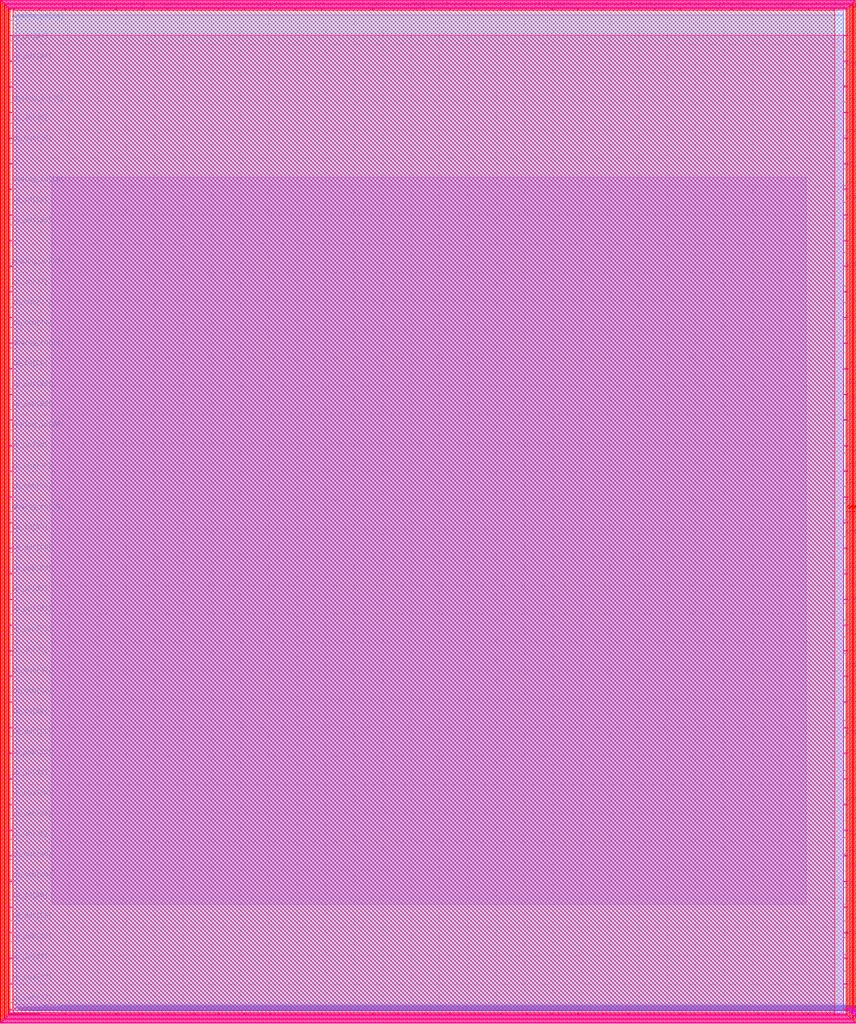
<source format=lef>
VERSION 5.7 ;
  NOWIREEXTENSIONATPIN ON ;
  DIVIDERCHAR "/" ;
  BUSBITCHARS "[]" ;
MACRO user_project_wrapper
  CLASS BLOCK ;
  FOREIGN user_project_wrapper ;
  ORIGIN 0.000 0.000 ;
  SIZE 2920.000 BY 3520.000 ;
  PIN analog_io[0]
    DIRECTION INOUT ;
    USE SIGNAL ;
    PORT
      LAYER met3 ;
        RECT 2919.700 28.980 2924.800 30.180 ;
    END
  END analog_io[0]
  PIN analog_io[10]
    DIRECTION INOUT ;
    USE SIGNAL ;
    PORT
      LAYER met3 ;
        RECT 2919.700 2374.980 2924.800 2376.180 ;
    END
  END analog_io[10]
  PIN analog_io[11]
    DIRECTION INOUT ;
    USE SIGNAL ;
    PORT
      LAYER met3 ;
        RECT 2919.700 2609.580 2924.800 2610.780 ;
    END
  END analog_io[11]
  PIN analog_io[12]
    DIRECTION INOUT ;
    USE SIGNAL ;
    PORT
      LAYER met3 ;
        RECT 2919.700 2844.180 2924.800 2845.380 ;
    END
  END analog_io[12]
  PIN analog_io[13]
    DIRECTION INOUT ;
    USE SIGNAL ;
    PORT
      LAYER met3 ;
        RECT 2919.700 3078.780 2924.800 3079.980 ;
    END
  END analog_io[13]
  PIN analog_io[14]
    DIRECTION INOUT ;
    USE SIGNAL ;
    PORT
      LAYER met3 ;
        RECT 2919.700 3313.380 2924.800 3314.580 ;
    END
  END analog_io[14]
  PIN analog_io[15]
    DIRECTION INOUT ;
    USE SIGNAL ;
    PORT
      LAYER met2 ;
        RECT 2879.090 3519.700 2879.650 3524.800 ;
    END
  END analog_io[15]
  PIN analog_io[16]
    DIRECTION INOUT ;
    USE SIGNAL ;
    PORT
      LAYER met2 ;
        RECT 2554.790 3519.700 2555.350 3524.800 ;
    END
  END analog_io[16]
  PIN analog_io[17]
    DIRECTION INOUT ;
    USE SIGNAL ;
    PORT
      LAYER met2 ;
        RECT 2230.490 3519.700 2231.050 3524.800 ;
    END
  END analog_io[17]
  PIN analog_io[18]
    DIRECTION INOUT ;
    USE SIGNAL ;
    PORT
      LAYER met2 ;
        RECT 1905.730 3519.700 1906.290 3524.800 ;
    END
  END analog_io[18]
  PIN analog_io[19]
    DIRECTION INOUT ;
    USE SIGNAL ;
    PORT
      LAYER met2 ;
        RECT 1581.430 3519.700 1581.990 3524.800 ;
    END
  END analog_io[19]
  PIN analog_io[1]
    DIRECTION INOUT ;
    USE SIGNAL ;
    PORT
      LAYER met3 ;
        RECT 2919.700 263.580 2924.800 264.780 ;
    END
  END analog_io[1]
  PIN analog_io[20]
    DIRECTION INOUT ;
    USE SIGNAL ;
    PORT
      LAYER met2 ;
        RECT 1257.130 3519.700 1257.690 3524.800 ;
    END
  END analog_io[20]
  PIN analog_io[21]
    DIRECTION INOUT ;
    USE SIGNAL ;
    PORT
      LAYER met2 ;
        RECT 932.370 3519.700 932.930 3524.800 ;
    END
  END analog_io[21]
  PIN analog_io[22]
    DIRECTION INOUT ;
    USE SIGNAL ;
    PORT
      LAYER met2 ;
        RECT 608.070 3519.700 608.630 3524.800 ;
    END
  END analog_io[22]
  PIN analog_io[23]
    DIRECTION INOUT ;
    USE SIGNAL ;
    PORT
      LAYER met2 ;
        RECT 283.770 3519.700 284.330 3524.800 ;
    END
  END analog_io[23]
  PIN analog_io[24]
    DIRECTION INOUT ;
    USE SIGNAL ;
    PORT
      LAYER met3 ;
        RECT -4.800 3482.700 0.300 3483.900 ;
    END
  END analog_io[24]
  PIN analog_io[25]
    DIRECTION INOUT ;
    USE SIGNAL ;
    PORT
      LAYER met3 ;
        RECT -4.800 3195.060 0.300 3196.260 ;
    END
  END analog_io[25]
  PIN analog_io[26]
    DIRECTION INOUT ;
    USE SIGNAL ;
    PORT
      LAYER met3 ;
        RECT -4.800 2908.100 0.300 2909.300 ;
    END
  END analog_io[26]
  PIN analog_io[27]
    DIRECTION INOUT ;
    USE SIGNAL ;
    PORT
      LAYER met3 ;
        RECT -4.800 2620.460 0.300 2621.660 ;
    END
  END analog_io[27]
  PIN analog_io[28]
    DIRECTION INOUT ;
    USE SIGNAL ;
    PORT
      LAYER met3 ;
        RECT -4.800 2333.500 0.300 2334.700 ;
    END
  END analog_io[28]
  PIN analog_io[29]
    DIRECTION INOUT ;
    USE SIGNAL ;
    PORT
      LAYER met3 ;
        RECT -4.800 2045.860 0.300 2047.060 ;
    END
  END analog_io[29]
  PIN analog_io[2]
    DIRECTION INOUT ;
    USE SIGNAL ;
    PORT
      LAYER met3 ;
        RECT 2919.700 498.180 2924.800 499.380 ;
    END
  END analog_io[2]
  PIN analog_io[30]
    DIRECTION INOUT ;
    USE SIGNAL ;
    PORT
      LAYER met3 ;
        RECT -4.800 1758.900 0.300 1760.100 ;
    END
  END analog_io[30]
  PIN analog_io[3]
    DIRECTION INOUT ;
    USE SIGNAL ;
    PORT
      LAYER met3 ;
        RECT 2919.700 732.780 2924.800 733.980 ;
    END
  END analog_io[3]
  PIN analog_io[4]
    DIRECTION INOUT ;
    USE SIGNAL ;
    PORT
      LAYER met3 ;
        RECT 2919.700 967.380 2924.800 968.580 ;
    END
  END analog_io[4]
  PIN analog_io[5]
    DIRECTION INOUT ;
    USE SIGNAL ;
    PORT
      LAYER met3 ;
        RECT 2919.700 1201.980 2924.800 1203.180 ;
    END
  END analog_io[5]
  PIN analog_io[6]
    DIRECTION INOUT ;
    USE SIGNAL ;
    PORT
      LAYER met3 ;
        RECT 2919.700 1436.580 2924.800 1437.780 ;
    END
  END analog_io[6]
  PIN analog_io[7]
    DIRECTION INOUT ;
    USE SIGNAL ;
    PORT
      LAYER met3 ;
        RECT 2919.700 1671.180 2924.800 1672.380 ;
    END
  END analog_io[7]
  PIN analog_io[8]
    DIRECTION INOUT ;
    USE SIGNAL ;
    PORT
      LAYER met3 ;
        RECT 2919.700 1905.780 2924.800 1906.980 ;
    END
  END analog_io[8]
  PIN analog_io[9]
    DIRECTION INOUT ;
    USE SIGNAL ;
    PORT
      LAYER met3 ;
        RECT 2919.700 2140.380 2924.800 2141.580 ;
    END
  END analog_io[9]
  PIN io_in[0]
    DIRECTION INPUT ;
    USE SIGNAL ;
    PORT
      LAYER met3 ;
        RECT 2919.700 87.460 2924.800 88.660 ;
    END
  END io_in[0]
  PIN io_in[10]
    DIRECTION INPUT ;
    USE SIGNAL ;
    PORT
      LAYER met3 ;
        RECT 2919.700 2433.460 2924.800 2434.660 ;
    END
  END io_in[10]
  PIN io_in[11]
    DIRECTION INPUT ;
    USE SIGNAL ;
    PORT
      LAYER met3 ;
        RECT 2919.700 2668.740 2924.800 2669.940 ;
    END
  END io_in[11]
  PIN io_in[12]
    DIRECTION INPUT ;
    USE SIGNAL ;
    PORT
      LAYER met3 ;
        RECT 2919.700 2903.340 2924.800 2904.540 ;
    END
  END io_in[12]
  PIN io_in[13]
    DIRECTION INPUT ;
    USE SIGNAL ;
    PORT
      LAYER met3 ;
        RECT 2919.700 3137.940 2924.800 3139.140 ;
    END
  END io_in[13]
  PIN io_in[14]
    DIRECTION INPUT ;
    USE SIGNAL ;
    PORT
      LAYER met3 ;
        RECT 2919.700 3372.540 2924.800 3373.740 ;
    END
  END io_in[14]
  PIN io_in[15]
    DIRECTION INPUT ;
    USE SIGNAL ;
    PORT
      LAYER met2 ;
        RECT 2798.130 3519.700 2798.690 3524.800 ;
    END
  END io_in[15]
  PIN io_in[16]
    DIRECTION INPUT ;
    USE SIGNAL ;
    PORT
      LAYER met2 ;
        RECT 2473.830 3519.700 2474.390 3524.800 ;
    END
  END io_in[16]
  PIN io_in[17]
    DIRECTION INPUT ;
    USE SIGNAL ;
    PORT
      LAYER met2 ;
        RECT 2149.070 3519.700 2149.630 3524.800 ;
    END
  END io_in[17]
  PIN io_in[18]
    DIRECTION INPUT ;
    USE SIGNAL ;
    PORT
      LAYER met2 ;
        RECT 1824.770 3519.700 1825.330 3524.800 ;
    END
  END io_in[18]
  PIN io_in[19]
    DIRECTION INPUT ;
    USE SIGNAL ;
    PORT
      LAYER met2 ;
        RECT 1500.470 3519.700 1501.030 3524.800 ;
    END
  END io_in[19]
  PIN io_in[1]
    DIRECTION INPUT ;
    USE SIGNAL ;
    PORT
      LAYER met3 ;
        RECT 2919.700 322.060 2924.800 323.260 ;
    END
  END io_in[1]
  PIN io_in[20]
    DIRECTION INPUT ;
    USE SIGNAL ;
    PORT
      LAYER met2 ;
        RECT 1175.710 3519.700 1176.270 3524.800 ;
    END
  END io_in[20]
  PIN io_in[21]
    DIRECTION INPUT ;
    USE SIGNAL ;
    PORT
      LAYER met2 ;
        RECT 851.410 3519.700 851.970 3524.800 ;
    END
  END io_in[21]
  PIN io_in[22]
    DIRECTION INPUT ;
    USE SIGNAL ;
    PORT
      LAYER met2 ;
        RECT 527.110 3519.700 527.670 3524.800 ;
    END
  END io_in[22]
  PIN io_in[23]
    DIRECTION INPUT ;
    USE SIGNAL ;
    PORT
      LAYER met2 ;
        RECT 202.350 3519.700 202.910 3524.800 ;
    END
  END io_in[23]
  PIN io_in[24]
    DIRECTION INPUT ;
    USE SIGNAL ;
    PORT
      LAYER met3 ;
        RECT -4.800 3410.620 0.300 3411.820 ;
    END
  END io_in[24]
  PIN io_in[25]
    DIRECTION INPUT ;
    USE SIGNAL ;
    PORT
      LAYER met3 ;
        RECT -4.800 3123.660 0.300 3124.860 ;
    END
  END io_in[25]
  PIN io_in[26]
    DIRECTION INPUT ;
    USE SIGNAL ;
    PORT
      LAYER met3 ;
        RECT -4.800 2836.020 0.300 2837.220 ;
    END
  END io_in[26]
  PIN io_in[27]
    DIRECTION INPUT ;
    USE SIGNAL ;
    PORT
      LAYER met3 ;
        RECT -4.800 2549.060 0.300 2550.260 ;
    END
  END io_in[27]
  PIN io_in[28]
    DIRECTION INPUT ;
    USE SIGNAL ;
    PORT
      LAYER met3 ;
        RECT -4.800 2261.420 0.300 2262.620 ;
    END
  END io_in[28]
  PIN io_in[29]
    DIRECTION INPUT ;
    USE SIGNAL ;
    PORT
      LAYER met3 ;
        RECT -4.800 1974.460 0.300 1975.660 ;
    END
  END io_in[29]
  PIN io_in[2]
    DIRECTION INPUT ;
    USE SIGNAL ;
    PORT
      LAYER met3 ;
        RECT 2919.700 556.660 2924.800 557.860 ;
    END
  END io_in[2]
  PIN io_in[30]
    DIRECTION INPUT ;
    USE SIGNAL ;
    PORT
      LAYER met3 ;
        RECT -4.800 1686.820 0.300 1688.020 ;
    END
  END io_in[30]
  PIN io_in[31]
    DIRECTION INPUT ;
    USE SIGNAL ;
    PORT
      LAYER met3 ;
        RECT -4.800 1471.260 0.300 1472.460 ;
    END
  END io_in[31]
  PIN io_in[32]
    DIRECTION INPUT ;
    USE SIGNAL ;
    PORT
      LAYER met3 ;
        RECT -4.800 1255.700 0.300 1256.900 ;
    END
  END io_in[32]
  PIN io_in[33]
    DIRECTION INPUT ;
    USE SIGNAL ;
    PORT
      LAYER met3 ;
        RECT -4.800 1040.140 0.300 1041.340 ;
    END
  END io_in[33]
  PIN io_in[34]
    DIRECTION INPUT ;
    USE SIGNAL ;
    PORT
      LAYER met3 ;
        RECT -4.800 824.580 0.300 825.780 ;
    END
  END io_in[34]
  PIN io_in[35]
    DIRECTION INPUT ;
    USE SIGNAL ;
    PORT
      LAYER met3 ;
        RECT -4.800 609.700 0.300 610.900 ;
    END
  END io_in[35]
  PIN io_in[36]
    DIRECTION INPUT ;
    USE SIGNAL ;
    PORT
      LAYER met3 ;
        RECT -4.800 394.140 0.300 395.340 ;
    END
  END io_in[36]
  PIN io_in[37]
    DIRECTION INPUT ;
    USE SIGNAL ;
    PORT
      LAYER met3 ;
        RECT -4.800 178.580 0.300 179.780 ;
    END
  END io_in[37]
  PIN io_in[3]
    DIRECTION INPUT ;
    USE SIGNAL ;
    PORT
      LAYER met3 ;
        RECT 2919.700 791.260 2924.800 792.460 ;
    END
  END io_in[3]
  PIN io_in[4]
    DIRECTION INPUT ;
    USE SIGNAL ;
    PORT
      LAYER met3 ;
        RECT 2919.700 1025.860 2924.800 1027.060 ;
    END
  END io_in[4]
  PIN io_in[5]
    DIRECTION INPUT ;
    USE SIGNAL ;
    PORT
      LAYER met3 ;
        RECT 2919.700 1260.460 2924.800 1261.660 ;
    END
  END io_in[5]
  PIN io_in[6]
    DIRECTION INPUT ;
    USE SIGNAL ;
    PORT
      LAYER met3 ;
        RECT 2919.700 1495.060 2924.800 1496.260 ;
    END
  END io_in[6]
  PIN io_in[7]
    DIRECTION INPUT ;
    USE SIGNAL ;
    PORT
      LAYER met3 ;
        RECT 2919.700 1729.660 2924.800 1730.860 ;
    END
  END io_in[7]
  PIN io_in[8]
    DIRECTION INPUT ;
    USE SIGNAL ;
    PORT
      LAYER met3 ;
        RECT 2919.700 1964.260 2924.800 1965.460 ;
    END
  END io_in[8]
  PIN io_in[9]
    DIRECTION INPUT ;
    USE SIGNAL ;
    PORT
      LAYER met3 ;
        RECT 2919.700 2198.860 2924.800 2200.060 ;
    END
  END io_in[9]
  PIN io_oeb[0]
    DIRECTION OUTPUT TRISTATE ;
    USE SIGNAL ;
    PORT
      LAYER met3 ;
        RECT 2919.700 204.420 2924.800 205.620 ;
    END
  END io_oeb[0]
  PIN io_oeb[1]
    DIRECTION OUTPUT TRISTATE ;
    USE SIGNAL ;
    PORT
      LAYER met3 ;
        RECT 2919.700 439.020 2924.800 440.220 ;
    END
  END io_oeb[1]
  PIN io_oeb[28]
    DIRECTION OUTPUT TRISTATE ;
    USE SIGNAL ;
    PORT
      LAYER met3 ;
        RECT -4.800 2117.940 0.300 2119.140 ;
    END
  END io_oeb[28]
  PIN io_oeb[29]
    DIRECTION OUTPUT TRISTATE ;
    USE SIGNAL ;
    PORT
      LAYER met3 ;
        RECT -4.800 1830.300 0.300 1831.500 ;
    END
  END io_oeb[29]
  PIN io_oeb[2]
    DIRECTION OUTPUT TRISTATE ;
    USE SIGNAL ;
    PORT
      LAYER met3 ;
        RECT 2919.700 673.620 2924.800 674.820 ;
    END
  END io_oeb[2]
  PIN io_oeb[30]
    DIRECTION OUTPUT TRISTATE ;
    USE SIGNAL ;
    PORT
      LAYER met3 ;
        RECT -4.800 1543.340 0.300 1544.540 ;
    END
  END io_oeb[30]
  PIN io_oeb[31]
    DIRECTION OUTPUT TRISTATE ;
    USE SIGNAL ;
    PORT
      LAYER met3 ;
        RECT -4.800 1327.780 0.300 1328.980 ;
    END
  END io_oeb[31]
  PIN io_oeb[32]
    DIRECTION OUTPUT TRISTATE ;
    USE SIGNAL ;
    PORT
      LAYER met3 ;
        RECT -4.800 1112.220 0.300 1113.420 ;
    END
  END io_oeb[32]
  PIN io_oeb[33]
    DIRECTION OUTPUT TRISTATE ;
    USE SIGNAL ;
    PORT
      LAYER met3 ;
        RECT -4.800 896.660 0.300 897.860 ;
    END
  END io_oeb[33]
  PIN io_oeb[34]
    DIRECTION OUTPUT TRISTATE ;
    USE SIGNAL ;
    PORT
      LAYER met3 ;
        RECT -4.800 681.100 0.300 682.300 ;
    END
  END io_oeb[34]
  PIN io_oeb[35]
    DIRECTION OUTPUT TRISTATE ;
    USE SIGNAL ;
    PORT
      LAYER met3 ;
        RECT -4.800 465.540 0.300 466.740 ;
    END
  END io_oeb[35]
  PIN io_oeb[36]
    DIRECTION OUTPUT TRISTATE ;
    USE SIGNAL ;
    PORT
      LAYER met3 ;
        RECT -4.800 249.980 0.300 251.180 ;
    END
  END io_oeb[36]
  PIN io_oeb[37]
    DIRECTION OUTPUT TRISTATE ;
    USE SIGNAL ;
    PORT
      LAYER met3 ;
        RECT -4.800 35.100 0.300 36.300 ;
    END
  END io_oeb[37]
  PIN io_oeb[3]
    DIRECTION OUTPUT TRISTATE ;
    USE SIGNAL ;
    PORT
      LAYER met3 ;
        RECT 2919.700 908.900 2924.800 910.100 ;
    END
  END io_oeb[3]
  PIN io_oeb[4]
    DIRECTION OUTPUT TRISTATE ;
    USE SIGNAL ;
    PORT
      LAYER met3 ;
        RECT 2919.700 1143.500 2924.800 1144.700 ;
    END
  END io_oeb[4]
  PIN io_oeb[5]
    DIRECTION OUTPUT TRISTATE ;
    USE SIGNAL ;
    PORT
      LAYER met3 ;
        RECT 2919.700 1378.100 2924.800 1379.300 ;
    END
  END io_oeb[5]
  PIN io_oeb[6]
    DIRECTION OUTPUT TRISTATE ;
    USE SIGNAL ;
    PORT
      LAYER met3 ;
        RECT 2919.700 1612.700 2924.800 1613.900 ;
    END
  END io_oeb[6]
  PIN io_oeb[7]
    DIRECTION OUTPUT TRISTATE ;
    USE SIGNAL ;
    PORT
      LAYER met3 ;
        RECT 2919.700 1847.300 2924.800 1848.500 ;
    END
  END io_oeb[7]
  PIN io_out[0]
    DIRECTION OUTPUT TRISTATE ;
    USE SIGNAL ;
    PORT
      LAYER met3 ;
        RECT 2919.700 145.940 2924.800 147.140 ;
    END
  END io_out[0]
  PIN io_out[10]
    DIRECTION OUTPUT TRISTATE ;
    USE SIGNAL ;
    PORT
      LAYER met3 ;
        RECT 2919.700 2492.620 2924.800 2493.820 ;
    END
  END io_out[10]
  PIN io_out[11]
    DIRECTION OUTPUT TRISTATE ;
    USE SIGNAL ;
    PORT
      LAYER met3 ;
        RECT 2919.700 2727.220 2924.800 2728.420 ;
    END
  END io_out[11]
  PIN io_out[12]
    DIRECTION OUTPUT TRISTATE ;
    USE SIGNAL ;
    PORT
      LAYER met3 ;
        RECT 2919.700 2961.820 2924.800 2963.020 ;
    END
  END io_out[12]
  PIN io_out[13]
    DIRECTION OUTPUT TRISTATE ;
    USE SIGNAL ;
    PORT
      LAYER met3 ;
        RECT 2919.700 3196.420 2924.800 3197.620 ;
    END
  END io_out[13]
  PIN io_out[14]
    DIRECTION OUTPUT TRISTATE ;
    USE SIGNAL ;
    PORT
      LAYER met3 ;
        RECT 2919.700 3431.020 2924.800 3432.220 ;
    END
  END io_out[14]
  PIN io_out[15]
    DIRECTION OUTPUT TRISTATE ;
    USE SIGNAL ;
    PORT
      LAYER met2 ;
        RECT 2717.170 3519.700 2717.730 3524.800 ;
    END
  END io_out[15]
  PIN io_out[16]
    DIRECTION OUTPUT TRISTATE ;
    USE SIGNAL ;
    PORT
      LAYER met2 ;
        RECT 2392.410 3519.700 2392.970 3524.800 ;
    END
  END io_out[16]
  PIN io_out[17]
    DIRECTION OUTPUT TRISTATE ;
    USE SIGNAL ;
    PORT
      LAYER met2 ;
        RECT 2068.110 3519.700 2068.670 3524.800 ;
    END
  END io_out[17]
  PIN io_out[18]
    DIRECTION OUTPUT TRISTATE ;
    USE SIGNAL ;
    PORT
      LAYER met2 ;
        RECT 1743.810 3519.700 1744.370 3524.800 ;
    END
  END io_out[18]
  PIN io_out[19]
    DIRECTION OUTPUT TRISTATE ;
    USE SIGNAL ;
    PORT
      LAYER met2 ;
        RECT 1419.050 3519.700 1419.610 3524.800 ;
    END
  END io_out[19]
  PIN io_out[1]
    DIRECTION OUTPUT TRISTATE ;
    USE SIGNAL ;
    PORT
      LAYER met3 ;
        RECT 2919.700 380.540 2924.800 381.740 ;
    END
  END io_out[1]
  PIN io_out[20]
    DIRECTION OUTPUT TRISTATE ;
    USE SIGNAL ;
    PORT
      LAYER met2 ;
        RECT 1094.750 3519.700 1095.310 3524.800 ;
    END
  END io_out[20]
  PIN io_out[21]
    DIRECTION OUTPUT TRISTATE ;
    USE SIGNAL ;
    PORT
      LAYER met2 ;
        RECT 770.450 3519.700 771.010 3524.800 ;
    END
  END io_out[21]
  PIN io_out[22]
    DIRECTION OUTPUT TRISTATE ;
    USE SIGNAL ;
    PORT
      LAYER met2 ;
        RECT 445.690 3519.700 446.250 3524.800 ;
    END
  END io_out[22]
  PIN io_out[23]
    DIRECTION OUTPUT TRISTATE ;
    USE SIGNAL ;
    PORT
      LAYER met2 ;
        RECT 121.390 3519.700 121.950 3524.800 ;
    END
  END io_out[23]
  PIN io_out[24]
    DIRECTION OUTPUT TRISTATE ;
    USE SIGNAL ;
    PORT
      LAYER met3 ;
        RECT -4.800 3339.220 0.300 3340.420 ;
    END
  END io_out[24]
  PIN io_out[25]
    DIRECTION OUTPUT TRISTATE ;
    USE SIGNAL ;
    PORT
      LAYER met3 ;
        RECT -4.800 3051.580 0.300 3052.780 ;
    END
  END io_out[25]
  PIN io_out[26]
    DIRECTION OUTPUT TRISTATE ;
    USE SIGNAL ;
    PORT
      LAYER met3 ;
        RECT -4.800 2764.620 0.300 2765.820 ;
    END
  END io_out[26]
  PIN io_out[27]
    DIRECTION OUTPUT TRISTATE ;
    USE SIGNAL ;
    PORT
      LAYER met3 ;
        RECT -4.800 2476.980 0.300 2478.180 ;
    END
  END io_out[27]
  PIN io_out[28]
    DIRECTION OUTPUT TRISTATE ;
    USE SIGNAL ;
    PORT
      LAYER met3 ;
        RECT -4.800 2189.340 0.300 2190.540 ;
    END
  END io_out[28]
  PIN io_out[29]
    DIRECTION OUTPUT TRISTATE ;
    USE SIGNAL ;
    PORT
      LAYER met3 ;
        RECT -4.800 1902.380 0.300 1903.580 ;
    END
  END io_out[29]
  PIN io_out[2]
    DIRECTION OUTPUT TRISTATE ;
    USE SIGNAL ;
    PORT
      LAYER met3 ;
        RECT 2919.700 615.140 2924.800 616.340 ;
    END
  END io_out[2]
  PIN io_out[30]
    DIRECTION OUTPUT TRISTATE ;
    USE SIGNAL ;
    PORT
      LAYER met3 ;
        RECT -4.800 1614.740 0.300 1615.940 ;
    END
  END io_out[30]
  PIN io_out[31]
    DIRECTION OUTPUT TRISTATE ;
    USE SIGNAL ;
    PORT
      LAYER met3 ;
        RECT -4.800 1399.860 0.300 1401.060 ;
    END
  END io_out[31]
  PIN io_out[32]
    DIRECTION OUTPUT TRISTATE ;
    USE SIGNAL ;
    PORT
      LAYER met3 ;
        RECT -4.800 1184.300 0.300 1185.500 ;
    END
  END io_out[32]
  PIN io_out[33]
    DIRECTION OUTPUT TRISTATE ;
    USE SIGNAL ;
    PORT
      LAYER met3 ;
        RECT -4.800 968.740 0.300 969.940 ;
    END
  END io_out[33]
  PIN io_out[34]
    DIRECTION OUTPUT TRISTATE ;
    USE SIGNAL ;
    PORT
      LAYER met3 ;
        RECT -4.800 753.180 0.300 754.380 ;
    END
  END io_out[34]
  PIN io_out[35]
    DIRECTION OUTPUT TRISTATE ;
    USE SIGNAL ;
    PORT
      LAYER met3 ;
        RECT -4.800 537.620 0.300 538.820 ;
    END
  END io_out[35]
  PIN io_out[36]
    DIRECTION OUTPUT TRISTATE ;
    USE SIGNAL ;
    PORT
      LAYER met3 ;
        RECT -4.800 322.060 0.300 323.260 ;
    END
  END io_out[36]
  PIN io_out[37]
    DIRECTION OUTPUT TRISTATE ;
    USE SIGNAL ;
    PORT
      LAYER met3 ;
        RECT -4.800 106.500 0.300 107.700 ;
    END
  END io_out[37]
  PIN io_out[3]
    DIRECTION OUTPUT TRISTATE ;
    USE SIGNAL ;
    PORT
      LAYER met3 ;
        RECT 2919.700 849.740 2924.800 850.940 ;
    END
  END io_out[3]
  PIN io_out[4]
    DIRECTION OUTPUT TRISTATE ;
    USE SIGNAL ;
    PORT
      LAYER met3 ;
        RECT 2919.700 1084.340 2924.800 1085.540 ;
    END
  END io_out[4]
  PIN io_out[5]
    DIRECTION OUTPUT TRISTATE ;
    USE SIGNAL ;
    PORT
      LAYER met3 ;
        RECT 2919.700 1318.940 2924.800 1320.140 ;
    END
  END io_out[5]
  PIN io_out[6]
    DIRECTION OUTPUT TRISTATE ;
    USE SIGNAL ;
    PORT
      LAYER met3 ;
        RECT 2919.700 1553.540 2924.800 1554.740 ;
    END
  END io_out[6]
  PIN io_out[7]
    DIRECTION OUTPUT TRISTATE ;
    USE SIGNAL ;
    PORT
      LAYER met3 ;
        RECT 2919.700 1788.820 2924.800 1790.020 ;
    END
  END io_out[7]
  PIN io_out[8]
    DIRECTION OUTPUT TRISTATE ;
    USE SIGNAL ;
    PORT
      LAYER met3 ;
        RECT 2919.700 2023.420 2924.800 2024.620 ;
    END
  END io_out[8]
  PIN io_out[9]
    DIRECTION OUTPUT TRISTATE ;
    USE SIGNAL ;
    PORT
      LAYER met3 ;
        RECT 2919.700 2258.020 2924.800 2259.220 ;
    END
  END io_out[9]
  PIN la_data_in[0]
    DIRECTION INPUT ;
    USE SIGNAL ;
    PORT
      LAYER met2 ;
        RECT 632.910 -4.800 633.470 0.300 ;
    END
  END la_data_in[0]
  PIN la_data_in[100]
    DIRECTION INPUT ;
    USE SIGNAL ;
    PORT
      LAYER met2 ;
        RECT 2417.250 -4.800 2417.810 0.300 ;
    END
  END la_data_in[100]
  PIN la_data_in[101]
    DIRECTION INPUT ;
    USE SIGNAL ;
    PORT
      LAYER met2 ;
        RECT 2434.730 -4.800 2435.290 0.300 ;
    END
  END la_data_in[101]
  PIN la_data_in[102]
    DIRECTION INPUT ;
    USE SIGNAL ;
    PORT
      LAYER met2 ;
        RECT 2452.670 -4.800 2453.230 0.300 ;
    END
  END la_data_in[102]
  PIN la_data_in[103]
    DIRECTION INPUT ;
    USE SIGNAL ;
    PORT
      LAYER met2 ;
        RECT 2470.610 -4.800 2471.170 0.300 ;
    END
  END la_data_in[103]
  PIN la_data_in[104]
    DIRECTION INPUT ;
    USE SIGNAL ;
    PORT
      LAYER met2 ;
        RECT 2488.550 -4.800 2489.110 0.300 ;
    END
  END la_data_in[104]
  PIN la_data_in[105]
    DIRECTION INPUT ;
    USE SIGNAL ;
    PORT
      LAYER met2 ;
        RECT 2506.030 -4.800 2506.590 0.300 ;
    END
  END la_data_in[105]
  PIN la_data_in[106]
    DIRECTION INPUT ;
    USE SIGNAL ;
    PORT
      LAYER met2 ;
        RECT 2523.970 -4.800 2524.530 0.300 ;
    END
  END la_data_in[106]
  PIN la_data_in[107]
    DIRECTION INPUT ;
    USE SIGNAL ;
    PORT
      LAYER met2 ;
        RECT 2541.910 -4.800 2542.470 0.300 ;
    END
  END la_data_in[107]
  PIN la_data_in[108]
    DIRECTION INPUT ;
    USE SIGNAL ;
    PORT
      LAYER met2 ;
        RECT 2559.850 -4.800 2560.410 0.300 ;
    END
  END la_data_in[108]
  PIN la_data_in[109]
    DIRECTION INPUT ;
    USE SIGNAL ;
    PORT
      LAYER met2 ;
        RECT 2577.790 -4.800 2578.350 0.300 ;
    END
  END la_data_in[109]
  PIN la_data_in[10]
    DIRECTION INPUT ;
    USE SIGNAL ;
    PORT
      LAYER met2 ;
        RECT 811.390 -4.800 811.950 0.300 ;
    END
  END la_data_in[10]
  PIN la_data_in[110]
    DIRECTION INPUT ;
    USE SIGNAL ;
    PORT
      LAYER met2 ;
        RECT 2595.270 -4.800 2595.830 0.300 ;
    END
  END la_data_in[110]
  PIN la_data_in[111]
    DIRECTION INPUT ;
    USE SIGNAL ;
    PORT
      LAYER met2 ;
        RECT 2613.210 -4.800 2613.770 0.300 ;
    END
  END la_data_in[111]
  PIN la_data_in[112]
    DIRECTION INPUT ;
    USE SIGNAL ;
    PORT
      LAYER met2 ;
        RECT 2631.150 -4.800 2631.710 0.300 ;
    END
  END la_data_in[112]
  PIN la_data_in[113]
    DIRECTION INPUT ;
    USE SIGNAL ;
    PORT
      LAYER met2 ;
        RECT 2649.090 -4.800 2649.650 0.300 ;
    END
  END la_data_in[113]
  PIN la_data_in[114]
    DIRECTION INPUT ;
    USE SIGNAL ;
    PORT
      LAYER met2 ;
        RECT 2667.030 -4.800 2667.590 0.300 ;
    END
  END la_data_in[114]
  PIN la_data_in[115]
    DIRECTION INPUT ;
    USE SIGNAL ;
    PORT
      LAYER met2 ;
        RECT 2684.510 -4.800 2685.070 0.300 ;
    END
  END la_data_in[115]
  PIN la_data_in[116]
    DIRECTION INPUT ;
    USE SIGNAL ;
    PORT
      LAYER met2 ;
        RECT 2702.450 -4.800 2703.010 0.300 ;
    END
  END la_data_in[116]
  PIN la_data_in[117]
    DIRECTION INPUT ;
    USE SIGNAL ;
    PORT
      LAYER met2 ;
        RECT 2720.390 -4.800 2720.950 0.300 ;
    END
  END la_data_in[117]
  PIN la_data_in[118]
    DIRECTION INPUT ;
    USE SIGNAL ;
    PORT
      LAYER met2 ;
        RECT 2738.330 -4.800 2738.890 0.300 ;
    END
  END la_data_in[118]
  PIN la_data_in[119]
    DIRECTION INPUT ;
    USE SIGNAL ;
    PORT
      LAYER met2 ;
        RECT 2755.810 -4.800 2756.370 0.300 ;
    END
  END la_data_in[119]
  PIN la_data_in[11]
    DIRECTION INPUT ;
    USE SIGNAL ;
    PORT
      LAYER met2 ;
        RECT 829.330 -4.800 829.890 0.300 ;
    END
  END la_data_in[11]
  PIN la_data_in[120]
    DIRECTION INPUT ;
    USE SIGNAL ;
    PORT
      LAYER met2 ;
        RECT 2773.750 -4.800 2774.310 0.300 ;
    END
  END la_data_in[120]
  PIN la_data_in[121]
    DIRECTION INPUT ;
    USE SIGNAL ;
    PORT
      LAYER met2 ;
        RECT 2791.690 -4.800 2792.250 0.300 ;
    END
  END la_data_in[121]
  PIN la_data_in[122]
    DIRECTION INPUT ;
    USE SIGNAL ;
    PORT
      LAYER met2 ;
        RECT 2809.630 -4.800 2810.190 0.300 ;
    END
  END la_data_in[122]
  PIN la_data_in[123]
    DIRECTION INPUT ;
    USE SIGNAL ;
    PORT
      LAYER met2 ;
        RECT 2827.570 -4.800 2828.130 0.300 ;
    END
  END la_data_in[123]
  PIN la_data_in[124]
    DIRECTION INPUT ;
    USE SIGNAL ;
    PORT
      LAYER met2 ;
        RECT 2845.050 -4.800 2845.610 0.300 ;
    END
  END la_data_in[124]
  PIN la_data_in[125]
    DIRECTION INPUT ;
    USE SIGNAL ;
    PORT
      LAYER met2 ;
        RECT 2862.990 -4.800 2863.550 0.300 ;
    END
  END la_data_in[125]
  PIN la_data_in[126]
    DIRECTION INPUT ;
    USE SIGNAL ;
    PORT
      LAYER met2 ;
        RECT 2880.930 -4.800 2881.490 0.300 ;
    END
  END la_data_in[126]
  PIN la_data_in[127]
    DIRECTION INPUT ;
    USE SIGNAL ;
    PORT
      LAYER met2 ;
        RECT 2898.870 -4.800 2899.430 0.300 ;
    END
  END la_data_in[127]
  PIN la_data_in[12]
    DIRECTION INPUT ;
    USE SIGNAL ;
    PORT
      LAYER met2 ;
        RECT 846.810 -4.800 847.370 0.300 ;
    END
  END la_data_in[12]
  PIN la_data_in[13]
    DIRECTION INPUT ;
    USE SIGNAL ;
    PORT
      LAYER met2 ;
        RECT 864.750 -4.800 865.310 0.300 ;
    END
  END la_data_in[13]
  PIN la_data_in[14]
    DIRECTION INPUT ;
    USE SIGNAL ;
    PORT
      LAYER met2 ;
        RECT 882.690 -4.800 883.250 0.300 ;
    END
  END la_data_in[14]
  PIN la_data_in[15]
    DIRECTION INPUT ;
    USE SIGNAL ;
    PORT
      LAYER met2 ;
        RECT 900.630 -4.800 901.190 0.300 ;
    END
  END la_data_in[15]
  PIN la_data_in[16]
    DIRECTION INPUT ;
    USE SIGNAL ;
    PORT
      LAYER met2 ;
        RECT 918.570 -4.800 919.130 0.300 ;
    END
  END la_data_in[16]
  PIN la_data_in[17]
    DIRECTION INPUT ;
    USE SIGNAL ;
    PORT
      LAYER met2 ;
        RECT 936.050 -4.800 936.610 0.300 ;
    END
  END la_data_in[17]
  PIN la_data_in[18]
    DIRECTION INPUT ;
    USE SIGNAL ;
    PORT
      LAYER met2 ;
        RECT 953.990 -4.800 954.550 0.300 ;
    END
  END la_data_in[18]
  PIN la_data_in[19]
    DIRECTION INPUT ;
    USE SIGNAL ;
    PORT
      LAYER met2 ;
        RECT 971.930 -4.800 972.490 0.300 ;
    END
  END la_data_in[19]
  PIN la_data_in[1]
    DIRECTION INPUT ;
    USE SIGNAL ;
    PORT
      LAYER met2 ;
        RECT 650.850 -4.800 651.410 0.300 ;
    END
  END la_data_in[1]
  PIN la_data_in[20]
    DIRECTION INPUT ;
    USE SIGNAL ;
    PORT
      LAYER met2 ;
        RECT 989.870 -4.800 990.430 0.300 ;
    END
  END la_data_in[20]
  PIN la_data_in[21]
    DIRECTION INPUT ;
    USE SIGNAL ;
    PORT
      LAYER met2 ;
        RECT 1007.350 -4.800 1007.910 0.300 ;
    END
  END la_data_in[21]
  PIN la_data_in[22]
    DIRECTION INPUT ;
    USE SIGNAL ;
    PORT
      LAYER met2 ;
        RECT 1025.290 -4.800 1025.850 0.300 ;
    END
  END la_data_in[22]
  PIN la_data_in[23]
    DIRECTION INPUT ;
    USE SIGNAL ;
    PORT
      LAYER met2 ;
        RECT 1043.230 -4.800 1043.790 0.300 ;
    END
  END la_data_in[23]
  PIN la_data_in[24]
    DIRECTION INPUT ;
    USE SIGNAL ;
    PORT
      LAYER met2 ;
        RECT 1061.170 -4.800 1061.730 0.300 ;
    END
  END la_data_in[24]
  PIN la_data_in[25]
    DIRECTION INPUT ;
    USE SIGNAL ;
    PORT
      LAYER met2 ;
        RECT 1079.110 -4.800 1079.670 0.300 ;
    END
  END la_data_in[25]
  PIN la_data_in[26]
    DIRECTION INPUT ;
    USE SIGNAL ;
    PORT
      LAYER met2 ;
        RECT 1096.590 -4.800 1097.150 0.300 ;
    END
  END la_data_in[26]
  PIN la_data_in[27]
    DIRECTION INPUT ;
    USE SIGNAL ;
    PORT
      LAYER met2 ;
        RECT 1114.530 -4.800 1115.090 0.300 ;
    END
  END la_data_in[27]
  PIN la_data_in[28]
    DIRECTION INPUT ;
    USE SIGNAL ;
    PORT
      LAYER met2 ;
        RECT 1132.470 -4.800 1133.030 0.300 ;
    END
  END la_data_in[28]
  PIN la_data_in[29]
    DIRECTION INPUT ;
    USE SIGNAL ;
    PORT
      LAYER met2 ;
        RECT 1150.410 -4.800 1150.970 0.300 ;
    END
  END la_data_in[29]
  PIN la_data_in[2]
    DIRECTION INPUT ;
    USE SIGNAL ;
    PORT
      LAYER met2 ;
        RECT 668.790 -4.800 669.350 0.300 ;
    END
  END la_data_in[2]
  PIN la_data_in[30]
    DIRECTION INPUT ;
    USE SIGNAL ;
    PORT
      LAYER met2 ;
        RECT 1168.350 -4.800 1168.910 0.300 ;
    END
  END la_data_in[30]
  PIN la_data_in[31]
    DIRECTION INPUT ;
    USE SIGNAL ;
    PORT
      LAYER met2 ;
        RECT 1185.830 -4.800 1186.390 0.300 ;
    END
  END la_data_in[31]
  PIN la_data_in[32]
    DIRECTION INPUT ;
    USE SIGNAL ;
    PORT
      LAYER met2 ;
        RECT 1203.770 -4.800 1204.330 0.300 ;
    END
  END la_data_in[32]
  PIN la_data_in[33]
    DIRECTION INPUT ;
    USE SIGNAL ;
    PORT
      LAYER met2 ;
        RECT 1221.710 -4.800 1222.270 0.300 ;
    END
  END la_data_in[33]
  PIN la_data_in[34]
    DIRECTION INPUT ;
    USE SIGNAL ;
    PORT
      LAYER met2 ;
        RECT 1239.650 -4.800 1240.210 0.300 ;
    END
  END la_data_in[34]
  PIN la_data_in[35]
    DIRECTION INPUT ;
    USE SIGNAL ;
    PORT
      LAYER met2 ;
        RECT 1257.130 -4.800 1257.690 0.300 ;
    END
  END la_data_in[35]
  PIN la_data_in[36]
    DIRECTION INPUT ;
    USE SIGNAL ;
    PORT
      LAYER met2 ;
        RECT 1275.070 -4.800 1275.630 0.300 ;
    END
  END la_data_in[36]
  PIN la_data_in[37]
    DIRECTION INPUT ;
    USE SIGNAL ;
    PORT
      LAYER met2 ;
        RECT 1293.010 -4.800 1293.570 0.300 ;
    END
  END la_data_in[37]
  PIN la_data_in[38]
    DIRECTION INPUT ;
    USE SIGNAL ;
    PORT
      LAYER met2 ;
        RECT 1310.950 -4.800 1311.510 0.300 ;
    END
  END la_data_in[38]
  PIN la_data_in[39]
    DIRECTION INPUT ;
    USE SIGNAL ;
    PORT
      LAYER met2 ;
        RECT 1328.890 -4.800 1329.450 0.300 ;
    END
  END la_data_in[39]
  PIN la_data_in[3]
    DIRECTION INPUT ;
    USE SIGNAL ;
    PORT
      LAYER met2 ;
        RECT 686.270 -4.800 686.830 0.300 ;
    END
  END la_data_in[3]
  PIN la_data_in[40]
    DIRECTION INPUT ;
    USE SIGNAL ;
    PORT
      LAYER met2 ;
        RECT 1346.370 -4.800 1346.930 0.300 ;
    END
  END la_data_in[40]
  PIN la_data_in[41]
    DIRECTION INPUT ;
    USE SIGNAL ;
    PORT
      LAYER met2 ;
        RECT 1364.310 -4.800 1364.870 0.300 ;
    END
  END la_data_in[41]
  PIN la_data_in[42]
    DIRECTION INPUT ;
    USE SIGNAL ;
    PORT
      LAYER met2 ;
        RECT 1382.250 -4.800 1382.810 0.300 ;
    END
  END la_data_in[42]
  PIN la_data_in[43]
    DIRECTION INPUT ;
    USE SIGNAL ;
    PORT
      LAYER met2 ;
        RECT 1400.190 -4.800 1400.750 0.300 ;
    END
  END la_data_in[43]
  PIN la_data_in[44]
    DIRECTION INPUT ;
    USE SIGNAL ;
    PORT
      LAYER met2 ;
        RECT 1418.130 -4.800 1418.690 0.300 ;
    END
  END la_data_in[44]
  PIN la_data_in[45]
    DIRECTION INPUT ;
    USE SIGNAL ;
    PORT
      LAYER met2 ;
        RECT 1435.610 -4.800 1436.170 0.300 ;
    END
  END la_data_in[45]
  PIN la_data_in[46]
    DIRECTION INPUT ;
    USE SIGNAL ;
    PORT
      LAYER met2 ;
        RECT 1453.550 -4.800 1454.110 0.300 ;
    END
  END la_data_in[46]
  PIN la_data_in[47]
    DIRECTION INPUT ;
    USE SIGNAL ;
    PORT
      LAYER met2 ;
        RECT 1471.490 -4.800 1472.050 0.300 ;
    END
  END la_data_in[47]
  PIN la_data_in[48]
    DIRECTION INPUT ;
    USE SIGNAL ;
    PORT
      LAYER met2 ;
        RECT 1489.430 -4.800 1489.990 0.300 ;
    END
  END la_data_in[48]
  PIN la_data_in[49]
    DIRECTION INPUT ;
    USE SIGNAL ;
    PORT
      LAYER met2 ;
        RECT 1506.910 -4.800 1507.470 0.300 ;
    END
  END la_data_in[49]
  PIN la_data_in[4]
    DIRECTION INPUT ;
    USE SIGNAL ;
    PORT
      LAYER met2 ;
        RECT 704.210 -4.800 704.770 0.300 ;
    END
  END la_data_in[4]
  PIN la_data_in[50]
    DIRECTION INPUT ;
    USE SIGNAL ;
    PORT
      LAYER met2 ;
        RECT 1524.850 -4.800 1525.410 0.300 ;
    END
  END la_data_in[50]
  PIN la_data_in[51]
    DIRECTION INPUT ;
    USE SIGNAL ;
    PORT
      LAYER met2 ;
        RECT 1542.790 -4.800 1543.350 0.300 ;
    END
  END la_data_in[51]
  PIN la_data_in[52]
    DIRECTION INPUT ;
    USE SIGNAL ;
    PORT
      LAYER met2 ;
        RECT 1560.730 -4.800 1561.290 0.300 ;
    END
  END la_data_in[52]
  PIN la_data_in[53]
    DIRECTION INPUT ;
    USE SIGNAL ;
    PORT
      LAYER met2 ;
        RECT 1578.670 -4.800 1579.230 0.300 ;
    END
  END la_data_in[53]
  PIN la_data_in[54]
    DIRECTION INPUT ;
    USE SIGNAL ;
    PORT
      LAYER met2 ;
        RECT 1596.150 -4.800 1596.710 0.300 ;
    END
  END la_data_in[54]
  PIN la_data_in[55]
    DIRECTION INPUT ;
    USE SIGNAL ;
    PORT
      LAYER met2 ;
        RECT 1614.090 -4.800 1614.650 0.300 ;
    END
  END la_data_in[55]
  PIN la_data_in[56]
    DIRECTION INPUT ;
    USE SIGNAL ;
    PORT
      LAYER met2 ;
        RECT 1632.030 -4.800 1632.590 0.300 ;
    END
  END la_data_in[56]
  PIN la_data_in[57]
    DIRECTION INPUT ;
    USE SIGNAL ;
    PORT
      LAYER met2 ;
        RECT 1649.970 -4.800 1650.530 0.300 ;
    END
  END la_data_in[57]
  PIN la_data_in[58]
    DIRECTION INPUT ;
    USE SIGNAL ;
    PORT
      LAYER met2 ;
        RECT 1667.910 -4.800 1668.470 0.300 ;
    END
  END la_data_in[58]
  PIN la_data_in[59]
    DIRECTION INPUT ;
    USE SIGNAL ;
    PORT
      LAYER met2 ;
        RECT 1685.390 -4.800 1685.950 0.300 ;
    END
  END la_data_in[59]
  PIN la_data_in[5]
    DIRECTION INPUT ;
    USE SIGNAL ;
    PORT
      LAYER met2 ;
        RECT 722.150 -4.800 722.710 0.300 ;
    END
  END la_data_in[5]
  PIN la_data_in[60]
    DIRECTION INPUT ;
    USE SIGNAL ;
    PORT
      LAYER met2 ;
        RECT 1703.330 -4.800 1703.890 0.300 ;
    END
  END la_data_in[60]
  PIN la_data_in[61]
    DIRECTION INPUT ;
    USE SIGNAL ;
    PORT
      LAYER met2 ;
        RECT 1721.270 -4.800 1721.830 0.300 ;
    END
  END la_data_in[61]
  PIN la_data_in[62]
    DIRECTION INPUT ;
    USE SIGNAL ;
    PORT
      LAYER met2 ;
        RECT 1739.210 -4.800 1739.770 0.300 ;
    END
  END la_data_in[62]
  PIN la_data_in[63]
    DIRECTION INPUT ;
    USE SIGNAL ;
    PORT
      LAYER met2 ;
        RECT 1756.690 -4.800 1757.250 0.300 ;
    END
  END la_data_in[63]
  PIN la_data_in[64]
    DIRECTION INPUT ;
    USE SIGNAL ;
    PORT
      LAYER met2 ;
        RECT 1774.630 -4.800 1775.190 0.300 ;
    END
  END la_data_in[64]
  PIN la_data_in[65]
    DIRECTION INPUT ;
    USE SIGNAL ;
    PORT
      LAYER met2 ;
        RECT 1792.570 -4.800 1793.130 0.300 ;
    END
  END la_data_in[65]
  PIN la_data_in[66]
    DIRECTION INPUT ;
    USE SIGNAL ;
    PORT
      LAYER met2 ;
        RECT 1810.510 -4.800 1811.070 0.300 ;
    END
  END la_data_in[66]
  PIN la_data_in[67]
    DIRECTION INPUT ;
    USE SIGNAL ;
    PORT
      LAYER met2 ;
        RECT 1828.450 -4.800 1829.010 0.300 ;
    END
  END la_data_in[67]
  PIN la_data_in[68]
    DIRECTION INPUT ;
    USE SIGNAL ;
    PORT
      LAYER met2 ;
        RECT 1845.930 -4.800 1846.490 0.300 ;
    END
  END la_data_in[68]
  PIN la_data_in[69]
    DIRECTION INPUT ;
    USE SIGNAL ;
    PORT
      LAYER met2 ;
        RECT 1863.870 -4.800 1864.430 0.300 ;
    END
  END la_data_in[69]
  PIN la_data_in[6]
    DIRECTION INPUT ;
    USE SIGNAL ;
    PORT
      LAYER met2 ;
        RECT 740.090 -4.800 740.650 0.300 ;
    END
  END la_data_in[6]
  PIN la_data_in[70]
    DIRECTION INPUT ;
    USE SIGNAL ;
    PORT
      LAYER met2 ;
        RECT 1881.810 -4.800 1882.370 0.300 ;
    END
  END la_data_in[70]
  PIN la_data_in[71]
    DIRECTION INPUT ;
    USE SIGNAL ;
    PORT
      LAYER met2 ;
        RECT 1899.750 -4.800 1900.310 0.300 ;
    END
  END la_data_in[71]
  PIN la_data_in[72]
    DIRECTION INPUT ;
    USE SIGNAL ;
    PORT
      LAYER met2 ;
        RECT 1917.690 -4.800 1918.250 0.300 ;
    END
  END la_data_in[72]
  PIN la_data_in[73]
    DIRECTION INPUT ;
    USE SIGNAL ;
    PORT
      LAYER met2 ;
        RECT 1935.170 -4.800 1935.730 0.300 ;
    END
  END la_data_in[73]
  PIN la_data_in[74]
    DIRECTION INPUT ;
    USE SIGNAL ;
    PORT
      LAYER met2 ;
        RECT 1953.110 -4.800 1953.670 0.300 ;
    END
  END la_data_in[74]
  PIN la_data_in[75]
    DIRECTION INPUT ;
    USE SIGNAL ;
    PORT
      LAYER met2 ;
        RECT 1971.050 -4.800 1971.610 0.300 ;
    END
  END la_data_in[75]
  PIN la_data_in[76]
    DIRECTION INPUT ;
    USE SIGNAL ;
    PORT
      LAYER met2 ;
        RECT 1988.990 -4.800 1989.550 0.300 ;
    END
  END la_data_in[76]
  PIN la_data_in[77]
    DIRECTION INPUT ;
    USE SIGNAL ;
    PORT
      LAYER met2 ;
        RECT 2006.470 -4.800 2007.030 0.300 ;
    END
  END la_data_in[77]
  PIN la_data_in[78]
    DIRECTION INPUT ;
    USE SIGNAL ;
    PORT
      LAYER met2 ;
        RECT 2024.410 -4.800 2024.970 0.300 ;
    END
  END la_data_in[78]
  PIN la_data_in[79]
    DIRECTION INPUT ;
    USE SIGNAL ;
    PORT
      LAYER met2 ;
        RECT 2042.350 -4.800 2042.910 0.300 ;
    END
  END la_data_in[79]
  PIN la_data_in[7]
    DIRECTION INPUT ;
    USE SIGNAL ;
    PORT
      LAYER met2 ;
        RECT 757.570 -4.800 758.130 0.300 ;
    END
  END la_data_in[7]
  PIN la_data_in[80]
    DIRECTION INPUT ;
    USE SIGNAL ;
    PORT
      LAYER met2 ;
        RECT 2060.290 -4.800 2060.850 0.300 ;
    END
  END la_data_in[80]
  PIN la_data_in[81]
    DIRECTION INPUT ;
    USE SIGNAL ;
    PORT
      LAYER met2 ;
        RECT 2078.230 -4.800 2078.790 0.300 ;
    END
  END la_data_in[81]
  PIN la_data_in[82]
    DIRECTION INPUT ;
    USE SIGNAL ;
    PORT
      LAYER met2 ;
        RECT 2095.710 -4.800 2096.270 0.300 ;
    END
  END la_data_in[82]
  PIN la_data_in[83]
    DIRECTION INPUT ;
    USE SIGNAL ;
    PORT
      LAYER met2 ;
        RECT 2113.650 -4.800 2114.210 0.300 ;
    END
  END la_data_in[83]
  PIN la_data_in[84]
    DIRECTION INPUT ;
    USE SIGNAL ;
    PORT
      LAYER met2 ;
        RECT 2131.590 -4.800 2132.150 0.300 ;
    END
  END la_data_in[84]
  PIN la_data_in[85]
    DIRECTION INPUT ;
    USE SIGNAL ;
    PORT
      LAYER met2 ;
        RECT 2149.530 -4.800 2150.090 0.300 ;
    END
  END la_data_in[85]
  PIN la_data_in[86]
    DIRECTION INPUT ;
    USE SIGNAL ;
    PORT
      LAYER met2 ;
        RECT 2167.470 -4.800 2168.030 0.300 ;
    END
  END la_data_in[86]
  PIN la_data_in[87]
    DIRECTION INPUT ;
    USE SIGNAL ;
    PORT
      LAYER met2 ;
        RECT 2184.950 -4.800 2185.510 0.300 ;
    END
  END la_data_in[87]
  PIN la_data_in[88]
    DIRECTION INPUT ;
    USE SIGNAL ;
    PORT
      LAYER met2 ;
        RECT 2202.890 -4.800 2203.450 0.300 ;
    END
  END la_data_in[88]
  PIN la_data_in[89]
    DIRECTION INPUT ;
    USE SIGNAL ;
    PORT
      LAYER met2 ;
        RECT 2220.830 -4.800 2221.390 0.300 ;
    END
  END la_data_in[89]
  PIN la_data_in[8]
    DIRECTION INPUT ;
    USE SIGNAL ;
    PORT
      LAYER met2 ;
        RECT 775.510 -4.800 776.070 0.300 ;
    END
  END la_data_in[8]
  PIN la_data_in[90]
    DIRECTION INPUT ;
    USE SIGNAL ;
    PORT
      LAYER met2 ;
        RECT 2238.770 -4.800 2239.330 0.300 ;
    END
  END la_data_in[90]
  PIN la_data_in[91]
    DIRECTION INPUT ;
    USE SIGNAL ;
    PORT
      LAYER met2 ;
        RECT 2256.250 -4.800 2256.810 0.300 ;
    END
  END la_data_in[91]
  PIN la_data_in[92]
    DIRECTION INPUT ;
    USE SIGNAL ;
    PORT
      LAYER met2 ;
        RECT 2274.190 -4.800 2274.750 0.300 ;
    END
  END la_data_in[92]
  PIN la_data_in[93]
    DIRECTION INPUT ;
    USE SIGNAL ;
    PORT
      LAYER met2 ;
        RECT 2292.130 -4.800 2292.690 0.300 ;
    END
  END la_data_in[93]
  PIN la_data_in[94]
    DIRECTION INPUT ;
    USE SIGNAL ;
    PORT
      LAYER met2 ;
        RECT 2310.070 -4.800 2310.630 0.300 ;
    END
  END la_data_in[94]
  PIN la_data_in[95]
    DIRECTION INPUT ;
    USE SIGNAL ;
    PORT
      LAYER met2 ;
        RECT 2328.010 -4.800 2328.570 0.300 ;
    END
  END la_data_in[95]
  PIN la_data_in[96]
    DIRECTION INPUT ;
    USE SIGNAL ;
    PORT
      LAYER met2 ;
        RECT 2345.490 -4.800 2346.050 0.300 ;
    END
  END la_data_in[96]
  PIN la_data_in[97]
    DIRECTION INPUT ;
    USE SIGNAL ;
    PORT
      LAYER met2 ;
        RECT 2363.430 -4.800 2363.990 0.300 ;
    END
  END la_data_in[97]
  PIN la_data_in[98]
    DIRECTION INPUT ;
    USE SIGNAL ;
    PORT
      LAYER met2 ;
        RECT 2381.370 -4.800 2381.930 0.300 ;
    END
  END la_data_in[98]
  PIN la_data_in[99]
    DIRECTION INPUT ;
    USE SIGNAL ;
    PORT
      LAYER met2 ;
        RECT 2399.310 -4.800 2399.870 0.300 ;
    END
  END la_data_in[99]
  PIN la_data_in[9]
    DIRECTION INPUT ;
    USE SIGNAL ;
    PORT
      LAYER met2 ;
        RECT 793.450 -4.800 794.010 0.300 ;
    END
  END la_data_in[9]
  PIN la_data_out[0]
    DIRECTION OUTPUT TRISTATE ;
    USE SIGNAL ;
    PORT
      LAYER met2 ;
        RECT 638.890 -4.800 639.450 0.300 ;
    END
  END la_data_out[0]
  PIN la_data_out[100]
    DIRECTION OUTPUT TRISTATE ;
    USE SIGNAL ;
    PORT
      LAYER met2 ;
        RECT 2422.770 -4.800 2423.330 0.300 ;
    END
  END la_data_out[100]
  PIN la_data_out[101]
    DIRECTION OUTPUT TRISTATE ;
    USE SIGNAL ;
    PORT
      LAYER met2 ;
        RECT 2440.710 -4.800 2441.270 0.300 ;
    END
  END la_data_out[101]
  PIN la_data_out[102]
    DIRECTION OUTPUT TRISTATE ;
    USE SIGNAL ;
    PORT
      LAYER met2 ;
        RECT 2458.650 -4.800 2459.210 0.300 ;
    END
  END la_data_out[102]
  PIN la_data_out[103]
    DIRECTION OUTPUT TRISTATE ;
    USE SIGNAL ;
    PORT
      LAYER met2 ;
        RECT 2476.590 -4.800 2477.150 0.300 ;
    END
  END la_data_out[103]
  PIN la_data_out[104]
    DIRECTION OUTPUT TRISTATE ;
    USE SIGNAL ;
    PORT
      LAYER met2 ;
        RECT 2494.530 -4.800 2495.090 0.300 ;
    END
  END la_data_out[104]
  PIN la_data_out[105]
    DIRECTION OUTPUT TRISTATE ;
    USE SIGNAL ;
    PORT
      LAYER met2 ;
        RECT 2512.010 -4.800 2512.570 0.300 ;
    END
  END la_data_out[105]
  PIN la_data_out[106]
    DIRECTION OUTPUT TRISTATE ;
    USE SIGNAL ;
    PORT
      LAYER met2 ;
        RECT 2529.950 -4.800 2530.510 0.300 ;
    END
  END la_data_out[106]
  PIN la_data_out[107]
    DIRECTION OUTPUT TRISTATE ;
    USE SIGNAL ;
    PORT
      LAYER met2 ;
        RECT 2547.890 -4.800 2548.450 0.300 ;
    END
  END la_data_out[107]
  PIN la_data_out[108]
    DIRECTION OUTPUT TRISTATE ;
    USE SIGNAL ;
    PORT
      LAYER met2 ;
        RECT 2565.830 -4.800 2566.390 0.300 ;
    END
  END la_data_out[108]
  PIN la_data_out[109]
    DIRECTION OUTPUT TRISTATE ;
    USE SIGNAL ;
    PORT
      LAYER met2 ;
        RECT 2583.770 -4.800 2584.330 0.300 ;
    END
  END la_data_out[109]
  PIN la_data_out[10]
    DIRECTION OUTPUT TRISTATE ;
    USE SIGNAL ;
    PORT
      LAYER met2 ;
        RECT 817.370 -4.800 817.930 0.300 ;
    END
  END la_data_out[10]
  PIN la_data_out[110]
    DIRECTION OUTPUT TRISTATE ;
    USE SIGNAL ;
    PORT
      LAYER met2 ;
        RECT 2601.250 -4.800 2601.810 0.300 ;
    END
  END la_data_out[110]
  PIN la_data_out[111]
    DIRECTION OUTPUT TRISTATE ;
    USE SIGNAL ;
    PORT
      LAYER met2 ;
        RECT 2619.190 -4.800 2619.750 0.300 ;
    END
  END la_data_out[111]
  PIN la_data_out[112]
    DIRECTION OUTPUT TRISTATE ;
    USE SIGNAL ;
    PORT
      LAYER met2 ;
        RECT 2637.130 -4.800 2637.690 0.300 ;
    END
  END la_data_out[112]
  PIN la_data_out[113]
    DIRECTION OUTPUT TRISTATE ;
    USE SIGNAL ;
    PORT
      LAYER met2 ;
        RECT 2655.070 -4.800 2655.630 0.300 ;
    END
  END la_data_out[113]
  PIN la_data_out[114]
    DIRECTION OUTPUT TRISTATE ;
    USE SIGNAL ;
    PORT
      LAYER met2 ;
        RECT 2672.550 -4.800 2673.110 0.300 ;
    END
  END la_data_out[114]
  PIN la_data_out[115]
    DIRECTION OUTPUT TRISTATE ;
    USE SIGNAL ;
    PORT
      LAYER met2 ;
        RECT 2690.490 -4.800 2691.050 0.300 ;
    END
  END la_data_out[115]
  PIN la_data_out[116]
    DIRECTION OUTPUT TRISTATE ;
    USE SIGNAL ;
    PORT
      LAYER met2 ;
        RECT 2708.430 -4.800 2708.990 0.300 ;
    END
  END la_data_out[116]
  PIN la_data_out[117]
    DIRECTION OUTPUT TRISTATE ;
    USE SIGNAL ;
    PORT
      LAYER met2 ;
        RECT 2726.370 -4.800 2726.930 0.300 ;
    END
  END la_data_out[117]
  PIN la_data_out[118]
    DIRECTION OUTPUT TRISTATE ;
    USE SIGNAL ;
    PORT
      LAYER met2 ;
        RECT 2744.310 -4.800 2744.870 0.300 ;
    END
  END la_data_out[118]
  PIN la_data_out[119]
    DIRECTION OUTPUT TRISTATE ;
    USE SIGNAL ;
    PORT
      LAYER met2 ;
        RECT 2761.790 -4.800 2762.350 0.300 ;
    END
  END la_data_out[119]
  PIN la_data_out[11]
    DIRECTION OUTPUT TRISTATE ;
    USE SIGNAL ;
    PORT
      LAYER met2 ;
        RECT 835.310 -4.800 835.870 0.300 ;
    END
  END la_data_out[11]
  PIN la_data_out[120]
    DIRECTION OUTPUT TRISTATE ;
    USE SIGNAL ;
    PORT
      LAYER met2 ;
        RECT 2779.730 -4.800 2780.290 0.300 ;
    END
  END la_data_out[120]
  PIN la_data_out[121]
    DIRECTION OUTPUT TRISTATE ;
    USE SIGNAL ;
    PORT
      LAYER met2 ;
        RECT 2797.670 -4.800 2798.230 0.300 ;
    END
  END la_data_out[121]
  PIN la_data_out[122]
    DIRECTION OUTPUT TRISTATE ;
    USE SIGNAL ;
    PORT
      LAYER met2 ;
        RECT 2815.610 -4.800 2816.170 0.300 ;
    END
  END la_data_out[122]
  PIN la_data_out[123]
    DIRECTION OUTPUT TRISTATE ;
    USE SIGNAL ;
    PORT
      LAYER met2 ;
        RECT 2833.550 -4.800 2834.110 0.300 ;
    END
  END la_data_out[123]
  PIN la_data_out[124]
    DIRECTION OUTPUT TRISTATE ;
    USE SIGNAL ;
    PORT
      LAYER met2 ;
        RECT 2851.030 -4.800 2851.590 0.300 ;
    END
  END la_data_out[124]
  PIN la_data_out[125]
    DIRECTION OUTPUT TRISTATE ;
    USE SIGNAL ;
    PORT
      LAYER met2 ;
        RECT 2868.970 -4.800 2869.530 0.300 ;
    END
  END la_data_out[125]
  PIN la_data_out[126]
    DIRECTION OUTPUT TRISTATE ;
    USE SIGNAL ;
    PORT
      LAYER met2 ;
        RECT 2886.910 -4.800 2887.470 0.300 ;
    END
  END la_data_out[126]
  PIN la_data_out[127]
    DIRECTION OUTPUT TRISTATE ;
    USE SIGNAL ;
    PORT
      LAYER met2 ;
        RECT 2904.850 -4.800 2905.410 0.300 ;
    END
  END la_data_out[127]
  PIN la_data_out[12]
    DIRECTION OUTPUT TRISTATE ;
    USE SIGNAL ;
    PORT
      LAYER met2 ;
        RECT 852.790 -4.800 853.350 0.300 ;
    END
  END la_data_out[12]
  PIN la_data_out[13]
    DIRECTION OUTPUT TRISTATE ;
    USE SIGNAL ;
    PORT
      LAYER met2 ;
        RECT 870.730 -4.800 871.290 0.300 ;
    END
  END la_data_out[13]
  PIN la_data_out[14]
    DIRECTION OUTPUT TRISTATE ;
    USE SIGNAL ;
    PORT
      LAYER met2 ;
        RECT 888.670 -4.800 889.230 0.300 ;
    END
  END la_data_out[14]
  PIN la_data_out[15]
    DIRECTION OUTPUT TRISTATE ;
    USE SIGNAL ;
    PORT
      LAYER met2 ;
        RECT 906.610 -4.800 907.170 0.300 ;
    END
  END la_data_out[15]
  PIN la_data_out[16]
    DIRECTION OUTPUT TRISTATE ;
    USE SIGNAL ;
    PORT
      LAYER met2 ;
        RECT 924.090 -4.800 924.650 0.300 ;
    END
  END la_data_out[16]
  PIN la_data_out[17]
    DIRECTION OUTPUT TRISTATE ;
    USE SIGNAL ;
    PORT
      LAYER met2 ;
        RECT 942.030 -4.800 942.590 0.300 ;
    END
  END la_data_out[17]
  PIN la_data_out[18]
    DIRECTION OUTPUT TRISTATE ;
    USE SIGNAL ;
    PORT
      LAYER met2 ;
        RECT 959.970 -4.800 960.530 0.300 ;
    END
  END la_data_out[18]
  PIN la_data_out[19]
    DIRECTION OUTPUT TRISTATE ;
    USE SIGNAL ;
    PORT
      LAYER met2 ;
        RECT 977.910 -4.800 978.470 0.300 ;
    END
  END la_data_out[19]
  PIN la_data_out[1]
    DIRECTION OUTPUT TRISTATE ;
    USE SIGNAL ;
    PORT
      LAYER met2 ;
        RECT 656.830 -4.800 657.390 0.300 ;
    END
  END la_data_out[1]
  PIN la_data_out[20]
    DIRECTION OUTPUT TRISTATE ;
    USE SIGNAL ;
    PORT
      LAYER met2 ;
        RECT 995.850 -4.800 996.410 0.300 ;
    END
  END la_data_out[20]
  PIN la_data_out[21]
    DIRECTION OUTPUT TRISTATE ;
    USE SIGNAL ;
    PORT
      LAYER met2 ;
        RECT 1013.330 -4.800 1013.890 0.300 ;
    END
  END la_data_out[21]
  PIN la_data_out[22]
    DIRECTION OUTPUT TRISTATE ;
    USE SIGNAL ;
    PORT
      LAYER met2 ;
        RECT 1031.270 -4.800 1031.830 0.300 ;
    END
  END la_data_out[22]
  PIN la_data_out[23]
    DIRECTION OUTPUT TRISTATE ;
    USE SIGNAL ;
    PORT
      LAYER met2 ;
        RECT 1049.210 -4.800 1049.770 0.300 ;
    END
  END la_data_out[23]
  PIN la_data_out[24]
    DIRECTION OUTPUT TRISTATE ;
    USE SIGNAL ;
    PORT
      LAYER met2 ;
        RECT 1067.150 -4.800 1067.710 0.300 ;
    END
  END la_data_out[24]
  PIN la_data_out[25]
    DIRECTION OUTPUT TRISTATE ;
    USE SIGNAL ;
    PORT
      LAYER met2 ;
        RECT 1085.090 -4.800 1085.650 0.300 ;
    END
  END la_data_out[25]
  PIN la_data_out[26]
    DIRECTION OUTPUT TRISTATE ;
    USE SIGNAL ;
    PORT
      LAYER met2 ;
        RECT 1102.570 -4.800 1103.130 0.300 ;
    END
  END la_data_out[26]
  PIN la_data_out[27]
    DIRECTION OUTPUT TRISTATE ;
    USE SIGNAL ;
    PORT
      LAYER met2 ;
        RECT 1120.510 -4.800 1121.070 0.300 ;
    END
  END la_data_out[27]
  PIN la_data_out[28]
    DIRECTION OUTPUT TRISTATE ;
    USE SIGNAL ;
    PORT
      LAYER met2 ;
        RECT 1138.450 -4.800 1139.010 0.300 ;
    END
  END la_data_out[28]
  PIN la_data_out[29]
    DIRECTION OUTPUT TRISTATE ;
    USE SIGNAL ;
    PORT
      LAYER met2 ;
        RECT 1156.390 -4.800 1156.950 0.300 ;
    END
  END la_data_out[29]
  PIN la_data_out[2]
    DIRECTION OUTPUT TRISTATE ;
    USE SIGNAL ;
    PORT
      LAYER met2 ;
        RECT 674.310 -4.800 674.870 0.300 ;
    END
  END la_data_out[2]
  PIN la_data_out[30]
    DIRECTION OUTPUT TRISTATE ;
    USE SIGNAL ;
    PORT
      LAYER met2 ;
        RECT 1173.870 -4.800 1174.430 0.300 ;
    END
  END la_data_out[30]
  PIN la_data_out[31]
    DIRECTION OUTPUT TRISTATE ;
    USE SIGNAL ;
    PORT
      LAYER met2 ;
        RECT 1191.810 -4.800 1192.370 0.300 ;
    END
  END la_data_out[31]
  PIN la_data_out[32]
    DIRECTION OUTPUT TRISTATE ;
    USE SIGNAL ;
    PORT
      LAYER met2 ;
        RECT 1209.750 -4.800 1210.310 0.300 ;
    END
  END la_data_out[32]
  PIN la_data_out[33]
    DIRECTION OUTPUT TRISTATE ;
    USE SIGNAL ;
    PORT
      LAYER met2 ;
        RECT 1227.690 -4.800 1228.250 0.300 ;
    END
  END la_data_out[33]
  PIN la_data_out[34]
    DIRECTION OUTPUT TRISTATE ;
    USE SIGNAL ;
    PORT
      LAYER met2 ;
        RECT 1245.630 -4.800 1246.190 0.300 ;
    END
  END la_data_out[34]
  PIN la_data_out[35]
    DIRECTION OUTPUT TRISTATE ;
    USE SIGNAL ;
    PORT
      LAYER met2 ;
        RECT 1263.110 -4.800 1263.670 0.300 ;
    END
  END la_data_out[35]
  PIN la_data_out[36]
    DIRECTION OUTPUT TRISTATE ;
    USE SIGNAL ;
    PORT
      LAYER met2 ;
        RECT 1281.050 -4.800 1281.610 0.300 ;
    END
  END la_data_out[36]
  PIN la_data_out[37]
    DIRECTION OUTPUT TRISTATE ;
    USE SIGNAL ;
    PORT
      LAYER met2 ;
        RECT 1298.990 -4.800 1299.550 0.300 ;
    END
  END la_data_out[37]
  PIN la_data_out[38]
    DIRECTION OUTPUT TRISTATE ;
    USE SIGNAL ;
    PORT
      LAYER met2 ;
        RECT 1316.930 -4.800 1317.490 0.300 ;
    END
  END la_data_out[38]
  PIN la_data_out[39]
    DIRECTION OUTPUT TRISTATE ;
    USE SIGNAL ;
    PORT
      LAYER met2 ;
        RECT 1334.870 -4.800 1335.430 0.300 ;
    END
  END la_data_out[39]
  PIN la_data_out[3]
    DIRECTION OUTPUT TRISTATE ;
    USE SIGNAL ;
    PORT
      LAYER met2 ;
        RECT 692.250 -4.800 692.810 0.300 ;
    END
  END la_data_out[3]
  PIN la_data_out[40]
    DIRECTION OUTPUT TRISTATE ;
    USE SIGNAL ;
    PORT
      LAYER met2 ;
        RECT 1352.350 -4.800 1352.910 0.300 ;
    END
  END la_data_out[40]
  PIN la_data_out[41]
    DIRECTION OUTPUT TRISTATE ;
    USE SIGNAL ;
    PORT
      LAYER met2 ;
        RECT 1370.290 -4.800 1370.850 0.300 ;
    END
  END la_data_out[41]
  PIN la_data_out[42]
    DIRECTION OUTPUT TRISTATE ;
    USE SIGNAL ;
    PORT
      LAYER met2 ;
        RECT 1388.230 -4.800 1388.790 0.300 ;
    END
  END la_data_out[42]
  PIN la_data_out[43]
    DIRECTION OUTPUT TRISTATE ;
    USE SIGNAL ;
    PORT
      LAYER met2 ;
        RECT 1406.170 -4.800 1406.730 0.300 ;
    END
  END la_data_out[43]
  PIN la_data_out[44]
    DIRECTION OUTPUT TRISTATE ;
    USE SIGNAL ;
    PORT
      LAYER met2 ;
        RECT 1423.650 -4.800 1424.210 0.300 ;
    END
  END la_data_out[44]
  PIN la_data_out[45]
    DIRECTION OUTPUT TRISTATE ;
    USE SIGNAL ;
    PORT
      LAYER met2 ;
        RECT 1441.590 -4.800 1442.150 0.300 ;
    END
  END la_data_out[45]
  PIN la_data_out[46]
    DIRECTION OUTPUT TRISTATE ;
    USE SIGNAL ;
    PORT
      LAYER met2 ;
        RECT 1459.530 -4.800 1460.090 0.300 ;
    END
  END la_data_out[46]
  PIN la_data_out[47]
    DIRECTION OUTPUT TRISTATE ;
    USE SIGNAL ;
    PORT
      LAYER met2 ;
        RECT 1477.470 -4.800 1478.030 0.300 ;
    END
  END la_data_out[47]
  PIN la_data_out[48]
    DIRECTION OUTPUT TRISTATE ;
    USE SIGNAL ;
    PORT
      LAYER met2 ;
        RECT 1495.410 -4.800 1495.970 0.300 ;
    END
  END la_data_out[48]
  PIN la_data_out[49]
    DIRECTION OUTPUT TRISTATE ;
    USE SIGNAL ;
    PORT
      LAYER met2 ;
        RECT 1512.890 -4.800 1513.450 0.300 ;
    END
  END la_data_out[49]
  PIN la_data_out[4]
    DIRECTION OUTPUT TRISTATE ;
    USE SIGNAL ;
    PORT
      LAYER met2 ;
        RECT 710.190 -4.800 710.750 0.300 ;
    END
  END la_data_out[4]
  PIN la_data_out[50]
    DIRECTION OUTPUT TRISTATE ;
    USE SIGNAL ;
    PORT
      LAYER met2 ;
        RECT 1530.830 -4.800 1531.390 0.300 ;
    END
  END la_data_out[50]
  PIN la_data_out[51]
    DIRECTION OUTPUT TRISTATE ;
    USE SIGNAL ;
    PORT
      LAYER met2 ;
        RECT 1548.770 -4.800 1549.330 0.300 ;
    END
  END la_data_out[51]
  PIN la_data_out[52]
    DIRECTION OUTPUT TRISTATE ;
    USE SIGNAL ;
    PORT
      LAYER met2 ;
        RECT 1566.710 -4.800 1567.270 0.300 ;
    END
  END la_data_out[52]
  PIN la_data_out[53]
    DIRECTION OUTPUT TRISTATE ;
    USE SIGNAL ;
    PORT
      LAYER met2 ;
        RECT 1584.650 -4.800 1585.210 0.300 ;
    END
  END la_data_out[53]
  PIN la_data_out[54]
    DIRECTION OUTPUT TRISTATE ;
    USE SIGNAL ;
    PORT
      LAYER met2 ;
        RECT 1602.130 -4.800 1602.690 0.300 ;
    END
  END la_data_out[54]
  PIN la_data_out[55]
    DIRECTION OUTPUT TRISTATE ;
    USE SIGNAL ;
    PORT
      LAYER met2 ;
        RECT 1620.070 -4.800 1620.630 0.300 ;
    END
  END la_data_out[55]
  PIN la_data_out[56]
    DIRECTION OUTPUT TRISTATE ;
    USE SIGNAL ;
    PORT
      LAYER met2 ;
        RECT 1638.010 -4.800 1638.570 0.300 ;
    END
  END la_data_out[56]
  PIN la_data_out[57]
    DIRECTION OUTPUT TRISTATE ;
    USE SIGNAL ;
    PORT
      LAYER met2 ;
        RECT 1655.950 -4.800 1656.510 0.300 ;
    END
  END la_data_out[57]
  PIN la_data_out[58]
    DIRECTION OUTPUT TRISTATE ;
    USE SIGNAL ;
    PORT
      LAYER met2 ;
        RECT 1673.430 -4.800 1673.990 0.300 ;
    END
  END la_data_out[58]
  PIN la_data_out[59]
    DIRECTION OUTPUT TRISTATE ;
    USE SIGNAL ;
    PORT
      LAYER met2 ;
        RECT 1691.370 -4.800 1691.930 0.300 ;
    END
  END la_data_out[59]
  PIN la_data_out[5]
    DIRECTION OUTPUT TRISTATE ;
    USE SIGNAL ;
    PORT
      LAYER met2 ;
        RECT 728.130 -4.800 728.690 0.300 ;
    END
  END la_data_out[5]
  PIN la_data_out[60]
    DIRECTION OUTPUT TRISTATE ;
    USE SIGNAL ;
    PORT
      LAYER met2 ;
        RECT 1709.310 -4.800 1709.870 0.300 ;
    END
  END la_data_out[60]
  PIN la_data_out[61]
    DIRECTION OUTPUT TRISTATE ;
    USE SIGNAL ;
    PORT
      LAYER met2 ;
        RECT 1727.250 -4.800 1727.810 0.300 ;
    END
  END la_data_out[61]
  PIN la_data_out[62]
    DIRECTION OUTPUT TRISTATE ;
    USE SIGNAL ;
    PORT
      LAYER met2 ;
        RECT 1745.190 -4.800 1745.750 0.300 ;
    END
  END la_data_out[62]
  PIN la_data_out[63]
    DIRECTION OUTPUT TRISTATE ;
    USE SIGNAL ;
    PORT
      LAYER met2 ;
        RECT 1762.670 -4.800 1763.230 0.300 ;
    END
  END la_data_out[63]
  PIN la_data_out[64]
    DIRECTION OUTPUT TRISTATE ;
    USE SIGNAL ;
    PORT
      LAYER met2 ;
        RECT 1780.610 -4.800 1781.170 0.300 ;
    END
  END la_data_out[64]
  PIN la_data_out[65]
    DIRECTION OUTPUT TRISTATE ;
    USE SIGNAL ;
    PORT
      LAYER met2 ;
        RECT 1798.550 -4.800 1799.110 0.300 ;
    END
  END la_data_out[65]
  PIN la_data_out[66]
    DIRECTION OUTPUT TRISTATE ;
    USE SIGNAL ;
    PORT
      LAYER met2 ;
        RECT 1816.490 -4.800 1817.050 0.300 ;
    END
  END la_data_out[66]
  PIN la_data_out[67]
    DIRECTION OUTPUT TRISTATE ;
    USE SIGNAL ;
    PORT
      LAYER met2 ;
        RECT 1834.430 -4.800 1834.990 0.300 ;
    END
  END la_data_out[67]
  PIN la_data_out[68]
    DIRECTION OUTPUT TRISTATE ;
    USE SIGNAL ;
    PORT
      LAYER met2 ;
        RECT 1851.910 -4.800 1852.470 0.300 ;
    END
  END la_data_out[68]
  PIN la_data_out[69]
    DIRECTION OUTPUT TRISTATE ;
    USE SIGNAL ;
    PORT
      LAYER met2 ;
        RECT 1869.850 -4.800 1870.410 0.300 ;
    END
  END la_data_out[69]
  PIN la_data_out[6]
    DIRECTION OUTPUT TRISTATE ;
    USE SIGNAL ;
    PORT
      LAYER met2 ;
        RECT 746.070 -4.800 746.630 0.300 ;
    END
  END la_data_out[6]
  PIN la_data_out[70]
    DIRECTION OUTPUT TRISTATE ;
    USE SIGNAL ;
    PORT
      LAYER met2 ;
        RECT 1887.790 -4.800 1888.350 0.300 ;
    END
  END la_data_out[70]
  PIN la_data_out[71]
    DIRECTION OUTPUT TRISTATE ;
    USE SIGNAL ;
    PORT
      LAYER met2 ;
        RECT 1905.730 -4.800 1906.290 0.300 ;
    END
  END la_data_out[71]
  PIN la_data_out[72]
    DIRECTION OUTPUT TRISTATE ;
    USE SIGNAL ;
    PORT
      LAYER met2 ;
        RECT 1923.210 -4.800 1923.770 0.300 ;
    END
  END la_data_out[72]
  PIN la_data_out[73]
    DIRECTION OUTPUT TRISTATE ;
    USE SIGNAL ;
    PORT
      LAYER met2 ;
        RECT 1941.150 -4.800 1941.710 0.300 ;
    END
  END la_data_out[73]
  PIN la_data_out[74]
    DIRECTION OUTPUT TRISTATE ;
    USE SIGNAL ;
    PORT
      LAYER met2 ;
        RECT 1959.090 -4.800 1959.650 0.300 ;
    END
  END la_data_out[74]
  PIN la_data_out[75]
    DIRECTION OUTPUT TRISTATE ;
    USE SIGNAL ;
    PORT
      LAYER met2 ;
        RECT 1977.030 -4.800 1977.590 0.300 ;
    END
  END la_data_out[75]
  PIN la_data_out[76]
    DIRECTION OUTPUT TRISTATE ;
    USE SIGNAL ;
    PORT
      LAYER met2 ;
        RECT 1994.970 -4.800 1995.530 0.300 ;
    END
  END la_data_out[76]
  PIN la_data_out[77]
    DIRECTION OUTPUT TRISTATE ;
    USE SIGNAL ;
    PORT
      LAYER met2 ;
        RECT 2012.450 -4.800 2013.010 0.300 ;
    END
  END la_data_out[77]
  PIN la_data_out[78]
    DIRECTION OUTPUT TRISTATE ;
    USE SIGNAL ;
    PORT
      LAYER met2 ;
        RECT 2030.390 -4.800 2030.950 0.300 ;
    END
  END la_data_out[78]
  PIN la_data_out[79]
    DIRECTION OUTPUT TRISTATE ;
    USE SIGNAL ;
    PORT
      LAYER met2 ;
        RECT 2048.330 -4.800 2048.890 0.300 ;
    END
  END la_data_out[79]
  PIN la_data_out[7]
    DIRECTION OUTPUT TRISTATE ;
    USE SIGNAL ;
    PORT
      LAYER met2 ;
        RECT 763.550 -4.800 764.110 0.300 ;
    END
  END la_data_out[7]
  PIN la_data_out[80]
    DIRECTION OUTPUT TRISTATE ;
    USE SIGNAL ;
    PORT
      LAYER met2 ;
        RECT 2066.270 -4.800 2066.830 0.300 ;
    END
  END la_data_out[80]
  PIN la_data_out[81]
    DIRECTION OUTPUT TRISTATE ;
    USE SIGNAL ;
    PORT
      LAYER met2 ;
        RECT 2084.210 -4.800 2084.770 0.300 ;
    END
  END la_data_out[81]
  PIN la_data_out[82]
    DIRECTION OUTPUT TRISTATE ;
    USE SIGNAL ;
    PORT
      LAYER met2 ;
        RECT 2101.690 -4.800 2102.250 0.300 ;
    END
  END la_data_out[82]
  PIN la_data_out[83]
    DIRECTION OUTPUT TRISTATE ;
    USE SIGNAL ;
    PORT
      LAYER met2 ;
        RECT 2119.630 -4.800 2120.190 0.300 ;
    END
  END la_data_out[83]
  PIN la_data_out[84]
    DIRECTION OUTPUT TRISTATE ;
    USE SIGNAL ;
    PORT
      LAYER met2 ;
        RECT 2137.570 -4.800 2138.130 0.300 ;
    END
  END la_data_out[84]
  PIN la_data_out[85]
    DIRECTION OUTPUT TRISTATE ;
    USE SIGNAL ;
    PORT
      LAYER met2 ;
        RECT 2155.510 -4.800 2156.070 0.300 ;
    END
  END la_data_out[85]
  PIN la_data_out[86]
    DIRECTION OUTPUT TRISTATE ;
    USE SIGNAL ;
    PORT
      LAYER met2 ;
        RECT 2172.990 -4.800 2173.550 0.300 ;
    END
  END la_data_out[86]
  PIN la_data_out[87]
    DIRECTION OUTPUT TRISTATE ;
    USE SIGNAL ;
    PORT
      LAYER met2 ;
        RECT 2190.930 -4.800 2191.490 0.300 ;
    END
  END la_data_out[87]
  PIN la_data_out[88]
    DIRECTION OUTPUT TRISTATE ;
    USE SIGNAL ;
    PORT
      LAYER met2 ;
        RECT 2208.870 -4.800 2209.430 0.300 ;
    END
  END la_data_out[88]
  PIN la_data_out[89]
    DIRECTION OUTPUT TRISTATE ;
    USE SIGNAL ;
    PORT
      LAYER met2 ;
        RECT 2226.810 -4.800 2227.370 0.300 ;
    END
  END la_data_out[89]
  PIN la_data_out[8]
    DIRECTION OUTPUT TRISTATE ;
    USE SIGNAL ;
    PORT
      LAYER met2 ;
        RECT 781.490 -4.800 782.050 0.300 ;
    END
  END la_data_out[8]
  PIN la_data_out[90]
    DIRECTION OUTPUT TRISTATE ;
    USE SIGNAL ;
    PORT
      LAYER met2 ;
        RECT 2244.750 -4.800 2245.310 0.300 ;
    END
  END la_data_out[90]
  PIN la_data_out[91]
    DIRECTION OUTPUT TRISTATE ;
    USE SIGNAL ;
    PORT
      LAYER met2 ;
        RECT 2262.230 -4.800 2262.790 0.300 ;
    END
  END la_data_out[91]
  PIN la_data_out[92]
    DIRECTION OUTPUT TRISTATE ;
    USE SIGNAL ;
    PORT
      LAYER met2 ;
        RECT 2280.170 -4.800 2280.730 0.300 ;
    END
  END la_data_out[92]
  PIN la_data_out[93]
    DIRECTION OUTPUT TRISTATE ;
    USE SIGNAL ;
    PORT
      LAYER met2 ;
        RECT 2298.110 -4.800 2298.670 0.300 ;
    END
  END la_data_out[93]
  PIN la_data_out[94]
    DIRECTION OUTPUT TRISTATE ;
    USE SIGNAL ;
    PORT
      LAYER met2 ;
        RECT 2316.050 -4.800 2316.610 0.300 ;
    END
  END la_data_out[94]
  PIN la_data_out[95]
    DIRECTION OUTPUT TRISTATE ;
    USE SIGNAL ;
    PORT
      LAYER met2 ;
        RECT 2333.990 -4.800 2334.550 0.300 ;
    END
  END la_data_out[95]
  PIN la_data_out[96]
    DIRECTION OUTPUT TRISTATE ;
    USE SIGNAL ;
    PORT
      LAYER met2 ;
        RECT 2351.470 -4.800 2352.030 0.300 ;
    END
  END la_data_out[96]
  PIN la_data_out[97]
    DIRECTION OUTPUT TRISTATE ;
    USE SIGNAL ;
    PORT
      LAYER met2 ;
        RECT 2369.410 -4.800 2369.970 0.300 ;
    END
  END la_data_out[97]
  PIN la_data_out[98]
    DIRECTION OUTPUT TRISTATE ;
    USE SIGNAL ;
    PORT
      LAYER met2 ;
        RECT 2387.350 -4.800 2387.910 0.300 ;
    END
  END la_data_out[98]
  PIN la_data_out[99]
    DIRECTION OUTPUT TRISTATE ;
    USE SIGNAL ;
    PORT
      LAYER met2 ;
        RECT 2405.290 -4.800 2405.850 0.300 ;
    END
  END la_data_out[99]
  PIN la_data_out[9]
    DIRECTION OUTPUT TRISTATE ;
    USE SIGNAL ;
    PORT
      LAYER met2 ;
        RECT 799.430 -4.800 799.990 0.300 ;
    END
  END la_data_out[9]
  PIN la_oen[0]
    DIRECTION INPUT ;
    USE SIGNAL ;
    PORT
      LAYER met2 ;
        RECT 644.870 -4.800 645.430 0.300 ;
    END
  END la_oen[0]
  PIN la_oen[100]
    DIRECTION INPUT ;
    USE SIGNAL ;
    PORT
      LAYER met2 ;
        RECT 2428.750 -4.800 2429.310 0.300 ;
    END
  END la_oen[100]
  PIN la_oen[101]
    DIRECTION INPUT ;
    USE SIGNAL ;
    PORT
      LAYER met2 ;
        RECT 2446.690 -4.800 2447.250 0.300 ;
    END
  END la_oen[101]
  PIN la_oen[102]
    DIRECTION INPUT ;
    USE SIGNAL ;
    PORT
      LAYER met2 ;
        RECT 2464.630 -4.800 2465.190 0.300 ;
    END
  END la_oen[102]
  PIN la_oen[103]
    DIRECTION INPUT ;
    USE SIGNAL ;
    PORT
      LAYER met2 ;
        RECT 2482.570 -4.800 2483.130 0.300 ;
    END
  END la_oen[103]
  PIN la_oen[104]
    DIRECTION INPUT ;
    USE SIGNAL ;
    PORT
      LAYER met2 ;
        RECT 2500.510 -4.800 2501.070 0.300 ;
    END
  END la_oen[104]
  PIN la_oen[105]
    DIRECTION INPUT ;
    USE SIGNAL ;
    PORT
      LAYER met2 ;
        RECT 2517.990 -4.800 2518.550 0.300 ;
    END
  END la_oen[105]
  PIN la_oen[106]
    DIRECTION INPUT ;
    USE SIGNAL ;
    PORT
      LAYER met2 ;
        RECT 2535.930 -4.800 2536.490 0.300 ;
    END
  END la_oen[106]
  PIN la_oen[107]
    DIRECTION INPUT ;
    USE SIGNAL ;
    PORT
      LAYER met2 ;
        RECT 2553.870 -4.800 2554.430 0.300 ;
    END
  END la_oen[107]
  PIN la_oen[108]
    DIRECTION INPUT ;
    USE SIGNAL ;
    PORT
      LAYER met2 ;
        RECT 2571.810 -4.800 2572.370 0.300 ;
    END
  END la_oen[108]
  PIN la_oen[109]
    DIRECTION INPUT ;
    USE SIGNAL ;
    PORT
      LAYER met2 ;
        RECT 2589.290 -4.800 2589.850 0.300 ;
    END
  END la_oen[109]
  PIN la_oen[10]
    DIRECTION INPUT ;
    USE SIGNAL ;
    PORT
      LAYER met2 ;
        RECT 823.350 -4.800 823.910 0.300 ;
    END
  END la_oen[10]
  PIN la_oen[110]
    DIRECTION INPUT ;
    USE SIGNAL ;
    PORT
      LAYER met2 ;
        RECT 2607.230 -4.800 2607.790 0.300 ;
    END
  END la_oen[110]
  PIN la_oen[111]
    DIRECTION INPUT ;
    USE SIGNAL ;
    PORT
      LAYER met2 ;
        RECT 2625.170 -4.800 2625.730 0.300 ;
    END
  END la_oen[111]
  PIN la_oen[112]
    DIRECTION INPUT ;
    USE SIGNAL ;
    PORT
      LAYER met2 ;
        RECT 2643.110 -4.800 2643.670 0.300 ;
    END
  END la_oen[112]
  PIN la_oen[113]
    DIRECTION INPUT ;
    USE SIGNAL ;
    PORT
      LAYER met2 ;
        RECT 2661.050 -4.800 2661.610 0.300 ;
    END
  END la_oen[113]
  PIN la_oen[114]
    DIRECTION INPUT ;
    USE SIGNAL ;
    PORT
      LAYER met2 ;
        RECT 2678.530 -4.800 2679.090 0.300 ;
    END
  END la_oen[114]
  PIN la_oen[115]
    DIRECTION INPUT ;
    USE SIGNAL ;
    PORT
      LAYER met2 ;
        RECT 2696.470 -4.800 2697.030 0.300 ;
    END
  END la_oen[115]
  PIN la_oen[116]
    DIRECTION INPUT ;
    USE SIGNAL ;
    PORT
      LAYER met2 ;
        RECT 2714.410 -4.800 2714.970 0.300 ;
    END
  END la_oen[116]
  PIN la_oen[117]
    DIRECTION INPUT ;
    USE SIGNAL ;
    PORT
      LAYER met2 ;
        RECT 2732.350 -4.800 2732.910 0.300 ;
    END
  END la_oen[117]
  PIN la_oen[118]
    DIRECTION INPUT ;
    USE SIGNAL ;
    PORT
      LAYER met2 ;
        RECT 2750.290 -4.800 2750.850 0.300 ;
    END
  END la_oen[118]
  PIN la_oen[119]
    DIRECTION INPUT ;
    USE SIGNAL ;
    PORT
      LAYER met2 ;
        RECT 2767.770 -4.800 2768.330 0.300 ;
    END
  END la_oen[119]
  PIN la_oen[11]
    DIRECTION INPUT ;
    USE SIGNAL ;
    PORT
      LAYER met2 ;
        RECT 840.830 -4.800 841.390 0.300 ;
    END
  END la_oen[11]
  PIN la_oen[120]
    DIRECTION INPUT ;
    USE SIGNAL ;
    PORT
      LAYER met2 ;
        RECT 2785.710 -4.800 2786.270 0.300 ;
    END
  END la_oen[120]
  PIN la_oen[121]
    DIRECTION INPUT ;
    USE SIGNAL ;
    PORT
      LAYER met2 ;
        RECT 2803.650 -4.800 2804.210 0.300 ;
    END
  END la_oen[121]
  PIN la_oen[122]
    DIRECTION INPUT ;
    USE SIGNAL ;
    PORT
      LAYER met2 ;
        RECT 2821.590 -4.800 2822.150 0.300 ;
    END
  END la_oen[122]
  PIN la_oen[123]
    DIRECTION INPUT ;
    USE SIGNAL ;
    PORT
      LAYER met2 ;
        RECT 2839.070 -4.800 2839.630 0.300 ;
    END
  END la_oen[123]
  PIN la_oen[124]
    DIRECTION INPUT ;
    USE SIGNAL ;
    PORT
      LAYER met2 ;
        RECT 2857.010 -4.800 2857.570 0.300 ;
    END
  END la_oen[124]
  PIN la_oen[125]
    DIRECTION INPUT ;
    USE SIGNAL ;
    PORT
      LAYER met2 ;
        RECT 2874.950 -4.800 2875.510 0.300 ;
    END
  END la_oen[125]
  PIN la_oen[126]
    DIRECTION INPUT ;
    USE SIGNAL ;
    PORT
      LAYER met2 ;
        RECT 2892.890 -4.800 2893.450 0.300 ;
    END
  END la_oen[126]
  PIN la_oen[127]
    DIRECTION INPUT ;
    USE SIGNAL ;
    PORT
      LAYER met2 ;
        RECT 2910.830 -4.800 2911.390 0.300 ;
    END
  END la_oen[127]
  PIN la_oen[12]
    DIRECTION INPUT ;
    USE SIGNAL ;
    PORT
      LAYER met2 ;
        RECT 858.770 -4.800 859.330 0.300 ;
    END
  END la_oen[12]
  PIN la_oen[13]
    DIRECTION INPUT ;
    USE SIGNAL ;
    PORT
      LAYER met2 ;
        RECT 876.710 -4.800 877.270 0.300 ;
    END
  END la_oen[13]
  PIN la_oen[14]
    DIRECTION INPUT ;
    USE SIGNAL ;
    PORT
      LAYER met2 ;
        RECT 894.650 -4.800 895.210 0.300 ;
    END
  END la_oen[14]
  PIN la_oen[15]
    DIRECTION INPUT ;
    USE SIGNAL ;
    PORT
      LAYER met2 ;
        RECT 912.590 -4.800 913.150 0.300 ;
    END
  END la_oen[15]
  PIN la_oen[16]
    DIRECTION INPUT ;
    USE SIGNAL ;
    PORT
      LAYER met2 ;
        RECT 930.070 -4.800 930.630 0.300 ;
    END
  END la_oen[16]
  PIN la_oen[17]
    DIRECTION INPUT ;
    USE SIGNAL ;
    PORT
      LAYER met2 ;
        RECT 948.010 -4.800 948.570 0.300 ;
    END
  END la_oen[17]
  PIN la_oen[18]
    DIRECTION INPUT ;
    USE SIGNAL ;
    PORT
      LAYER met2 ;
        RECT 965.950 -4.800 966.510 0.300 ;
    END
  END la_oen[18]
  PIN la_oen[19]
    DIRECTION INPUT ;
    USE SIGNAL ;
    PORT
      LAYER met2 ;
        RECT 983.890 -4.800 984.450 0.300 ;
    END
  END la_oen[19]
  PIN la_oen[1]
    DIRECTION INPUT ;
    USE SIGNAL ;
    PORT
      LAYER met2 ;
        RECT 662.810 -4.800 663.370 0.300 ;
    END
  END la_oen[1]
  PIN la_oen[20]
    DIRECTION INPUT ;
    USE SIGNAL ;
    PORT
      LAYER met2 ;
        RECT 1001.830 -4.800 1002.390 0.300 ;
    END
  END la_oen[20]
  PIN la_oen[21]
    DIRECTION INPUT ;
    USE SIGNAL ;
    PORT
      LAYER met2 ;
        RECT 1019.310 -4.800 1019.870 0.300 ;
    END
  END la_oen[21]
  PIN la_oen[22]
    DIRECTION INPUT ;
    USE SIGNAL ;
    PORT
      LAYER met2 ;
        RECT 1037.250 -4.800 1037.810 0.300 ;
    END
  END la_oen[22]
  PIN la_oen[23]
    DIRECTION INPUT ;
    USE SIGNAL ;
    PORT
      LAYER met2 ;
        RECT 1055.190 -4.800 1055.750 0.300 ;
    END
  END la_oen[23]
  PIN la_oen[24]
    DIRECTION INPUT ;
    USE SIGNAL ;
    PORT
      LAYER met2 ;
        RECT 1073.130 -4.800 1073.690 0.300 ;
    END
  END la_oen[24]
  PIN la_oen[25]
    DIRECTION INPUT ;
    USE SIGNAL ;
    PORT
      LAYER met2 ;
        RECT 1090.610 -4.800 1091.170 0.300 ;
    END
  END la_oen[25]
  PIN la_oen[26]
    DIRECTION INPUT ;
    USE SIGNAL ;
    PORT
      LAYER met2 ;
        RECT 1108.550 -4.800 1109.110 0.300 ;
    END
  END la_oen[26]
  PIN la_oen[27]
    DIRECTION INPUT ;
    USE SIGNAL ;
    PORT
      LAYER met2 ;
        RECT 1126.490 -4.800 1127.050 0.300 ;
    END
  END la_oen[27]
  PIN la_oen[28]
    DIRECTION INPUT ;
    USE SIGNAL ;
    PORT
      LAYER met2 ;
        RECT 1144.430 -4.800 1144.990 0.300 ;
    END
  END la_oen[28]
  PIN la_oen[29]
    DIRECTION INPUT ;
    USE SIGNAL ;
    PORT
      LAYER met2 ;
        RECT 1162.370 -4.800 1162.930 0.300 ;
    END
  END la_oen[29]
  PIN la_oen[2]
    DIRECTION INPUT ;
    USE SIGNAL ;
    PORT
      LAYER met2 ;
        RECT 680.290 -4.800 680.850 0.300 ;
    END
  END la_oen[2]
  PIN la_oen[30]
    DIRECTION INPUT ;
    USE SIGNAL ;
    PORT
      LAYER met2 ;
        RECT 1179.850 -4.800 1180.410 0.300 ;
    END
  END la_oen[30]
  PIN la_oen[31]
    DIRECTION INPUT ;
    USE SIGNAL ;
    PORT
      LAYER met2 ;
        RECT 1197.790 -4.800 1198.350 0.300 ;
    END
  END la_oen[31]
  PIN la_oen[32]
    DIRECTION INPUT ;
    USE SIGNAL ;
    PORT
      LAYER met2 ;
        RECT 1215.730 -4.800 1216.290 0.300 ;
    END
  END la_oen[32]
  PIN la_oen[33]
    DIRECTION INPUT ;
    USE SIGNAL ;
    PORT
      LAYER met2 ;
        RECT 1233.670 -4.800 1234.230 0.300 ;
    END
  END la_oen[33]
  PIN la_oen[34]
    DIRECTION INPUT ;
    USE SIGNAL ;
    PORT
      LAYER met2 ;
        RECT 1251.610 -4.800 1252.170 0.300 ;
    END
  END la_oen[34]
  PIN la_oen[35]
    DIRECTION INPUT ;
    USE SIGNAL ;
    PORT
      LAYER met2 ;
        RECT 1269.090 -4.800 1269.650 0.300 ;
    END
  END la_oen[35]
  PIN la_oen[36]
    DIRECTION INPUT ;
    USE SIGNAL ;
    PORT
      LAYER met2 ;
        RECT 1287.030 -4.800 1287.590 0.300 ;
    END
  END la_oen[36]
  PIN la_oen[37]
    DIRECTION INPUT ;
    USE SIGNAL ;
    PORT
      LAYER met2 ;
        RECT 1304.970 -4.800 1305.530 0.300 ;
    END
  END la_oen[37]
  PIN la_oen[38]
    DIRECTION INPUT ;
    USE SIGNAL ;
    PORT
      LAYER met2 ;
        RECT 1322.910 -4.800 1323.470 0.300 ;
    END
  END la_oen[38]
  PIN la_oen[39]
    DIRECTION INPUT ;
    USE SIGNAL ;
    PORT
      LAYER met2 ;
        RECT 1340.390 -4.800 1340.950 0.300 ;
    END
  END la_oen[39]
  PIN la_oen[3]
    DIRECTION INPUT ;
    USE SIGNAL ;
    PORT
      LAYER met2 ;
        RECT 698.230 -4.800 698.790 0.300 ;
    END
  END la_oen[3]
  PIN la_oen[40]
    DIRECTION INPUT ;
    USE SIGNAL ;
    PORT
      LAYER met2 ;
        RECT 1358.330 -4.800 1358.890 0.300 ;
    END
  END la_oen[40]
  PIN la_oen[41]
    DIRECTION INPUT ;
    USE SIGNAL ;
    PORT
      LAYER met2 ;
        RECT 1376.270 -4.800 1376.830 0.300 ;
    END
  END la_oen[41]
  PIN la_oen[42]
    DIRECTION INPUT ;
    USE SIGNAL ;
    PORT
      LAYER met2 ;
        RECT 1394.210 -4.800 1394.770 0.300 ;
    END
  END la_oen[42]
  PIN la_oen[43]
    DIRECTION INPUT ;
    USE SIGNAL ;
    PORT
      LAYER met2 ;
        RECT 1412.150 -4.800 1412.710 0.300 ;
    END
  END la_oen[43]
  PIN la_oen[44]
    DIRECTION INPUT ;
    USE SIGNAL ;
    PORT
      LAYER met2 ;
        RECT 1429.630 -4.800 1430.190 0.300 ;
    END
  END la_oen[44]
  PIN la_oen[45]
    DIRECTION INPUT ;
    USE SIGNAL ;
    PORT
      LAYER met2 ;
        RECT 1447.570 -4.800 1448.130 0.300 ;
    END
  END la_oen[45]
  PIN la_oen[46]
    DIRECTION INPUT ;
    USE SIGNAL ;
    PORT
      LAYER met2 ;
        RECT 1465.510 -4.800 1466.070 0.300 ;
    END
  END la_oen[46]
  PIN la_oen[47]
    DIRECTION INPUT ;
    USE SIGNAL ;
    PORT
      LAYER met2 ;
        RECT 1483.450 -4.800 1484.010 0.300 ;
    END
  END la_oen[47]
  PIN la_oen[48]
    DIRECTION INPUT ;
    USE SIGNAL ;
    PORT
      LAYER met2 ;
        RECT 1501.390 -4.800 1501.950 0.300 ;
    END
  END la_oen[48]
  PIN la_oen[49]
    DIRECTION INPUT ;
    USE SIGNAL ;
    PORT
      LAYER met2 ;
        RECT 1518.870 -4.800 1519.430 0.300 ;
    END
  END la_oen[49]
  PIN la_oen[4]
    DIRECTION INPUT ;
    USE SIGNAL ;
    PORT
      LAYER met2 ;
        RECT 716.170 -4.800 716.730 0.300 ;
    END
  END la_oen[4]
  PIN la_oen[50]
    DIRECTION INPUT ;
    USE SIGNAL ;
    PORT
      LAYER met2 ;
        RECT 1536.810 -4.800 1537.370 0.300 ;
    END
  END la_oen[50]
  PIN la_oen[51]
    DIRECTION INPUT ;
    USE SIGNAL ;
    PORT
      LAYER met2 ;
        RECT 1554.750 -4.800 1555.310 0.300 ;
    END
  END la_oen[51]
  PIN la_oen[52]
    DIRECTION INPUT ;
    USE SIGNAL ;
    PORT
      LAYER met2 ;
        RECT 1572.690 -4.800 1573.250 0.300 ;
    END
  END la_oen[52]
  PIN la_oen[53]
    DIRECTION INPUT ;
    USE SIGNAL ;
    PORT
      LAYER met2 ;
        RECT 1590.170 -4.800 1590.730 0.300 ;
    END
  END la_oen[53]
  PIN la_oen[54]
    DIRECTION INPUT ;
    USE SIGNAL ;
    PORT
      LAYER met2 ;
        RECT 1608.110 -4.800 1608.670 0.300 ;
    END
  END la_oen[54]
  PIN la_oen[55]
    DIRECTION INPUT ;
    USE SIGNAL ;
    PORT
      LAYER met2 ;
        RECT 1626.050 -4.800 1626.610 0.300 ;
    END
  END la_oen[55]
  PIN la_oen[56]
    DIRECTION INPUT ;
    USE SIGNAL ;
    PORT
      LAYER met2 ;
        RECT 1643.990 -4.800 1644.550 0.300 ;
    END
  END la_oen[56]
  PIN la_oen[57]
    DIRECTION INPUT ;
    USE SIGNAL ;
    PORT
      LAYER met2 ;
        RECT 1661.930 -4.800 1662.490 0.300 ;
    END
  END la_oen[57]
  PIN la_oen[58]
    DIRECTION INPUT ;
    USE SIGNAL ;
    PORT
      LAYER met2 ;
        RECT 1679.410 -4.800 1679.970 0.300 ;
    END
  END la_oen[58]
  PIN la_oen[59]
    DIRECTION INPUT ;
    USE SIGNAL ;
    PORT
      LAYER met2 ;
        RECT 1697.350 -4.800 1697.910 0.300 ;
    END
  END la_oen[59]
  PIN la_oen[5]
    DIRECTION INPUT ;
    USE SIGNAL ;
    PORT
      LAYER met2 ;
        RECT 734.110 -4.800 734.670 0.300 ;
    END
  END la_oen[5]
  PIN la_oen[60]
    DIRECTION INPUT ;
    USE SIGNAL ;
    PORT
      LAYER met2 ;
        RECT 1715.290 -4.800 1715.850 0.300 ;
    END
  END la_oen[60]
  PIN la_oen[61]
    DIRECTION INPUT ;
    USE SIGNAL ;
    PORT
      LAYER met2 ;
        RECT 1733.230 -4.800 1733.790 0.300 ;
    END
  END la_oen[61]
  PIN la_oen[62]
    DIRECTION INPUT ;
    USE SIGNAL ;
    PORT
      LAYER met2 ;
        RECT 1751.170 -4.800 1751.730 0.300 ;
    END
  END la_oen[62]
  PIN la_oen[63]
    DIRECTION INPUT ;
    USE SIGNAL ;
    PORT
      LAYER met2 ;
        RECT 1768.650 -4.800 1769.210 0.300 ;
    END
  END la_oen[63]
  PIN la_oen[64]
    DIRECTION INPUT ;
    USE SIGNAL ;
    PORT
      LAYER met2 ;
        RECT 1786.590 -4.800 1787.150 0.300 ;
    END
  END la_oen[64]
  PIN la_oen[65]
    DIRECTION INPUT ;
    USE SIGNAL ;
    PORT
      LAYER met2 ;
        RECT 1804.530 -4.800 1805.090 0.300 ;
    END
  END la_oen[65]
  PIN la_oen[66]
    DIRECTION INPUT ;
    USE SIGNAL ;
    PORT
      LAYER met2 ;
        RECT 1822.470 -4.800 1823.030 0.300 ;
    END
  END la_oen[66]
  PIN la_oen[67]
    DIRECTION INPUT ;
    USE SIGNAL ;
    PORT
      LAYER met2 ;
        RECT 1839.950 -4.800 1840.510 0.300 ;
    END
  END la_oen[67]
  PIN la_oen[68]
    DIRECTION INPUT ;
    USE SIGNAL ;
    PORT
      LAYER met2 ;
        RECT 1857.890 -4.800 1858.450 0.300 ;
    END
  END la_oen[68]
  PIN la_oen[69]
    DIRECTION INPUT ;
    USE SIGNAL ;
    PORT
      LAYER met2 ;
        RECT 1875.830 -4.800 1876.390 0.300 ;
    END
  END la_oen[69]
  PIN la_oen[6]
    DIRECTION INPUT ;
    USE SIGNAL ;
    PORT
      LAYER met2 ;
        RECT 752.050 -4.800 752.610 0.300 ;
    END
  END la_oen[6]
  PIN la_oen[70]
    DIRECTION INPUT ;
    USE SIGNAL ;
    PORT
      LAYER met2 ;
        RECT 1893.770 -4.800 1894.330 0.300 ;
    END
  END la_oen[70]
  PIN la_oen[71]
    DIRECTION INPUT ;
    USE SIGNAL ;
    PORT
      LAYER met2 ;
        RECT 1911.710 -4.800 1912.270 0.300 ;
    END
  END la_oen[71]
  PIN la_oen[72]
    DIRECTION INPUT ;
    USE SIGNAL ;
    PORT
      LAYER met2 ;
        RECT 1929.190 -4.800 1929.750 0.300 ;
    END
  END la_oen[72]
  PIN la_oen[73]
    DIRECTION INPUT ;
    USE SIGNAL ;
    PORT
      LAYER met2 ;
        RECT 1947.130 -4.800 1947.690 0.300 ;
    END
  END la_oen[73]
  PIN la_oen[74]
    DIRECTION INPUT ;
    USE SIGNAL ;
    PORT
      LAYER met2 ;
        RECT 1965.070 -4.800 1965.630 0.300 ;
    END
  END la_oen[74]
  PIN la_oen[75]
    DIRECTION INPUT ;
    USE SIGNAL ;
    PORT
      LAYER met2 ;
        RECT 1983.010 -4.800 1983.570 0.300 ;
    END
  END la_oen[75]
  PIN la_oen[76]
    DIRECTION INPUT ;
    USE SIGNAL ;
    PORT
      LAYER met2 ;
        RECT 2000.950 -4.800 2001.510 0.300 ;
    END
  END la_oen[76]
  PIN la_oen[77]
    DIRECTION INPUT ;
    USE SIGNAL ;
    PORT
      LAYER met2 ;
        RECT 2018.430 -4.800 2018.990 0.300 ;
    END
  END la_oen[77]
  PIN la_oen[78]
    DIRECTION INPUT ;
    USE SIGNAL ;
    PORT
      LAYER met2 ;
        RECT 2036.370 -4.800 2036.930 0.300 ;
    END
  END la_oen[78]
  PIN la_oen[79]
    DIRECTION INPUT ;
    USE SIGNAL ;
    PORT
      LAYER met2 ;
        RECT 2054.310 -4.800 2054.870 0.300 ;
    END
  END la_oen[79]
  PIN la_oen[7]
    DIRECTION INPUT ;
    USE SIGNAL ;
    PORT
      LAYER met2 ;
        RECT 769.530 -4.800 770.090 0.300 ;
    END
  END la_oen[7]
  PIN la_oen[80]
    DIRECTION INPUT ;
    USE SIGNAL ;
    PORT
      LAYER met2 ;
        RECT 2072.250 -4.800 2072.810 0.300 ;
    END
  END la_oen[80]
  PIN la_oen[81]
    DIRECTION INPUT ;
    USE SIGNAL ;
    PORT
      LAYER met2 ;
        RECT 2089.730 -4.800 2090.290 0.300 ;
    END
  END la_oen[81]
  PIN la_oen[82]
    DIRECTION INPUT ;
    USE SIGNAL ;
    PORT
      LAYER met2 ;
        RECT 2107.670 -4.800 2108.230 0.300 ;
    END
  END la_oen[82]
  PIN la_oen[83]
    DIRECTION INPUT ;
    USE SIGNAL ;
    PORT
      LAYER met2 ;
        RECT 2125.610 -4.800 2126.170 0.300 ;
    END
  END la_oen[83]
  PIN la_oen[84]
    DIRECTION INPUT ;
    USE SIGNAL ;
    PORT
      LAYER met2 ;
        RECT 2143.550 -4.800 2144.110 0.300 ;
    END
  END la_oen[84]
  PIN la_oen[85]
    DIRECTION INPUT ;
    USE SIGNAL ;
    PORT
      LAYER met2 ;
        RECT 2161.490 -4.800 2162.050 0.300 ;
    END
  END la_oen[85]
  PIN la_oen[86]
    DIRECTION INPUT ;
    USE SIGNAL ;
    PORT
      LAYER met2 ;
        RECT 2178.970 -4.800 2179.530 0.300 ;
    END
  END la_oen[86]
  PIN la_oen[87]
    DIRECTION INPUT ;
    USE SIGNAL ;
    PORT
      LAYER met2 ;
        RECT 2196.910 -4.800 2197.470 0.300 ;
    END
  END la_oen[87]
  PIN la_oen[88]
    DIRECTION INPUT ;
    USE SIGNAL ;
    PORT
      LAYER met2 ;
        RECT 2214.850 -4.800 2215.410 0.300 ;
    END
  END la_oen[88]
  PIN la_oen[89]
    DIRECTION INPUT ;
    USE SIGNAL ;
    PORT
      LAYER met2 ;
        RECT 2232.790 -4.800 2233.350 0.300 ;
    END
  END la_oen[89]
  PIN la_oen[8]
    DIRECTION INPUT ;
    USE SIGNAL ;
    PORT
      LAYER met2 ;
        RECT 787.470 -4.800 788.030 0.300 ;
    END
  END la_oen[8]
  PIN la_oen[90]
    DIRECTION INPUT ;
    USE SIGNAL ;
    PORT
      LAYER met2 ;
        RECT 2250.730 -4.800 2251.290 0.300 ;
    END
  END la_oen[90]
  PIN la_oen[91]
    DIRECTION INPUT ;
    USE SIGNAL ;
    PORT
      LAYER met2 ;
        RECT 2268.210 -4.800 2268.770 0.300 ;
    END
  END la_oen[91]
  PIN la_oen[92]
    DIRECTION INPUT ;
    USE SIGNAL ;
    PORT
      LAYER met2 ;
        RECT 2286.150 -4.800 2286.710 0.300 ;
    END
  END la_oen[92]
  PIN la_oen[93]
    DIRECTION INPUT ;
    USE SIGNAL ;
    PORT
      LAYER met2 ;
        RECT 2304.090 -4.800 2304.650 0.300 ;
    END
  END la_oen[93]
  PIN la_oen[94]
    DIRECTION INPUT ;
    USE SIGNAL ;
    PORT
      LAYER met2 ;
        RECT 2322.030 -4.800 2322.590 0.300 ;
    END
  END la_oen[94]
  PIN la_oen[95]
    DIRECTION INPUT ;
    USE SIGNAL ;
    PORT
      LAYER met2 ;
        RECT 2339.510 -4.800 2340.070 0.300 ;
    END
  END la_oen[95]
  PIN la_oen[96]
    DIRECTION INPUT ;
    USE SIGNAL ;
    PORT
      LAYER met2 ;
        RECT 2357.450 -4.800 2358.010 0.300 ;
    END
  END la_oen[96]
  PIN la_oen[97]
    DIRECTION INPUT ;
    USE SIGNAL ;
    PORT
      LAYER met2 ;
        RECT 2375.390 -4.800 2375.950 0.300 ;
    END
  END la_oen[97]
  PIN la_oen[98]
    DIRECTION INPUT ;
    USE SIGNAL ;
    PORT
      LAYER met2 ;
        RECT 2393.330 -4.800 2393.890 0.300 ;
    END
  END la_oen[98]
  PIN la_oen[99]
    DIRECTION INPUT ;
    USE SIGNAL ;
    PORT
      LAYER met2 ;
        RECT 2411.270 -4.800 2411.830 0.300 ;
    END
  END la_oen[99]
  PIN la_oen[9]
    DIRECTION INPUT ;
    USE SIGNAL ;
    PORT
      LAYER met2 ;
        RECT 805.410 -4.800 805.970 0.300 ;
    END
  END la_oen[9]
  PIN io_oeb[10]
    DIRECTION OUTPUT TRISTATE ;
    USE SIGNAL ;
    PORT
      LAYER met2 ;
        RECT 1662.390 3519.700 1662.950 3524.800 ;
        RECT 1987.150 3519.700 1987.710 3524.800 ;
        RECT 2311.450 3519.700 2312.010 3524.800 ;
        RECT 2635.750 3519.700 2636.310 3524.800 ;
      LAYER met3 ;
        RECT 2919.700 3489.500 2924.800 3490.700 ;
        RECT 2919.700 3254.900 2924.800 3256.100 ;
        RECT 2919.700 3020.300 2924.800 3021.500 ;
        RECT 2919.700 2785.700 2924.800 2786.900 ;
        RECT 2919.700 2551.100 2924.800 2552.300 ;
        RECT 2919.700 2316.500 2924.800 2317.700 ;
        RECT 2919.700 2081.900 2924.800 2083.100 ;
    END
  END io_oeb[10]
  PIN user_clock2
    DIRECTION INPUT ;
    USE SIGNAL ;
    PORT
      LAYER met2 ;
        RECT 2916.810 -4.800 2917.370 0.300 ;
    END
  END user_clock2
  PIN wb_clk_i
    DIRECTION INPUT ;
    USE SIGNAL ;
    PORT
      LAYER met2 ;
        RECT 2.710 -4.800 3.270 0.300 ;
    END
  END wb_clk_i
  PIN wb_rst_i
    DIRECTION INPUT ;
    USE SIGNAL ;
    PORT
      LAYER met2 ;
        RECT 8.230 -4.800 8.790 0.300 ;
    END
  END wb_rst_i
  PIN wbs_ack_o
    DIRECTION OUTPUT TRISTATE ;
    USE SIGNAL ;
    PORT
      LAYER met2 ;
        RECT 14.210 -4.800 14.770 0.300 ;
    END
  END wbs_ack_o
  PIN wbs_adr_i[0]
    DIRECTION INPUT ;
    USE SIGNAL ;
    PORT
      LAYER met2 ;
        RECT 38.130 -4.800 38.690 0.300 ;
    END
  END wbs_adr_i[0]
  PIN wbs_adr_i[10]
    DIRECTION INPUT ;
    USE SIGNAL ;
    PORT
      LAYER met2 ;
        RECT 240.530 -4.800 241.090 0.300 ;
    END
  END wbs_adr_i[10]
  PIN wbs_adr_i[11]
    DIRECTION INPUT ;
    USE SIGNAL ;
    PORT
      LAYER met2 ;
        RECT 258.010 -4.800 258.570 0.300 ;
    END
  END wbs_adr_i[11]
  PIN wbs_adr_i[12]
    DIRECTION INPUT ;
    USE SIGNAL ;
    PORT
      LAYER met2 ;
        RECT 275.950 -4.800 276.510 0.300 ;
    END
  END wbs_adr_i[12]
  PIN wbs_adr_i[13]
    DIRECTION INPUT ;
    USE SIGNAL ;
    PORT
      LAYER met2 ;
        RECT 293.890 -4.800 294.450 0.300 ;
    END
  END wbs_adr_i[13]
  PIN wbs_adr_i[14]
    DIRECTION INPUT ;
    USE SIGNAL ;
    PORT
      LAYER met2 ;
        RECT 311.830 -4.800 312.390 0.300 ;
    END
  END wbs_adr_i[14]
  PIN wbs_adr_i[15]
    DIRECTION INPUT ;
    USE SIGNAL ;
    PORT
      LAYER met2 ;
        RECT 329.770 -4.800 330.330 0.300 ;
    END
  END wbs_adr_i[15]
  PIN wbs_adr_i[16]
    DIRECTION INPUT ;
    USE SIGNAL ;
    PORT
      LAYER met2 ;
        RECT 347.250 -4.800 347.810 0.300 ;
    END
  END wbs_adr_i[16]
  PIN wbs_adr_i[17]
    DIRECTION INPUT ;
    USE SIGNAL ;
    PORT
      LAYER met2 ;
        RECT 365.190 -4.800 365.750 0.300 ;
    END
  END wbs_adr_i[17]
  PIN wbs_adr_i[18]
    DIRECTION INPUT ;
    USE SIGNAL ;
    PORT
      LAYER met2 ;
        RECT 383.130 -4.800 383.690 0.300 ;
    END
  END wbs_adr_i[18]
  PIN wbs_adr_i[19]
    DIRECTION INPUT ;
    USE SIGNAL ;
    PORT
      LAYER met2 ;
        RECT 401.070 -4.800 401.630 0.300 ;
    END
  END wbs_adr_i[19]
  PIN wbs_adr_i[1]
    DIRECTION INPUT ;
    USE SIGNAL ;
    PORT
      LAYER met2 ;
        RECT 62.050 -4.800 62.610 0.300 ;
    END
  END wbs_adr_i[1]
  PIN wbs_adr_i[20]
    DIRECTION INPUT ;
    USE SIGNAL ;
    PORT
      LAYER met2 ;
        RECT 419.010 -4.800 419.570 0.300 ;
    END
  END wbs_adr_i[20]
  PIN wbs_adr_i[21]
    DIRECTION INPUT ;
    USE SIGNAL ;
    PORT
      LAYER met2 ;
        RECT 436.490 -4.800 437.050 0.300 ;
    END
  END wbs_adr_i[21]
  PIN wbs_adr_i[22]
    DIRECTION INPUT ;
    USE SIGNAL ;
    PORT
      LAYER met2 ;
        RECT 454.430 -4.800 454.990 0.300 ;
    END
  END wbs_adr_i[22]
  PIN wbs_adr_i[23]
    DIRECTION INPUT ;
    USE SIGNAL ;
    PORT
      LAYER met2 ;
        RECT 472.370 -4.800 472.930 0.300 ;
    END
  END wbs_adr_i[23]
  PIN wbs_adr_i[24]
    DIRECTION INPUT ;
    USE SIGNAL ;
    PORT
      LAYER met2 ;
        RECT 490.310 -4.800 490.870 0.300 ;
    END
  END wbs_adr_i[24]
  PIN wbs_adr_i[25]
    DIRECTION INPUT ;
    USE SIGNAL ;
    PORT
      LAYER met2 ;
        RECT 507.790 -4.800 508.350 0.300 ;
    END
  END wbs_adr_i[25]
  PIN wbs_adr_i[26]
    DIRECTION INPUT ;
    USE SIGNAL ;
    PORT
      LAYER met2 ;
        RECT 525.730 -4.800 526.290 0.300 ;
    END
  END wbs_adr_i[26]
  PIN wbs_adr_i[27]
    DIRECTION INPUT ;
    USE SIGNAL ;
    PORT
      LAYER met2 ;
        RECT 543.670 -4.800 544.230 0.300 ;
    END
  END wbs_adr_i[27]
  PIN wbs_adr_i[28]
    DIRECTION INPUT ;
    USE SIGNAL ;
    PORT
      LAYER met2 ;
        RECT 561.610 -4.800 562.170 0.300 ;
    END
  END wbs_adr_i[28]
  PIN wbs_adr_i[29]
    DIRECTION INPUT ;
    USE SIGNAL ;
    PORT
      LAYER met2 ;
        RECT 579.550 -4.800 580.110 0.300 ;
    END
  END wbs_adr_i[29]
  PIN wbs_adr_i[2]
    DIRECTION INPUT ;
    USE SIGNAL ;
    PORT
      LAYER met2 ;
        RECT 85.970 -4.800 86.530 0.300 ;
    END
  END wbs_adr_i[2]
  PIN wbs_adr_i[30]
    DIRECTION INPUT ;
    USE SIGNAL ;
    PORT
      LAYER met2 ;
        RECT 597.030 -4.800 597.590 0.300 ;
    END
  END wbs_adr_i[30]
  PIN wbs_adr_i[31]
    DIRECTION INPUT ;
    USE SIGNAL ;
    PORT
      LAYER met2 ;
        RECT 614.970 -4.800 615.530 0.300 ;
    END
  END wbs_adr_i[31]
  PIN wbs_adr_i[3]
    DIRECTION INPUT ;
    USE SIGNAL ;
    PORT
      LAYER met2 ;
        RECT 109.430 -4.800 109.990 0.300 ;
    END
  END wbs_adr_i[3]
  PIN wbs_adr_i[4]
    DIRECTION INPUT ;
    USE SIGNAL ;
    PORT
      LAYER met2 ;
        RECT 133.350 -4.800 133.910 0.300 ;
    END
  END wbs_adr_i[4]
  PIN wbs_adr_i[5]
    DIRECTION INPUT ;
    USE SIGNAL ;
    PORT
      LAYER met2 ;
        RECT 151.290 -4.800 151.850 0.300 ;
    END
  END wbs_adr_i[5]
  PIN wbs_adr_i[6]
    DIRECTION INPUT ;
    USE SIGNAL ;
    PORT
      LAYER met2 ;
        RECT 169.230 -4.800 169.790 0.300 ;
    END
  END wbs_adr_i[6]
  PIN wbs_adr_i[7]
    DIRECTION INPUT ;
    USE SIGNAL ;
    PORT
      LAYER met2 ;
        RECT 186.710 -4.800 187.270 0.300 ;
    END
  END wbs_adr_i[7]
  PIN wbs_adr_i[8]
    DIRECTION INPUT ;
    USE SIGNAL ;
    PORT
      LAYER met2 ;
        RECT 204.650 -4.800 205.210 0.300 ;
    END
  END wbs_adr_i[8]
  PIN wbs_adr_i[9]
    DIRECTION INPUT ;
    USE SIGNAL ;
    PORT
      LAYER met2 ;
        RECT 222.590 -4.800 223.150 0.300 ;
    END
  END wbs_adr_i[9]
  PIN wbs_cyc_i
    DIRECTION INPUT ;
    USE SIGNAL ;
    PORT
      LAYER met2 ;
        RECT 20.190 -4.800 20.750 0.300 ;
    END
  END wbs_cyc_i
  PIN wbs_dat_i[0]
    DIRECTION INPUT ;
    USE SIGNAL ;
    PORT
      LAYER met2 ;
        RECT 44.110 -4.800 44.670 0.300 ;
    END
  END wbs_dat_i[0]
  PIN wbs_dat_i[10]
    DIRECTION INPUT ;
    USE SIGNAL ;
    PORT
      LAYER met2 ;
        RECT 246.510 -4.800 247.070 0.300 ;
    END
  END wbs_dat_i[10]
  PIN wbs_dat_i[11]
    DIRECTION INPUT ;
    USE SIGNAL ;
    PORT
      LAYER met2 ;
        RECT 263.990 -4.800 264.550 0.300 ;
    END
  END wbs_dat_i[11]
  PIN wbs_dat_i[12]
    DIRECTION INPUT ;
    USE SIGNAL ;
    PORT
      LAYER met2 ;
        RECT 281.930 -4.800 282.490 0.300 ;
    END
  END wbs_dat_i[12]
  PIN wbs_dat_i[13]
    DIRECTION INPUT ;
    USE SIGNAL ;
    PORT
      LAYER met2 ;
        RECT 299.870 -4.800 300.430 0.300 ;
    END
  END wbs_dat_i[13]
  PIN wbs_dat_i[14]
    DIRECTION INPUT ;
    USE SIGNAL ;
    PORT
      LAYER met2 ;
        RECT 317.810 -4.800 318.370 0.300 ;
    END
  END wbs_dat_i[14]
  PIN wbs_dat_i[15]
    DIRECTION INPUT ;
    USE SIGNAL ;
    PORT
      LAYER met2 ;
        RECT 335.750 -4.800 336.310 0.300 ;
    END
  END wbs_dat_i[15]
  PIN wbs_dat_i[16]
    DIRECTION INPUT ;
    USE SIGNAL ;
    PORT
      LAYER met2 ;
        RECT 353.230 -4.800 353.790 0.300 ;
    END
  END wbs_dat_i[16]
  PIN wbs_dat_i[17]
    DIRECTION INPUT ;
    USE SIGNAL ;
    PORT
      LAYER met2 ;
        RECT 371.170 -4.800 371.730 0.300 ;
    END
  END wbs_dat_i[17]
  PIN wbs_dat_i[18]
    DIRECTION INPUT ;
    USE SIGNAL ;
    PORT
      LAYER met2 ;
        RECT 389.110 -4.800 389.670 0.300 ;
    END
  END wbs_dat_i[18]
  PIN wbs_dat_i[19]
    DIRECTION INPUT ;
    USE SIGNAL ;
    PORT
      LAYER met2 ;
        RECT 407.050 -4.800 407.610 0.300 ;
    END
  END wbs_dat_i[19]
  PIN wbs_dat_i[1]
    DIRECTION INPUT ;
    USE SIGNAL ;
    PORT
      LAYER met2 ;
        RECT 68.030 -4.800 68.590 0.300 ;
    END
  END wbs_dat_i[1]
  PIN wbs_dat_i[20]
    DIRECTION INPUT ;
    USE SIGNAL ;
    PORT
      LAYER met2 ;
        RECT 424.530 -4.800 425.090 0.300 ;
    END
  END wbs_dat_i[20]
  PIN wbs_dat_i[21]
    DIRECTION INPUT ;
    USE SIGNAL ;
    PORT
      LAYER met2 ;
        RECT 442.470 -4.800 443.030 0.300 ;
    END
  END wbs_dat_i[21]
  PIN wbs_dat_i[22]
    DIRECTION INPUT ;
    USE SIGNAL ;
    PORT
      LAYER met2 ;
        RECT 460.410 -4.800 460.970 0.300 ;
    END
  END wbs_dat_i[22]
  PIN wbs_dat_i[23]
    DIRECTION INPUT ;
    USE SIGNAL ;
    PORT
      LAYER met2 ;
        RECT 478.350 -4.800 478.910 0.300 ;
    END
  END wbs_dat_i[23]
  PIN wbs_dat_i[24]
    DIRECTION INPUT ;
    USE SIGNAL ;
    PORT
      LAYER met2 ;
        RECT 496.290 -4.800 496.850 0.300 ;
    END
  END wbs_dat_i[24]
  PIN wbs_dat_i[25]
    DIRECTION INPUT ;
    USE SIGNAL ;
    PORT
      LAYER met2 ;
        RECT 513.770 -4.800 514.330 0.300 ;
    END
  END wbs_dat_i[25]
  PIN wbs_dat_i[26]
    DIRECTION INPUT ;
    USE SIGNAL ;
    PORT
      LAYER met2 ;
        RECT 531.710 -4.800 532.270 0.300 ;
    END
  END wbs_dat_i[26]
  PIN wbs_dat_i[27]
    DIRECTION INPUT ;
    USE SIGNAL ;
    PORT
      LAYER met2 ;
        RECT 549.650 -4.800 550.210 0.300 ;
    END
  END wbs_dat_i[27]
  PIN wbs_dat_i[28]
    DIRECTION INPUT ;
    USE SIGNAL ;
    PORT
      LAYER met2 ;
        RECT 567.590 -4.800 568.150 0.300 ;
    END
  END wbs_dat_i[28]
  PIN wbs_dat_i[29]
    DIRECTION INPUT ;
    USE SIGNAL ;
    PORT
      LAYER met2 ;
        RECT 585.530 -4.800 586.090 0.300 ;
    END
  END wbs_dat_i[29]
  PIN wbs_dat_i[2]
    DIRECTION INPUT ;
    USE SIGNAL ;
    PORT
      LAYER met2 ;
        RECT 91.490 -4.800 92.050 0.300 ;
    END
  END wbs_dat_i[2]
  PIN wbs_dat_i[30]
    DIRECTION INPUT ;
    USE SIGNAL ;
    PORT
      LAYER met2 ;
        RECT 603.010 -4.800 603.570 0.300 ;
    END
  END wbs_dat_i[30]
  PIN wbs_dat_i[31]
    DIRECTION INPUT ;
    USE SIGNAL ;
    PORT
      LAYER met2 ;
        RECT 620.950 -4.800 621.510 0.300 ;
    END
  END wbs_dat_i[31]
  PIN wbs_dat_i[3]
    DIRECTION INPUT ;
    USE SIGNAL ;
    PORT
      LAYER met2 ;
        RECT 115.410 -4.800 115.970 0.300 ;
    END
  END wbs_dat_i[3]
  PIN wbs_dat_i[4]
    DIRECTION INPUT ;
    USE SIGNAL ;
    PORT
      LAYER met2 ;
        RECT 139.330 -4.800 139.890 0.300 ;
    END
  END wbs_dat_i[4]
  PIN wbs_dat_i[5]
    DIRECTION INPUT ;
    USE SIGNAL ;
    PORT
      LAYER met2 ;
        RECT 157.270 -4.800 157.830 0.300 ;
    END
  END wbs_dat_i[5]
  PIN wbs_dat_i[6]
    DIRECTION INPUT ;
    USE SIGNAL ;
    PORT
      LAYER met2 ;
        RECT 174.750 -4.800 175.310 0.300 ;
    END
  END wbs_dat_i[6]
  PIN wbs_dat_i[7]
    DIRECTION INPUT ;
    USE SIGNAL ;
    PORT
      LAYER met2 ;
        RECT 192.690 -4.800 193.250 0.300 ;
    END
  END wbs_dat_i[7]
  PIN wbs_dat_i[8]
    DIRECTION INPUT ;
    USE SIGNAL ;
    PORT
      LAYER met2 ;
        RECT 210.630 -4.800 211.190 0.300 ;
    END
  END wbs_dat_i[8]
  PIN wbs_dat_i[9]
    DIRECTION INPUT ;
    USE SIGNAL ;
    PORT
      LAYER met2 ;
        RECT 228.570 -4.800 229.130 0.300 ;
    END
  END wbs_dat_i[9]
  PIN wbs_dat_o[0]
    DIRECTION OUTPUT TRISTATE ;
    USE SIGNAL ;
    PORT
      LAYER met2 ;
        RECT 50.090 -4.800 50.650 0.300 ;
    END
  END wbs_dat_o[0]
  PIN wbs_dat_o[10]
    DIRECTION OUTPUT TRISTATE ;
    USE SIGNAL ;
    PORT
      LAYER met2 ;
        RECT 252.490 -4.800 253.050 0.300 ;
    END
  END wbs_dat_o[10]
  PIN wbs_dat_o[11]
    DIRECTION OUTPUT TRISTATE ;
    USE SIGNAL ;
    PORT
      LAYER met2 ;
        RECT 269.970 -4.800 270.530 0.300 ;
    END
  END wbs_dat_o[11]
  PIN wbs_dat_o[12]
    DIRECTION OUTPUT TRISTATE ;
    USE SIGNAL ;
    PORT
      LAYER met2 ;
        RECT 287.910 -4.800 288.470 0.300 ;
    END
  END wbs_dat_o[12]
  PIN wbs_dat_o[13]
    DIRECTION OUTPUT TRISTATE ;
    USE SIGNAL ;
    PORT
      LAYER met2 ;
        RECT 305.850 -4.800 306.410 0.300 ;
    END
  END wbs_dat_o[13]
  PIN wbs_dat_o[14]
    DIRECTION OUTPUT TRISTATE ;
    USE SIGNAL ;
    PORT
      LAYER met2 ;
        RECT 323.790 -4.800 324.350 0.300 ;
    END
  END wbs_dat_o[14]
  PIN wbs_dat_o[15]
    DIRECTION OUTPUT TRISTATE ;
    USE SIGNAL ;
    PORT
      LAYER met2 ;
        RECT 341.270 -4.800 341.830 0.300 ;
    END
  END wbs_dat_o[15]
  PIN wbs_dat_o[16]
    DIRECTION OUTPUT TRISTATE ;
    USE SIGNAL ;
    PORT
      LAYER met2 ;
        RECT 359.210 -4.800 359.770 0.300 ;
    END
  END wbs_dat_o[16]
  PIN wbs_dat_o[17]
    DIRECTION OUTPUT TRISTATE ;
    USE SIGNAL ;
    PORT
      LAYER met2 ;
        RECT 377.150 -4.800 377.710 0.300 ;
    END
  END wbs_dat_o[17]
  PIN wbs_dat_o[18]
    DIRECTION OUTPUT TRISTATE ;
    USE SIGNAL ;
    PORT
      LAYER met2 ;
        RECT 395.090 -4.800 395.650 0.300 ;
    END
  END wbs_dat_o[18]
  PIN wbs_dat_o[19]
    DIRECTION OUTPUT TRISTATE ;
    USE SIGNAL ;
    PORT
      LAYER met2 ;
        RECT 413.030 -4.800 413.590 0.300 ;
    END
  END wbs_dat_o[19]
  PIN wbs_dat_o[1]
    DIRECTION OUTPUT TRISTATE ;
    USE SIGNAL ;
    PORT
      LAYER met2 ;
        RECT 74.010 -4.800 74.570 0.300 ;
    END
  END wbs_dat_o[1]
  PIN wbs_dat_o[20]
    DIRECTION OUTPUT TRISTATE ;
    USE SIGNAL ;
    PORT
      LAYER met2 ;
        RECT 430.510 -4.800 431.070 0.300 ;
    END
  END wbs_dat_o[20]
  PIN wbs_dat_o[21]
    DIRECTION OUTPUT TRISTATE ;
    USE SIGNAL ;
    PORT
      LAYER met2 ;
        RECT 448.450 -4.800 449.010 0.300 ;
    END
  END wbs_dat_o[21]
  PIN wbs_dat_o[22]
    DIRECTION OUTPUT TRISTATE ;
    USE SIGNAL ;
    PORT
      LAYER met2 ;
        RECT 466.390 -4.800 466.950 0.300 ;
    END
  END wbs_dat_o[22]
  PIN wbs_dat_o[23]
    DIRECTION OUTPUT TRISTATE ;
    USE SIGNAL ;
    PORT
      LAYER met2 ;
        RECT 484.330 -4.800 484.890 0.300 ;
    END
  END wbs_dat_o[23]
  PIN wbs_dat_o[24]
    DIRECTION OUTPUT TRISTATE ;
    USE SIGNAL ;
    PORT
      LAYER met2 ;
        RECT 502.270 -4.800 502.830 0.300 ;
    END
  END wbs_dat_o[24]
  PIN wbs_dat_o[25]
    DIRECTION OUTPUT TRISTATE ;
    USE SIGNAL ;
    PORT
      LAYER met2 ;
        RECT 519.750 -4.800 520.310 0.300 ;
    END
  END wbs_dat_o[25]
  PIN wbs_dat_o[26]
    DIRECTION OUTPUT TRISTATE ;
    USE SIGNAL ;
    PORT
      LAYER met2 ;
        RECT 537.690 -4.800 538.250 0.300 ;
    END
  END wbs_dat_o[26]
  PIN wbs_dat_o[27]
    DIRECTION OUTPUT TRISTATE ;
    USE SIGNAL ;
    PORT
      LAYER met2 ;
        RECT 555.630 -4.800 556.190 0.300 ;
    END
  END wbs_dat_o[27]
  PIN wbs_dat_o[28]
    DIRECTION OUTPUT TRISTATE ;
    USE SIGNAL ;
    PORT
      LAYER met2 ;
        RECT 573.570 -4.800 574.130 0.300 ;
    END
  END wbs_dat_o[28]
  PIN wbs_dat_o[29]
    DIRECTION OUTPUT TRISTATE ;
    USE SIGNAL ;
    PORT
      LAYER met2 ;
        RECT 591.050 -4.800 591.610 0.300 ;
    END
  END wbs_dat_o[29]
  PIN wbs_dat_o[2]
    DIRECTION OUTPUT TRISTATE ;
    USE SIGNAL ;
    PORT
      LAYER met2 ;
        RECT 97.470 -4.800 98.030 0.300 ;
    END
  END wbs_dat_o[2]
  PIN wbs_dat_o[30]
    DIRECTION OUTPUT TRISTATE ;
    USE SIGNAL ;
    PORT
      LAYER met2 ;
        RECT 608.990 -4.800 609.550 0.300 ;
    END
  END wbs_dat_o[30]
  PIN wbs_dat_o[31]
    DIRECTION OUTPUT TRISTATE ;
    USE SIGNAL ;
    PORT
      LAYER met2 ;
        RECT 626.930 -4.800 627.490 0.300 ;
    END
  END wbs_dat_o[31]
  PIN wbs_dat_o[3]
    DIRECTION OUTPUT TRISTATE ;
    USE SIGNAL ;
    PORT
      LAYER met2 ;
        RECT 121.390 -4.800 121.950 0.300 ;
    END
  END wbs_dat_o[3]
  PIN wbs_dat_o[4]
    DIRECTION OUTPUT TRISTATE ;
    USE SIGNAL ;
    PORT
      LAYER met2 ;
        RECT 145.310 -4.800 145.870 0.300 ;
    END
  END wbs_dat_o[4]
  PIN wbs_dat_o[5]
    DIRECTION OUTPUT TRISTATE ;
    USE SIGNAL ;
    PORT
      LAYER met2 ;
        RECT 163.250 -4.800 163.810 0.300 ;
    END
  END wbs_dat_o[5]
  PIN wbs_dat_o[6]
    DIRECTION OUTPUT TRISTATE ;
    USE SIGNAL ;
    PORT
      LAYER met2 ;
        RECT 180.730 -4.800 181.290 0.300 ;
    END
  END wbs_dat_o[6]
  PIN wbs_dat_o[7]
    DIRECTION OUTPUT TRISTATE ;
    USE SIGNAL ;
    PORT
      LAYER met2 ;
        RECT 198.670 -4.800 199.230 0.300 ;
    END
  END wbs_dat_o[7]
  PIN wbs_dat_o[8]
    DIRECTION OUTPUT TRISTATE ;
    USE SIGNAL ;
    PORT
      LAYER met2 ;
        RECT 216.610 -4.800 217.170 0.300 ;
    END
  END wbs_dat_o[8]
  PIN wbs_dat_o[9]
    DIRECTION OUTPUT TRISTATE ;
    USE SIGNAL ;
    PORT
      LAYER met2 ;
        RECT 234.550 -4.800 235.110 0.300 ;
    END
  END wbs_dat_o[9]
  PIN wbs_sel_i[0]
    DIRECTION INPUT ;
    USE SIGNAL ;
    PORT
      LAYER met2 ;
        RECT 56.070 -4.800 56.630 0.300 ;
    END
  END wbs_sel_i[0]
  PIN wbs_sel_i[1]
    DIRECTION INPUT ;
    USE SIGNAL ;
    PORT
      LAYER met2 ;
        RECT 79.990 -4.800 80.550 0.300 ;
    END
  END wbs_sel_i[1]
  PIN wbs_sel_i[2]
    DIRECTION INPUT ;
    USE SIGNAL ;
    PORT
      LAYER met2 ;
        RECT 103.450 -4.800 104.010 0.300 ;
    END
  END wbs_sel_i[2]
  PIN wbs_sel_i[3]
    DIRECTION INPUT ;
    USE SIGNAL ;
    PORT
      LAYER met2 ;
        RECT 127.370 -4.800 127.930 0.300 ;
    END
  END wbs_sel_i[3]
  PIN wbs_stb_i
    DIRECTION INPUT ;
    USE SIGNAL ;
    PORT
      LAYER met2 ;
        RECT 26.170 -4.800 26.730 0.300 ;
    END
  END wbs_stb_i
  PIN wbs_we_i
    DIRECTION INPUT ;
    USE SIGNAL ;
    PORT
      LAYER met2 ;
        RECT 32.150 -4.800 32.710 0.300 ;
    END
  END wbs_we_i
  PIN io_oeb[19]
    DIRECTION OUTPUT TRISTATE ;
    USE SIGNAL ;
    PORT
      LAYER met2 ;
        RECT 40.430 3519.700 40.990 3524.800 ;
        RECT 364.730 3519.700 365.290 3524.800 ;
        RECT 689.030 3519.700 689.590 3524.800 ;
        RECT 1013.790 3519.700 1014.350 3524.800 ;
        RECT 1338.090 3519.700 1338.650 3524.800 ;
      LAYER met3 ;
        RECT -4.800 3267.140 0.300 3268.340 ;
        RECT -4.800 2979.500 0.300 2980.700 ;
        RECT -4.800 2692.540 0.300 2693.740 ;
        RECT -4.800 2404.900 0.300 2406.100 ;
    END
  END io_oeb[19]
  PIN vccd1
    DIRECTION INOUT ;
    USE POWER ;
    PORT
      LAYER met4 ;
        RECT -9.980 -4.620 -6.980 3524.300 ;
        RECT 4.020 3519.700 7.020 3529.000 ;
        RECT 184.020 3519.700 187.020 3529.000 ;
        RECT 364.020 3519.700 367.020 3529.000 ;
        RECT 544.020 3519.700 547.020 3529.000 ;
        RECT 724.020 3519.700 727.020 3529.000 ;
        RECT 904.020 3519.700 907.020 3529.000 ;
        RECT 1084.020 3519.700 1087.020 3529.000 ;
        RECT 1264.020 3519.700 1267.020 3529.000 ;
        RECT 1444.020 3519.700 1447.020 3529.000 ;
        RECT 1624.020 3519.700 1627.020 3529.000 ;
        RECT 1804.020 3519.700 1807.020 3529.000 ;
        RECT 1984.020 3519.700 1987.020 3529.000 ;
        RECT 2164.020 3519.700 2167.020 3529.000 ;
        RECT 2344.020 3519.700 2347.020 3529.000 ;
        RECT 2524.020 3519.700 2527.020 3529.000 ;
        RECT 2704.020 3519.700 2707.020 3529.000 ;
        RECT 2884.020 3519.700 2887.020 3529.000 ;
        RECT 4.020 -9.320 7.020 0.300 ;
        RECT 184.020 -9.320 187.020 0.300 ;
        RECT 364.020 -9.320 367.020 0.300 ;
        RECT 544.020 -9.320 547.020 0.300 ;
        RECT 724.020 -9.320 727.020 0.300 ;
        RECT 904.020 -9.320 907.020 0.300 ;
        RECT 1084.020 -9.320 1087.020 0.300 ;
        RECT 1264.020 -9.320 1267.020 0.300 ;
        RECT 1444.020 -9.320 1447.020 0.300 ;
        RECT 1624.020 -9.320 1627.020 0.300 ;
        RECT 1804.020 -9.320 1807.020 0.300 ;
        RECT 1984.020 -9.320 1987.020 0.300 ;
        RECT 2164.020 -9.320 2167.020 0.300 ;
        RECT 2344.020 -9.320 2347.020 0.300 ;
        RECT 2524.020 -9.320 2527.020 0.300 ;
        RECT 2704.020 -9.320 2707.020 0.300 ;
        RECT 2884.020 -9.320 2887.020 0.300 ;
        RECT 2926.600 -4.620 2929.600 3524.300 ;
      LAYER via4 ;
        RECT -9.070 3523.010 -7.890 3524.190 ;
        RECT -9.070 3521.410 -7.890 3522.590 ;
        RECT 4.930 3523.010 6.110 3524.190 ;
        RECT 4.930 3521.410 6.110 3522.590 ;
        RECT 184.930 3523.010 186.110 3524.190 ;
        RECT 184.930 3521.410 186.110 3522.590 ;
        RECT 364.930 3523.010 366.110 3524.190 ;
        RECT 364.930 3521.410 366.110 3522.590 ;
        RECT 544.930 3523.010 546.110 3524.190 ;
        RECT 544.930 3521.410 546.110 3522.590 ;
        RECT 724.930 3523.010 726.110 3524.190 ;
        RECT 724.930 3521.410 726.110 3522.590 ;
        RECT 904.930 3523.010 906.110 3524.190 ;
        RECT 904.930 3521.410 906.110 3522.590 ;
        RECT 1084.930 3523.010 1086.110 3524.190 ;
        RECT 1084.930 3521.410 1086.110 3522.590 ;
        RECT 1264.930 3523.010 1266.110 3524.190 ;
        RECT 1264.930 3521.410 1266.110 3522.590 ;
        RECT 1444.930 3523.010 1446.110 3524.190 ;
        RECT 1444.930 3521.410 1446.110 3522.590 ;
        RECT 1624.930 3523.010 1626.110 3524.190 ;
        RECT 1624.930 3521.410 1626.110 3522.590 ;
        RECT 1804.930 3523.010 1806.110 3524.190 ;
        RECT 1804.930 3521.410 1806.110 3522.590 ;
        RECT 1984.930 3523.010 1986.110 3524.190 ;
        RECT 1984.930 3521.410 1986.110 3522.590 ;
        RECT 2164.930 3523.010 2166.110 3524.190 ;
        RECT 2164.930 3521.410 2166.110 3522.590 ;
        RECT 2344.930 3523.010 2346.110 3524.190 ;
        RECT 2344.930 3521.410 2346.110 3522.590 ;
        RECT 2524.930 3523.010 2526.110 3524.190 ;
        RECT 2524.930 3521.410 2526.110 3522.590 ;
        RECT 2704.930 3523.010 2706.110 3524.190 ;
        RECT 2704.930 3521.410 2706.110 3522.590 ;
        RECT 2884.930 3523.010 2886.110 3524.190 ;
        RECT 2884.930 3521.410 2886.110 3522.590 ;
        RECT 2927.510 3523.010 2928.690 3524.190 ;
        RECT 2927.510 3521.410 2928.690 3522.590 ;
        RECT -9.070 3431.090 -7.890 3432.270 ;
        RECT -9.070 3429.490 -7.890 3430.670 ;
        RECT -9.070 3251.090 -7.890 3252.270 ;
        RECT -9.070 3249.490 -7.890 3250.670 ;
        RECT -9.070 3071.090 -7.890 3072.270 ;
        RECT -9.070 3069.490 -7.890 3070.670 ;
        RECT -9.070 2891.090 -7.890 2892.270 ;
        RECT -9.070 2889.490 -7.890 2890.670 ;
        RECT -9.070 2711.090 -7.890 2712.270 ;
        RECT -9.070 2709.490 -7.890 2710.670 ;
        RECT -9.070 2531.090 -7.890 2532.270 ;
        RECT -9.070 2529.490 -7.890 2530.670 ;
        RECT -9.070 2351.090 -7.890 2352.270 ;
        RECT -9.070 2349.490 -7.890 2350.670 ;
        RECT -9.070 2171.090 -7.890 2172.270 ;
        RECT -9.070 2169.490 -7.890 2170.670 ;
        RECT -9.070 1991.090 -7.890 1992.270 ;
        RECT -9.070 1989.490 -7.890 1990.670 ;
        RECT -9.070 1811.090 -7.890 1812.270 ;
        RECT -9.070 1809.490 -7.890 1810.670 ;
        RECT -9.070 1631.090 -7.890 1632.270 ;
        RECT -9.070 1629.490 -7.890 1630.670 ;
        RECT -9.070 1451.090 -7.890 1452.270 ;
        RECT -9.070 1449.490 -7.890 1450.670 ;
        RECT -9.070 1271.090 -7.890 1272.270 ;
        RECT -9.070 1269.490 -7.890 1270.670 ;
        RECT -9.070 1091.090 -7.890 1092.270 ;
        RECT -9.070 1089.490 -7.890 1090.670 ;
        RECT -9.070 911.090 -7.890 912.270 ;
        RECT -9.070 909.490 -7.890 910.670 ;
        RECT -9.070 731.090 -7.890 732.270 ;
        RECT -9.070 729.490 -7.890 730.670 ;
        RECT -9.070 551.090 -7.890 552.270 ;
        RECT -9.070 549.490 -7.890 550.670 ;
        RECT -9.070 371.090 -7.890 372.270 ;
        RECT -9.070 369.490 -7.890 370.670 ;
        RECT -9.070 191.090 -7.890 192.270 ;
        RECT -9.070 189.490 -7.890 190.670 ;
        RECT -9.070 11.090 -7.890 12.270 ;
        RECT -9.070 9.490 -7.890 10.670 ;
        RECT 2927.510 3431.090 2928.690 3432.270 ;
        RECT 2927.510 3429.490 2928.690 3430.670 ;
        RECT 2927.510 3251.090 2928.690 3252.270 ;
        RECT 2927.510 3249.490 2928.690 3250.670 ;
        RECT 2927.510 3071.090 2928.690 3072.270 ;
        RECT 2927.510 3069.490 2928.690 3070.670 ;
        RECT 2927.510 2891.090 2928.690 2892.270 ;
        RECT 2927.510 2889.490 2928.690 2890.670 ;
        RECT 2927.510 2711.090 2928.690 2712.270 ;
        RECT 2927.510 2709.490 2928.690 2710.670 ;
        RECT 2927.510 2531.090 2928.690 2532.270 ;
        RECT 2927.510 2529.490 2928.690 2530.670 ;
        RECT 2927.510 2351.090 2928.690 2352.270 ;
        RECT 2927.510 2349.490 2928.690 2350.670 ;
        RECT 2927.510 2171.090 2928.690 2172.270 ;
        RECT 2927.510 2169.490 2928.690 2170.670 ;
        RECT 2927.510 1991.090 2928.690 1992.270 ;
        RECT 2927.510 1989.490 2928.690 1990.670 ;
        RECT 2927.510 1811.090 2928.690 1812.270 ;
        RECT 2927.510 1809.490 2928.690 1810.670 ;
        RECT 2927.510 1631.090 2928.690 1632.270 ;
        RECT 2927.510 1629.490 2928.690 1630.670 ;
        RECT 2927.510 1451.090 2928.690 1452.270 ;
        RECT 2927.510 1449.490 2928.690 1450.670 ;
        RECT 2927.510 1271.090 2928.690 1272.270 ;
        RECT 2927.510 1269.490 2928.690 1270.670 ;
        RECT 2927.510 1091.090 2928.690 1092.270 ;
        RECT 2927.510 1089.490 2928.690 1090.670 ;
        RECT 2927.510 911.090 2928.690 912.270 ;
        RECT 2927.510 909.490 2928.690 910.670 ;
        RECT 2927.510 731.090 2928.690 732.270 ;
        RECT 2927.510 729.490 2928.690 730.670 ;
        RECT 2927.510 551.090 2928.690 552.270 ;
        RECT 2927.510 549.490 2928.690 550.670 ;
        RECT 2927.510 371.090 2928.690 372.270 ;
        RECT 2927.510 369.490 2928.690 370.670 ;
        RECT 2927.510 191.090 2928.690 192.270 ;
        RECT 2927.510 189.490 2928.690 190.670 ;
        RECT 2927.510 11.090 2928.690 12.270 ;
        RECT 2927.510 9.490 2928.690 10.670 ;
        RECT -9.070 -2.910 -7.890 -1.730 ;
        RECT -9.070 -4.510 -7.890 -3.330 ;
        RECT 4.930 -2.910 6.110 -1.730 ;
        RECT 4.930 -4.510 6.110 -3.330 ;
        RECT 184.930 -2.910 186.110 -1.730 ;
        RECT 184.930 -4.510 186.110 -3.330 ;
        RECT 364.930 -2.910 366.110 -1.730 ;
        RECT 364.930 -4.510 366.110 -3.330 ;
        RECT 544.930 -2.910 546.110 -1.730 ;
        RECT 544.930 -4.510 546.110 -3.330 ;
        RECT 724.930 -2.910 726.110 -1.730 ;
        RECT 724.930 -4.510 726.110 -3.330 ;
        RECT 904.930 -2.910 906.110 -1.730 ;
        RECT 904.930 -4.510 906.110 -3.330 ;
        RECT 1084.930 -2.910 1086.110 -1.730 ;
        RECT 1084.930 -4.510 1086.110 -3.330 ;
        RECT 1264.930 -2.910 1266.110 -1.730 ;
        RECT 1264.930 -4.510 1266.110 -3.330 ;
        RECT 1444.930 -2.910 1446.110 -1.730 ;
        RECT 1444.930 -4.510 1446.110 -3.330 ;
        RECT 1624.930 -2.910 1626.110 -1.730 ;
        RECT 1624.930 -4.510 1626.110 -3.330 ;
        RECT 1804.930 -2.910 1806.110 -1.730 ;
        RECT 1804.930 -4.510 1806.110 -3.330 ;
        RECT 1984.930 -2.910 1986.110 -1.730 ;
        RECT 1984.930 -4.510 1986.110 -3.330 ;
        RECT 2164.930 -2.910 2166.110 -1.730 ;
        RECT 2164.930 -4.510 2166.110 -3.330 ;
        RECT 2344.930 -2.910 2346.110 -1.730 ;
        RECT 2344.930 -4.510 2346.110 -3.330 ;
        RECT 2524.930 -2.910 2526.110 -1.730 ;
        RECT 2524.930 -4.510 2526.110 -3.330 ;
        RECT 2704.930 -2.910 2706.110 -1.730 ;
        RECT 2704.930 -4.510 2706.110 -3.330 ;
        RECT 2884.930 -2.910 2886.110 -1.730 ;
        RECT 2884.930 -4.510 2886.110 -3.330 ;
        RECT 2927.510 -2.910 2928.690 -1.730 ;
        RECT 2927.510 -4.510 2928.690 -3.330 ;
      LAYER met5 ;
        RECT -9.980 3524.300 -6.980 3524.310 ;
        RECT 4.020 3524.300 7.020 3524.310 ;
        RECT 184.020 3524.300 187.020 3524.310 ;
        RECT 364.020 3524.300 367.020 3524.310 ;
        RECT 544.020 3524.300 547.020 3524.310 ;
        RECT 724.020 3524.300 727.020 3524.310 ;
        RECT 904.020 3524.300 907.020 3524.310 ;
        RECT 1084.020 3524.300 1087.020 3524.310 ;
        RECT 1264.020 3524.300 1267.020 3524.310 ;
        RECT 1444.020 3524.300 1447.020 3524.310 ;
        RECT 1624.020 3524.300 1627.020 3524.310 ;
        RECT 1804.020 3524.300 1807.020 3524.310 ;
        RECT 1984.020 3524.300 1987.020 3524.310 ;
        RECT 2164.020 3524.300 2167.020 3524.310 ;
        RECT 2344.020 3524.300 2347.020 3524.310 ;
        RECT 2524.020 3524.300 2527.020 3524.310 ;
        RECT 2704.020 3524.300 2707.020 3524.310 ;
        RECT 2884.020 3524.300 2887.020 3524.310 ;
        RECT 2926.600 3524.300 2929.600 3524.310 ;
        RECT -9.980 3521.300 2929.600 3524.300 ;
        RECT -9.980 3521.290 -6.980 3521.300 ;
        RECT 4.020 3521.290 7.020 3521.300 ;
        RECT 184.020 3521.290 187.020 3521.300 ;
        RECT 364.020 3521.290 367.020 3521.300 ;
        RECT 544.020 3521.290 547.020 3521.300 ;
        RECT 724.020 3521.290 727.020 3521.300 ;
        RECT 904.020 3521.290 907.020 3521.300 ;
        RECT 1084.020 3521.290 1087.020 3521.300 ;
        RECT 1264.020 3521.290 1267.020 3521.300 ;
        RECT 1444.020 3521.290 1447.020 3521.300 ;
        RECT 1624.020 3521.290 1627.020 3521.300 ;
        RECT 1804.020 3521.290 1807.020 3521.300 ;
        RECT 1984.020 3521.290 1987.020 3521.300 ;
        RECT 2164.020 3521.290 2167.020 3521.300 ;
        RECT 2344.020 3521.290 2347.020 3521.300 ;
        RECT 2524.020 3521.290 2527.020 3521.300 ;
        RECT 2704.020 3521.290 2707.020 3521.300 ;
        RECT 2884.020 3521.290 2887.020 3521.300 ;
        RECT 2926.600 3521.290 2929.600 3521.300 ;
        RECT -9.980 3432.380 -6.980 3432.390 ;
        RECT 2926.600 3432.380 2929.600 3432.390 ;
        RECT -14.680 3429.380 0.300 3432.380 ;
        RECT 2919.700 3429.380 2934.300 3432.380 ;
        RECT -9.980 3429.370 -6.980 3429.380 ;
        RECT 2926.600 3429.370 2929.600 3429.380 ;
        RECT -9.980 3252.380 -6.980 3252.390 ;
        RECT 2926.600 3252.380 2929.600 3252.390 ;
        RECT -14.680 3249.380 0.300 3252.380 ;
        RECT 2919.700 3249.380 2934.300 3252.380 ;
        RECT -9.980 3249.370 -6.980 3249.380 ;
        RECT 2926.600 3249.370 2929.600 3249.380 ;
        RECT -9.980 3072.380 -6.980 3072.390 ;
        RECT 2926.600 3072.380 2929.600 3072.390 ;
        RECT -14.680 3069.380 0.300 3072.380 ;
        RECT 2919.700 3069.380 2934.300 3072.380 ;
        RECT -9.980 3069.370 -6.980 3069.380 ;
        RECT 2926.600 3069.370 2929.600 3069.380 ;
        RECT -9.980 2892.380 -6.980 2892.390 ;
        RECT 2926.600 2892.380 2929.600 2892.390 ;
        RECT -14.680 2889.380 0.300 2892.380 ;
        RECT 2919.700 2889.380 2934.300 2892.380 ;
        RECT -9.980 2889.370 -6.980 2889.380 ;
        RECT 2926.600 2889.370 2929.600 2889.380 ;
        RECT -9.980 2712.380 -6.980 2712.390 ;
        RECT 2926.600 2712.380 2929.600 2712.390 ;
        RECT -14.680 2709.380 0.300 2712.380 ;
        RECT 2919.700 2709.380 2934.300 2712.380 ;
        RECT -9.980 2709.370 -6.980 2709.380 ;
        RECT 2926.600 2709.370 2929.600 2709.380 ;
        RECT -9.980 2532.380 -6.980 2532.390 ;
        RECT 2926.600 2532.380 2929.600 2532.390 ;
        RECT -14.680 2529.380 0.300 2532.380 ;
        RECT 2919.700 2529.380 2934.300 2532.380 ;
        RECT -9.980 2529.370 -6.980 2529.380 ;
        RECT 2926.600 2529.370 2929.600 2529.380 ;
        RECT -9.980 2352.380 -6.980 2352.390 ;
        RECT 2926.600 2352.380 2929.600 2352.390 ;
        RECT -14.680 2349.380 0.300 2352.380 ;
        RECT 2919.700 2349.380 2934.300 2352.380 ;
        RECT -9.980 2349.370 -6.980 2349.380 ;
        RECT 2926.600 2349.370 2929.600 2349.380 ;
        RECT -9.980 2172.380 -6.980 2172.390 ;
        RECT 2926.600 2172.380 2929.600 2172.390 ;
        RECT -14.680 2169.380 0.300 2172.380 ;
        RECT 2919.700 2169.380 2934.300 2172.380 ;
        RECT -9.980 2169.370 -6.980 2169.380 ;
        RECT 2926.600 2169.370 2929.600 2169.380 ;
        RECT -9.980 1992.380 -6.980 1992.390 ;
        RECT 2926.600 1992.380 2929.600 1992.390 ;
        RECT -14.680 1989.380 0.300 1992.380 ;
        RECT 2919.700 1989.380 2934.300 1992.380 ;
        RECT -9.980 1989.370 -6.980 1989.380 ;
        RECT 2926.600 1989.370 2929.600 1989.380 ;
        RECT -9.980 1812.380 -6.980 1812.390 ;
        RECT 2926.600 1812.380 2929.600 1812.390 ;
        RECT -14.680 1809.380 0.300 1812.380 ;
        RECT 2919.700 1809.380 2934.300 1812.380 ;
        RECT -9.980 1809.370 -6.980 1809.380 ;
        RECT 2926.600 1809.370 2929.600 1809.380 ;
        RECT -9.980 1632.380 -6.980 1632.390 ;
        RECT 2926.600 1632.380 2929.600 1632.390 ;
        RECT -14.680 1629.380 0.300 1632.380 ;
        RECT 2919.700 1629.380 2934.300 1632.380 ;
        RECT -9.980 1629.370 -6.980 1629.380 ;
        RECT 2926.600 1629.370 2929.600 1629.380 ;
        RECT -9.980 1452.380 -6.980 1452.390 ;
        RECT 2926.600 1452.380 2929.600 1452.390 ;
        RECT -14.680 1449.380 0.300 1452.380 ;
        RECT 2919.700 1449.380 2934.300 1452.380 ;
        RECT -9.980 1449.370 -6.980 1449.380 ;
        RECT 2926.600 1449.370 2929.600 1449.380 ;
        RECT -9.980 1272.380 -6.980 1272.390 ;
        RECT 2926.600 1272.380 2929.600 1272.390 ;
        RECT -14.680 1269.380 0.300 1272.380 ;
        RECT 2919.700 1269.380 2934.300 1272.380 ;
        RECT -9.980 1269.370 -6.980 1269.380 ;
        RECT 2926.600 1269.370 2929.600 1269.380 ;
        RECT -9.980 1092.380 -6.980 1092.390 ;
        RECT 2926.600 1092.380 2929.600 1092.390 ;
        RECT -14.680 1089.380 0.300 1092.380 ;
        RECT 2919.700 1089.380 2934.300 1092.380 ;
        RECT -9.980 1089.370 -6.980 1089.380 ;
        RECT 2926.600 1089.370 2929.600 1089.380 ;
        RECT -9.980 912.380 -6.980 912.390 ;
        RECT 2926.600 912.380 2929.600 912.390 ;
        RECT -14.680 909.380 0.300 912.380 ;
        RECT 2919.700 909.380 2934.300 912.380 ;
        RECT -9.980 909.370 -6.980 909.380 ;
        RECT 2926.600 909.370 2929.600 909.380 ;
        RECT -9.980 732.380 -6.980 732.390 ;
        RECT 2926.600 732.380 2929.600 732.390 ;
        RECT -14.680 729.380 0.300 732.380 ;
        RECT 2919.700 729.380 2934.300 732.380 ;
        RECT -9.980 729.370 -6.980 729.380 ;
        RECT 2926.600 729.370 2929.600 729.380 ;
        RECT -9.980 552.380 -6.980 552.390 ;
        RECT 2926.600 552.380 2929.600 552.390 ;
        RECT -14.680 549.380 0.300 552.380 ;
        RECT 2919.700 549.380 2934.300 552.380 ;
        RECT -9.980 549.370 -6.980 549.380 ;
        RECT 2926.600 549.370 2929.600 549.380 ;
        RECT -9.980 372.380 -6.980 372.390 ;
        RECT 2926.600 372.380 2929.600 372.390 ;
        RECT -14.680 369.380 0.300 372.380 ;
        RECT 2919.700 369.380 2934.300 372.380 ;
        RECT -9.980 369.370 -6.980 369.380 ;
        RECT 2926.600 369.370 2929.600 369.380 ;
        RECT -9.980 192.380 -6.980 192.390 ;
        RECT 2926.600 192.380 2929.600 192.390 ;
        RECT -14.680 189.380 0.300 192.380 ;
        RECT 2919.700 189.380 2934.300 192.380 ;
        RECT -9.980 189.370 -6.980 189.380 ;
        RECT 2926.600 189.370 2929.600 189.380 ;
        RECT -9.980 12.380 -6.980 12.390 ;
        RECT 2926.600 12.380 2929.600 12.390 ;
        RECT -14.680 9.380 0.300 12.380 ;
        RECT 2919.700 9.380 2934.300 12.380 ;
        RECT -9.980 9.370 -6.980 9.380 ;
        RECT 2926.600 9.370 2929.600 9.380 ;
        RECT -9.980 -1.620 -6.980 -1.610 ;
        RECT 4.020 -1.620 7.020 -1.610 ;
        RECT 184.020 -1.620 187.020 -1.610 ;
        RECT 364.020 -1.620 367.020 -1.610 ;
        RECT 544.020 -1.620 547.020 -1.610 ;
        RECT 724.020 -1.620 727.020 -1.610 ;
        RECT 904.020 -1.620 907.020 -1.610 ;
        RECT 1084.020 -1.620 1087.020 -1.610 ;
        RECT 1264.020 -1.620 1267.020 -1.610 ;
        RECT 1444.020 -1.620 1447.020 -1.610 ;
        RECT 1624.020 -1.620 1627.020 -1.610 ;
        RECT 1804.020 -1.620 1807.020 -1.610 ;
        RECT 1984.020 -1.620 1987.020 -1.610 ;
        RECT 2164.020 -1.620 2167.020 -1.610 ;
        RECT 2344.020 -1.620 2347.020 -1.610 ;
        RECT 2524.020 -1.620 2527.020 -1.610 ;
        RECT 2704.020 -1.620 2707.020 -1.610 ;
        RECT 2884.020 -1.620 2887.020 -1.610 ;
        RECT 2926.600 -1.620 2929.600 -1.610 ;
        RECT -9.980 -4.620 2929.600 -1.620 ;
        RECT -9.980 -4.630 -6.980 -4.620 ;
        RECT 4.020 -4.630 7.020 -4.620 ;
        RECT 184.020 -4.630 187.020 -4.620 ;
        RECT 364.020 -4.630 367.020 -4.620 ;
        RECT 544.020 -4.630 547.020 -4.620 ;
        RECT 724.020 -4.630 727.020 -4.620 ;
        RECT 904.020 -4.630 907.020 -4.620 ;
        RECT 1084.020 -4.630 1087.020 -4.620 ;
        RECT 1264.020 -4.630 1267.020 -4.620 ;
        RECT 1444.020 -4.630 1447.020 -4.620 ;
        RECT 1624.020 -4.630 1627.020 -4.620 ;
        RECT 1804.020 -4.630 1807.020 -4.620 ;
        RECT 1984.020 -4.630 1987.020 -4.620 ;
        RECT 2164.020 -4.630 2167.020 -4.620 ;
        RECT 2344.020 -4.630 2347.020 -4.620 ;
        RECT 2524.020 -4.630 2527.020 -4.620 ;
        RECT 2704.020 -4.630 2707.020 -4.620 ;
        RECT 2884.020 -4.630 2887.020 -4.620 ;
        RECT 2926.600 -4.630 2929.600 -4.620 ;
    END
  END vccd1
  PIN vssd1
    DIRECTION INOUT ;
    USE GROUND ;
    PORT
      LAYER met4 ;
        RECT -14.680 -9.320 -11.680 3529.000 ;
        RECT 94.020 3519.700 97.020 3529.000 ;
        RECT 274.020 3519.700 277.020 3529.000 ;
        RECT 454.020 3519.700 457.020 3529.000 ;
        RECT 634.020 3519.700 637.020 3529.000 ;
        RECT 814.020 3519.700 817.020 3529.000 ;
        RECT 994.020 3519.700 997.020 3529.000 ;
        RECT 1174.020 3519.700 1177.020 3529.000 ;
        RECT 1354.020 3519.700 1357.020 3529.000 ;
        RECT 1534.020 3519.700 1537.020 3529.000 ;
        RECT 1714.020 3519.700 1717.020 3529.000 ;
        RECT 1894.020 3519.700 1897.020 3529.000 ;
        RECT 2074.020 3519.700 2077.020 3529.000 ;
        RECT 2254.020 3519.700 2257.020 3529.000 ;
        RECT 2434.020 3519.700 2437.020 3529.000 ;
        RECT 2614.020 3519.700 2617.020 3529.000 ;
        RECT 2794.020 3519.700 2797.020 3529.000 ;
        RECT 94.020 -9.320 97.020 0.300 ;
        RECT 274.020 -9.320 277.020 0.300 ;
        RECT 454.020 -9.320 457.020 0.300 ;
        RECT 634.020 -9.320 637.020 0.300 ;
        RECT 814.020 -9.320 817.020 0.300 ;
        RECT 994.020 -9.320 997.020 0.300 ;
        RECT 1174.020 -9.320 1177.020 0.300 ;
        RECT 1354.020 -9.320 1357.020 0.300 ;
        RECT 1534.020 -9.320 1537.020 0.300 ;
        RECT 1714.020 -9.320 1717.020 0.300 ;
        RECT 1894.020 -9.320 1897.020 0.300 ;
        RECT 2074.020 -9.320 2077.020 0.300 ;
        RECT 2254.020 -9.320 2257.020 0.300 ;
        RECT 2434.020 -9.320 2437.020 0.300 ;
        RECT 2614.020 -9.320 2617.020 0.300 ;
        RECT 2794.020 -9.320 2797.020 0.300 ;
        RECT 2931.300 -9.320 2934.300 3529.000 ;
      LAYER via4 ;
        RECT -13.770 3527.710 -12.590 3528.890 ;
        RECT -13.770 3526.110 -12.590 3527.290 ;
        RECT 94.930 3527.710 96.110 3528.890 ;
        RECT 94.930 3526.110 96.110 3527.290 ;
        RECT 274.930 3527.710 276.110 3528.890 ;
        RECT 274.930 3526.110 276.110 3527.290 ;
        RECT 454.930 3527.710 456.110 3528.890 ;
        RECT 454.930 3526.110 456.110 3527.290 ;
        RECT 634.930 3527.710 636.110 3528.890 ;
        RECT 634.930 3526.110 636.110 3527.290 ;
        RECT 814.930 3527.710 816.110 3528.890 ;
        RECT 814.930 3526.110 816.110 3527.290 ;
        RECT 994.930 3527.710 996.110 3528.890 ;
        RECT 994.930 3526.110 996.110 3527.290 ;
        RECT 1174.930 3527.710 1176.110 3528.890 ;
        RECT 1174.930 3526.110 1176.110 3527.290 ;
        RECT 1354.930 3527.710 1356.110 3528.890 ;
        RECT 1354.930 3526.110 1356.110 3527.290 ;
        RECT 1534.930 3527.710 1536.110 3528.890 ;
        RECT 1534.930 3526.110 1536.110 3527.290 ;
        RECT 1714.930 3527.710 1716.110 3528.890 ;
        RECT 1714.930 3526.110 1716.110 3527.290 ;
        RECT 1894.930 3527.710 1896.110 3528.890 ;
        RECT 1894.930 3526.110 1896.110 3527.290 ;
        RECT 2074.930 3527.710 2076.110 3528.890 ;
        RECT 2074.930 3526.110 2076.110 3527.290 ;
        RECT 2254.930 3527.710 2256.110 3528.890 ;
        RECT 2254.930 3526.110 2256.110 3527.290 ;
        RECT 2434.930 3527.710 2436.110 3528.890 ;
        RECT 2434.930 3526.110 2436.110 3527.290 ;
        RECT 2614.930 3527.710 2616.110 3528.890 ;
        RECT 2614.930 3526.110 2616.110 3527.290 ;
        RECT 2794.930 3527.710 2796.110 3528.890 ;
        RECT 2794.930 3526.110 2796.110 3527.290 ;
        RECT 2932.210 3527.710 2933.390 3528.890 ;
        RECT 2932.210 3526.110 2933.390 3527.290 ;
        RECT -13.770 3341.090 -12.590 3342.270 ;
        RECT -13.770 3339.490 -12.590 3340.670 ;
        RECT -13.770 3161.090 -12.590 3162.270 ;
        RECT -13.770 3159.490 -12.590 3160.670 ;
        RECT -13.770 2981.090 -12.590 2982.270 ;
        RECT -13.770 2979.490 -12.590 2980.670 ;
        RECT -13.770 2801.090 -12.590 2802.270 ;
        RECT -13.770 2799.490 -12.590 2800.670 ;
        RECT -13.770 2621.090 -12.590 2622.270 ;
        RECT -13.770 2619.490 -12.590 2620.670 ;
        RECT -13.770 2441.090 -12.590 2442.270 ;
        RECT -13.770 2439.490 -12.590 2440.670 ;
        RECT -13.770 2261.090 -12.590 2262.270 ;
        RECT -13.770 2259.490 -12.590 2260.670 ;
        RECT -13.770 2081.090 -12.590 2082.270 ;
        RECT -13.770 2079.490 -12.590 2080.670 ;
        RECT -13.770 1901.090 -12.590 1902.270 ;
        RECT -13.770 1899.490 -12.590 1900.670 ;
        RECT -13.770 1721.090 -12.590 1722.270 ;
        RECT -13.770 1719.490 -12.590 1720.670 ;
        RECT -13.770 1541.090 -12.590 1542.270 ;
        RECT -13.770 1539.490 -12.590 1540.670 ;
        RECT -13.770 1361.090 -12.590 1362.270 ;
        RECT -13.770 1359.490 -12.590 1360.670 ;
        RECT -13.770 1181.090 -12.590 1182.270 ;
        RECT -13.770 1179.490 -12.590 1180.670 ;
        RECT -13.770 1001.090 -12.590 1002.270 ;
        RECT -13.770 999.490 -12.590 1000.670 ;
        RECT -13.770 821.090 -12.590 822.270 ;
        RECT -13.770 819.490 -12.590 820.670 ;
        RECT -13.770 641.090 -12.590 642.270 ;
        RECT -13.770 639.490 -12.590 640.670 ;
        RECT -13.770 461.090 -12.590 462.270 ;
        RECT -13.770 459.490 -12.590 460.670 ;
        RECT -13.770 281.090 -12.590 282.270 ;
        RECT -13.770 279.490 -12.590 280.670 ;
        RECT -13.770 101.090 -12.590 102.270 ;
        RECT -13.770 99.490 -12.590 100.670 ;
        RECT 2932.210 3341.090 2933.390 3342.270 ;
        RECT 2932.210 3339.490 2933.390 3340.670 ;
        RECT 2932.210 3161.090 2933.390 3162.270 ;
        RECT 2932.210 3159.490 2933.390 3160.670 ;
        RECT 2932.210 2981.090 2933.390 2982.270 ;
        RECT 2932.210 2979.490 2933.390 2980.670 ;
        RECT 2932.210 2801.090 2933.390 2802.270 ;
        RECT 2932.210 2799.490 2933.390 2800.670 ;
        RECT 2932.210 2621.090 2933.390 2622.270 ;
        RECT 2932.210 2619.490 2933.390 2620.670 ;
        RECT 2932.210 2441.090 2933.390 2442.270 ;
        RECT 2932.210 2439.490 2933.390 2440.670 ;
        RECT 2932.210 2261.090 2933.390 2262.270 ;
        RECT 2932.210 2259.490 2933.390 2260.670 ;
        RECT 2932.210 2081.090 2933.390 2082.270 ;
        RECT 2932.210 2079.490 2933.390 2080.670 ;
        RECT 2932.210 1901.090 2933.390 1902.270 ;
        RECT 2932.210 1899.490 2933.390 1900.670 ;
        RECT 2932.210 1721.090 2933.390 1722.270 ;
        RECT 2932.210 1719.490 2933.390 1720.670 ;
        RECT 2932.210 1541.090 2933.390 1542.270 ;
        RECT 2932.210 1539.490 2933.390 1540.670 ;
        RECT 2932.210 1361.090 2933.390 1362.270 ;
        RECT 2932.210 1359.490 2933.390 1360.670 ;
        RECT 2932.210 1181.090 2933.390 1182.270 ;
        RECT 2932.210 1179.490 2933.390 1180.670 ;
        RECT 2932.210 1001.090 2933.390 1002.270 ;
        RECT 2932.210 999.490 2933.390 1000.670 ;
        RECT 2932.210 821.090 2933.390 822.270 ;
        RECT 2932.210 819.490 2933.390 820.670 ;
        RECT 2932.210 641.090 2933.390 642.270 ;
        RECT 2932.210 639.490 2933.390 640.670 ;
        RECT 2932.210 461.090 2933.390 462.270 ;
        RECT 2932.210 459.490 2933.390 460.670 ;
        RECT 2932.210 281.090 2933.390 282.270 ;
        RECT 2932.210 279.490 2933.390 280.670 ;
        RECT 2932.210 101.090 2933.390 102.270 ;
        RECT 2932.210 99.490 2933.390 100.670 ;
        RECT -13.770 -7.610 -12.590 -6.430 ;
        RECT -13.770 -9.210 -12.590 -8.030 ;
        RECT 94.930 -7.610 96.110 -6.430 ;
        RECT 94.930 -9.210 96.110 -8.030 ;
        RECT 274.930 -7.610 276.110 -6.430 ;
        RECT 274.930 -9.210 276.110 -8.030 ;
        RECT 454.930 -7.610 456.110 -6.430 ;
        RECT 454.930 -9.210 456.110 -8.030 ;
        RECT 634.930 -7.610 636.110 -6.430 ;
        RECT 634.930 -9.210 636.110 -8.030 ;
        RECT 814.930 -7.610 816.110 -6.430 ;
        RECT 814.930 -9.210 816.110 -8.030 ;
        RECT 994.930 -7.610 996.110 -6.430 ;
        RECT 994.930 -9.210 996.110 -8.030 ;
        RECT 1174.930 -7.610 1176.110 -6.430 ;
        RECT 1174.930 -9.210 1176.110 -8.030 ;
        RECT 1354.930 -7.610 1356.110 -6.430 ;
        RECT 1354.930 -9.210 1356.110 -8.030 ;
        RECT 1534.930 -7.610 1536.110 -6.430 ;
        RECT 1534.930 -9.210 1536.110 -8.030 ;
        RECT 1714.930 -7.610 1716.110 -6.430 ;
        RECT 1714.930 -9.210 1716.110 -8.030 ;
        RECT 1894.930 -7.610 1896.110 -6.430 ;
        RECT 1894.930 -9.210 1896.110 -8.030 ;
        RECT 2074.930 -7.610 2076.110 -6.430 ;
        RECT 2074.930 -9.210 2076.110 -8.030 ;
        RECT 2254.930 -7.610 2256.110 -6.430 ;
        RECT 2254.930 -9.210 2256.110 -8.030 ;
        RECT 2434.930 -7.610 2436.110 -6.430 ;
        RECT 2434.930 -9.210 2436.110 -8.030 ;
        RECT 2614.930 -7.610 2616.110 -6.430 ;
        RECT 2614.930 -9.210 2616.110 -8.030 ;
        RECT 2794.930 -7.610 2796.110 -6.430 ;
        RECT 2794.930 -9.210 2796.110 -8.030 ;
        RECT 2932.210 -7.610 2933.390 -6.430 ;
        RECT 2932.210 -9.210 2933.390 -8.030 ;
      LAYER met5 ;
        RECT -14.680 3529.000 -11.680 3529.010 ;
        RECT 94.020 3529.000 97.020 3529.010 ;
        RECT 274.020 3529.000 277.020 3529.010 ;
        RECT 454.020 3529.000 457.020 3529.010 ;
        RECT 634.020 3529.000 637.020 3529.010 ;
        RECT 814.020 3529.000 817.020 3529.010 ;
        RECT 994.020 3529.000 997.020 3529.010 ;
        RECT 1174.020 3529.000 1177.020 3529.010 ;
        RECT 1354.020 3529.000 1357.020 3529.010 ;
        RECT 1534.020 3529.000 1537.020 3529.010 ;
        RECT 1714.020 3529.000 1717.020 3529.010 ;
        RECT 1894.020 3529.000 1897.020 3529.010 ;
        RECT 2074.020 3529.000 2077.020 3529.010 ;
        RECT 2254.020 3529.000 2257.020 3529.010 ;
        RECT 2434.020 3529.000 2437.020 3529.010 ;
        RECT 2614.020 3529.000 2617.020 3529.010 ;
        RECT 2794.020 3529.000 2797.020 3529.010 ;
        RECT 2931.300 3529.000 2934.300 3529.010 ;
        RECT -14.680 3526.000 2934.300 3529.000 ;
        RECT -14.680 3525.990 -11.680 3526.000 ;
        RECT 94.020 3525.990 97.020 3526.000 ;
        RECT 274.020 3525.990 277.020 3526.000 ;
        RECT 454.020 3525.990 457.020 3526.000 ;
        RECT 634.020 3525.990 637.020 3526.000 ;
        RECT 814.020 3525.990 817.020 3526.000 ;
        RECT 994.020 3525.990 997.020 3526.000 ;
        RECT 1174.020 3525.990 1177.020 3526.000 ;
        RECT 1354.020 3525.990 1357.020 3526.000 ;
        RECT 1534.020 3525.990 1537.020 3526.000 ;
        RECT 1714.020 3525.990 1717.020 3526.000 ;
        RECT 1894.020 3525.990 1897.020 3526.000 ;
        RECT 2074.020 3525.990 2077.020 3526.000 ;
        RECT 2254.020 3525.990 2257.020 3526.000 ;
        RECT 2434.020 3525.990 2437.020 3526.000 ;
        RECT 2614.020 3525.990 2617.020 3526.000 ;
        RECT 2794.020 3525.990 2797.020 3526.000 ;
        RECT 2931.300 3525.990 2934.300 3526.000 ;
        RECT -14.680 3342.380 -11.680 3342.390 ;
        RECT 2931.300 3342.380 2934.300 3342.390 ;
        RECT -14.680 3339.380 0.300 3342.380 ;
        RECT 2919.700 3339.380 2934.300 3342.380 ;
        RECT -14.680 3339.370 -11.680 3339.380 ;
        RECT 2931.300 3339.370 2934.300 3339.380 ;
        RECT -14.680 3162.380 -11.680 3162.390 ;
        RECT 2931.300 3162.380 2934.300 3162.390 ;
        RECT -14.680 3159.380 0.300 3162.380 ;
        RECT 2919.700 3159.380 2934.300 3162.380 ;
        RECT -14.680 3159.370 -11.680 3159.380 ;
        RECT 2931.300 3159.370 2934.300 3159.380 ;
        RECT -14.680 2982.380 -11.680 2982.390 ;
        RECT 2931.300 2982.380 2934.300 2982.390 ;
        RECT -14.680 2979.380 0.300 2982.380 ;
        RECT 2919.700 2979.380 2934.300 2982.380 ;
        RECT -14.680 2979.370 -11.680 2979.380 ;
        RECT 2931.300 2979.370 2934.300 2979.380 ;
        RECT -14.680 2802.380 -11.680 2802.390 ;
        RECT 2931.300 2802.380 2934.300 2802.390 ;
        RECT -14.680 2799.380 0.300 2802.380 ;
        RECT 2919.700 2799.380 2934.300 2802.380 ;
        RECT -14.680 2799.370 -11.680 2799.380 ;
        RECT 2931.300 2799.370 2934.300 2799.380 ;
        RECT -14.680 2622.380 -11.680 2622.390 ;
        RECT 2931.300 2622.380 2934.300 2622.390 ;
        RECT -14.680 2619.380 0.300 2622.380 ;
        RECT 2919.700 2619.380 2934.300 2622.380 ;
        RECT -14.680 2619.370 -11.680 2619.380 ;
        RECT 2931.300 2619.370 2934.300 2619.380 ;
        RECT -14.680 2442.380 -11.680 2442.390 ;
        RECT 2931.300 2442.380 2934.300 2442.390 ;
        RECT -14.680 2439.380 0.300 2442.380 ;
        RECT 2919.700 2439.380 2934.300 2442.380 ;
        RECT -14.680 2439.370 -11.680 2439.380 ;
        RECT 2931.300 2439.370 2934.300 2439.380 ;
        RECT -14.680 2262.380 -11.680 2262.390 ;
        RECT 2931.300 2262.380 2934.300 2262.390 ;
        RECT -14.680 2259.380 0.300 2262.380 ;
        RECT 2919.700 2259.380 2934.300 2262.380 ;
        RECT -14.680 2259.370 -11.680 2259.380 ;
        RECT 2931.300 2259.370 2934.300 2259.380 ;
        RECT -14.680 2082.380 -11.680 2082.390 ;
        RECT 2931.300 2082.380 2934.300 2082.390 ;
        RECT -14.680 2079.380 0.300 2082.380 ;
        RECT 2919.700 2079.380 2934.300 2082.380 ;
        RECT -14.680 2079.370 -11.680 2079.380 ;
        RECT 2931.300 2079.370 2934.300 2079.380 ;
        RECT -14.680 1902.380 -11.680 1902.390 ;
        RECT 2931.300 1902.380 2934.300 1902.390 ;
        RECT -14.680 1899.380 0.300 1902.380 ;
        RECT 2919.700 1899.380 2934.300 1902.380 ;
        RECT -14.680 1899.370 -11.680 1899.380 ;
        RECT 2931.300 1899.370 2934.300 1899.380 ;
        RECT -14.680 1722.380 -11.680 1722.390 ;
        RECT 2931.300 1722.380 2934.300 1722.390 ;
        RECT -14.680 1719.380 0.300 1722.380 ;
        RECT 2919.700 1719.380 2934.300 1722.380 ;
        RECT -14.680 1719.370 -11.680 1719.380 ;
        RECT 2931.300 1719.370 2934.300 1719.380 ;
        RECT -14.680 1542.380 -11.680 1542.390 ;
        RECT 2931.300 1542.380 2934.300 1542.390 ;
        RECT -14.680 1539.380 0.300 1542.380 ;
        RECT 2919.700 1539.380 2934.300 1542.380 ;
        RECT -14.680 1539.370 -11.680 1539.380 ;
        RECT 2931.300 1539.370 2934.300 1539.380 ;
        RECT -14.680 1362.380 -11.680 1362.390 ;
        RECT 2931.300 1362.380 2934.300 1362.390 ;
        RECT -14.680 1359.380 0.300 1362.380 ;
        RECT 2919.700 1359.380 2934.300 1362.380 ;
        RECT -14.680 1359.370 -11.680 1359.380 ;
        RECT 2931.300 1359.370 2934.300 1359.380 ;
        RECT -14.680 1182.380 -11.680 1182.390 ;
        RECT 2931.300 1182.380 2934.300 1182.390 ;
        RECT -14.680 1179.380 0.300 1182.380 ;
        RECT 2919.700 1179.380 2934.300 1182.380 ;
        RECT -14.680 1179.370 -11.680 1179.380 ;
        RECT 2931.300 1179.370 2934.300 1179.380 ;
        RECT -14.680 1002.380 -11.680 1002.390 ;
        RECT 2931.300 1002.380 2934.300 1002.390 ;
        RECT -14.680 999.380 0.300 1002.380 ;
        RECT 2919.700 999.380 2934.300 1002.380 ;
        RECT -14.680 999.370 -11.680 999.380 ;
        RECT 2931.300 999.370 2934.300 999.380 ;
        RECT -14.680 822.380 -11.680 822.390 ;
        RECT 2931.300 822.380 2934.300 822.390 ;
        RECT -14.680 819.380 0.300 822.380 ;
        RECT 2919.700 819.380 2934.300 822.380 ;
        RECT -14.680 819.370 -11.680 819.380 ;
        RECT 2931.300 819.370 2934.300 819.380 ;
        RECT -14.680 642.380 -11.680 642.390 ;
        RECT 2931.300 642.380 2934.300 642.390 ;
        RECT -14.680 639.380 0.300 642.380 ;
        RECT 2919.700 639.380 2934.300 642.380 ;
        RECT -14.680 639.370 -11.680 639.380 ;
        RECT 2931.300 639.370 2934.300 639.380 ;
        RECT -14.680 462.380 -11.680 462.390 ;
        RECT 2931.300 462.380 2934.300 462.390 ;
        RECT -14.680 459.380 0.300 462.380 ;
        RECT 2919.700 459.380 2934.300 462.380 ;
        RECT -14.680 459.370 -11.680 459.380 ;
        RECT 2931.300 459.370 2934.300 459.380 ;
        RECT -14.680 282.380 -11.680 282.390 ;
        RECT 2931.300 282.380 2934.300 282.390 ;
        RECT -14.680 279.380 0.300 282.380 ;
        RECT 2919.700 279.380 2934.300 282.380 ;
        RECT -14.680 279.370 -11.680 279.380 ;
        RECT 2931.300 279.370 2934.300 279.380 ;
        RECT -14.680 102.380 -11.680 102.390 ;
        RECT 2931.300 102.380 2934.300 102.390 ;
        RECT -14.680 99.380 0.300 102.380 ;
        RECT 2919.700 99.380 2934.300 102.380 ;
        RECT -14.680 99.370 -11.680 99.380 ;
        RECT 2931.300 99.370 2934.300 99.380 ;
        RECT -14.680 -6.320 -11.680 -6.310 ;
        RECT 94.020 -6.320 97.020 -6.310 ;
        RECT 274.020 -6.320 277.020 -6.310 ;
        RECT 454.020 -6.320 457.020 -6.310 ;
        RECT 634.020 -6.320 637.020 -6.310 ;
        RECT 814.020 -6.320 817.020 -6.310 ;
        RECT 994.020 -6.320 997.020 -6.310 ;
        RECT 1174.020 -6.320 1177.020 -6.310 ;
        RECT 1354.020 -6.320 1357.020 -6.310 ;
        RECT 1534.020 -6.320 1537.020 -6.310 ;
        RECT 1714.020 -6.320 1717.020 -6.310 ;
        RECT 1894.020 -6.320 1897.020 -6.310 ;
        RECT 2074.020 -6.320 2077.020 -6.310 ;
        RECT 2254.020 -6.320 2257.020 -6.310 ;
        RECT 2434.020 -6.320 2437.020 -6.310 ;
        RECT 2614.020 -6.320 2617.020 -6.310 ;
        RECT 2794.020 -6.320 2797.020 -6.310 ;
        RECT 2931.300 -6.320 2934.300 -6.310 ;
        RECT -14.680 -9.320 2934.300 -6.320 ;
        RECT -14.680 -9.330 -11.680 -9.320 ;
        RECT 94.020 -9.330 97.020 -9.320 ;
        RECT 274.020 -9.330 277.020 -9.320 ;
        RECT 454.020 -9.330 457.020 -9.320 ;
        RECT 634.020 -9.330 637.020 -9.320 ;
        RECT 814.020 -9.330 817.020 -9.320 ;
        RECT 994.020 -9.330 997.020 -9.320 ;
        RECT 1174.020 -9.330 1177.020 -9.320 ;
        RECT 1354.020 -9.330 1357.020 -9.320 ;
        RECT 1534.020 -9.330 1537.020 -9.320 ;
        RECT 1714.020 -9.330 1717.020 -9.320 ;
        RECT 1894.020 -9.330 1897.020 -9.320 ;
        RECT 2074.020 -9.330 2077.020 -9.320 ;
        RECT 2254.020 -9.330 2257.020 -9.320 ;
        RECT 2434.020 -9.330 2437.020 -9.320 ;
        RECT 2614.020 -9.330 2617.020 -9.320 ;
        RECT 2794.020 -9.330 2797.020 -9.320 ;
        RECT 2931.300 -9.330 2934.300 -9.320 ;
    END
  END vssd1
  PIN vccd2
    DIRECTION INOUT ;
    USE POWER ;
    PORT
      LAYER met4 ;
        RECT -19.380 -14.020 -16.380 3533.700 ;
        RECT 2936.000 -14.020 2939.000 3533.700 ;
      LAYER via4 ;
        RECT -18.470 3532.410 -17.290 3533.590 ;
        RECT -18.470 3530.810 -17.290 3531.990 ;
        RECT -18.470 -12.310 -17.290 -11.130 ;
        RECT -18.470 -13.910 -17.290 -12.730 ;
        RECT 2936.910 3532.410 2938.090 3533.590 ;
        RECT 2936.910 3530.810 2938.090 3531.990 ;
        RECT 2936.910 -12.310 2938.090 -11.130 ;
        RECT 2936.910 -13.910 2938.090 -12.730 ;
      LAYER met5 ;
        RECT -19.380 3533.700 -16.380 3533.710 ;
        RECT 2936.000 3533.700 2939.000 3533.710 ;
        RECT -19.380 3530.700 2939.000 3533.700 ;
        RECT -19.380 3530.690 -16.380 3530.700 ;
        RECT 2936.000 3530.690 2939.000 3530.700 ;
        RECT -19.380 -11.020 -16.380 -11.010 ;
        RECT 2936.000 -11.020 2939.000 -11.010 ;
        RECT -19.380 -14.020 2939.000 -11.020 ;
        RECT -19.380 -14.030 -16.380 -14.020 ;
        RECT 2936.000 -14.030 2939.000 -14.020 ;
    END
  END vccd2
  PIN vssd2
    DIRECTION INOUT ;
    USE GROUND ;
    PORT
      LAYER met4 ;
        RECT -24.080 -18.720 -21.080 3538.400 ;
        RECT 2940.700 -18.720 2943.700 3538.400 ;
      LAYER via4 ;
        RECT -23.170 3537.110 -21.990 3538.290 ;
        RECT -23.170 3535.510 -21.990 3536.690 ;
        RECT -23.170 -17.010 -21.990 -15.830 ;
        RECT -23.170 -18.610 -21.990 -17.430 ;
        RECT 2941.610 3537.110 2942.790 3538.290 ;
        RECT 2941.610 3535.510 2942.790 3536.690 ;
        RECT 2941.610 -17.010 2942.790 -15.830 ;
        RECT 2941.610 -18.610 2942.790 -17.430 ;
      LAYER met5 ;
        RECT -24.080 3538.400 -21.080 3538.410 ;
        RECT 2940.700 3538.400 2943.700 3538.410 ;
        RECT -24.080 3535.400 2943.700 3538.400 ;
        RECT -24.080 3535.390 -21.080 3535.400 ;
        RECT 2940.700 3535.390 2943.700 3535.400 ;
        RECT -24.080 -15.720 -21.080 -15.710 ;
        RECT 2940.700 -15.720 2943.700 -15.710 ;
        RECT -24.080 -18.720 2943.700 -15.720 ;
        RECT -24.080 -18.730 -21.080 -18.720 ;
        RECT 2940.700 -18.730 2943.700 -18.720 ;
    END
  END vssd2
  PIN vdda1
    DIRECTION INOUT ;
    USE POWER ;
    PORT
      LAYER met4 ;
        RECT -28.780 -23.420 -25.780 3543.100 ;
        RECT 2945.400 -23.420 2948.400 3543.100 ;
      LAYER via4 ;
        RECT -27.870 3541.810 -26.690 3542.990 ;
        RECT -27.870 3540.210 -26.690 3541.390 ;
        RECT -27.870 -21.710 -26.690 -20.530 ;
        RECT -27.870 -23.310 -26.690 -22.130 ;
        RECT 2946.310 3541.810 2947.490 3542.990 ;
        RECT 2946.310 3540.210 2947.490 3541.390 ;
        RECT 2946.310 -21.710 2947.490 -20.530 ;
        RECT 2946.310 -23.310 2947.490 -22.130 ;
      LAYER met5 ;
        RECT -28.780 3543.100 -25.780 3543.110 ;
        RECT 2945.400 3543.100 2948.400 3543.110 ;
        RECT -28.780 3540.100 2948.400 3543.100 ;
        RECT -28.780 3540.090 -25.780 3540.100 ;
        RECT 2945.400 3540.090 2948.400 3540.100 ;
        RECT -28.780 -20.420 -25.780 -20.410 ;
        RECT 2945.400 -20.420 2948.400 -20.410 ;
        RECT -28.780 -23.420 2948.400 -20.420 ;
        RECT -28.780 -23.430 -25.780 -23.420 ;
        RECT 2945.400 -23.430 2948.400 -23.420 ;
    END
  END vdda1
  PIN vssa1
    DIRECTION INOUT ;
    USE GROUND ;
    PORT
      LAYER met4 ;
        RECT -33.480 -28.120 -30.480 3547.800 ;
        RECT 2950.100 -28.120 2953.100 3547.800 ;
      LAYER via4 ;
        RECT -32.570 3546.510 -31.390 3547.690 ;
        RECT -32.570 3544.910 -31.390 3546.090 ;
        RECT -32.570 -26.410 -31.390 -25.230 ;
        RECT -32.570 -28.010 -31.390 -26.830 ;
        RECT 2951.010 3546.510 2952.190 3547.690 ;
        RECT 2951.010 3544.910 2952.190 3546.090 ;
        RECT 2951.010 -26.410 2952.190 -25.230 ;
        RECT 2951.010 -28.010 2952.190 -26.830 ;
      LAYER met5 ;
        RECT -33.480 3547.800 -30.480 3547.810 ;
        RECT 2950.100 3547.800 2953.100 3547.810 ;
        RECT -33.480 3544.800 2953.100 3547.800 ;
        RECT -33.480 3544.790 -30.480 3544.800 ;
        RECT 2950.100 3544.790 2953.100 3544.800 ;
        RECT -33.480 -25.120 -30.480 -25.110 ;
        RECT 2950.100 -25.120 2953.100 -25.110 ;
        RECT -33.480 -28.120 2953.100 -25.120 ;
        RECT -33.480 -28.130 -30.480 -28.120 ;
        RECT 2950.100 -28.130 2953.100 -28.120 ;
    END
  END vssa1
  PIN vdda2
    DIRECTION INOUT ;
    USE POWER ;
    PORT
      LAYER met4 ;
        RECT -38.180 -32.820 -35.180 3552.500 ;
        RECT 2954.800 -32.820 2957.800 3552.500 ;
      LAYER via4 ;
        RECT -37.270 3551.210 -36.090 3552.390 ;
        RECT -37.270 3549.610 -36.090 3550.790 ;
        RECT -37.270 -31.110 -36.090 -29.930 ;
        RECT -37.270 -32.710 -36.090 -31.530 ;
        RECT 2955.710 3551.210 2956.890 3552.390 ;
        RECT 2955.710 3549.610 2956.890 3550.790 ;
        RECT 2955.710 -31.110 2956.890 -29.930 ;
        RECT 2955.710 -32.710 2956.890 -31.530 ;
      LAYER met5 ;
        RECT -38.180 3552.500 -35.180 3552.510 ;
        RECT 2954.800 3552.500 2957.800 3552.510 ;
        RECT -38.180 3549.500 2957.800 3552.500 ;
        RECT -38.180 3549.490 -35.180 3549.500 ;
        RECT 2954.800 3549.490 2957.800 3549.500 ;
        RECT -38.180 -29.820 -35.180 -29.810 ;
        RECT 2954.800 -29.820 2957.800 -29.810 ;
        RECT -38.180 -32.820 2957.800 -29.820 ;
        RECT -38.180 -32.830 -35.180 -32.820 ;
        RECT 2954.800 -32.830 2957.800 -32.820 ;
    END
  END vdda2
  PIN vssa2
    DIRECTION INOUT ;
    USE GROUND ;
    PORT
      LAYER met4 ;
        RECT -42.880 -37.520 -39.880 3557.200 ;
        RECT 2959.500 -37.520 2962.500 3557.200 ;
      LAYER via4 ;
        RECT -41.970 3555.910 -40.790 3557.090 ;
        RECT -41.970 3554.310 -40.790 3555.490 ;
        RECT -41.970 -35.810 -40.790 -34.630 ;
        RECT -41.970 -37.410 -40.790 -36.230 ;
        RECT 2960.410 3555.910 2961.590 3557.090 ;
        RECT 2960.410 3554.310 2961.590 3555.490 ;
        RECT 2960.410 -35.810 2961.590 -34.630 ;
        RECT 2960.410 -37.410 2961.590 -36.230 ;
      LAYER met5 ;
        RECT -42.880 3557.200 -39.880 3557.210 ;
        RECT 2959.500 3557.200 2962.500 3557.210 ;
        RECT -42.880 3554.200 2962.500 3557.200 ;
        RECT -42.880 3554.190 -39.880 3554.200 ;
        RECT 2959.500 3554.190 2962.500 3554.200 ;
        RECT -42.880 -34.520 -39.880 -34.510 ;
        RECT 2959.500 -34.520 2962.500 -34.510 ;
        RECT -42.880 -37.520 2962.500 -34.520 ;
        RECT -42.880 -37.530 -39.880 -37.520 ;
        RECT 2959.500 -37.530 2962.500 -37.520 ;
    END
  END vssa2
  OBS
      LAYER li1 ;
        RECT 139.120 380.555 2788.400 2933.095 ;
      LAYER met1 ;
        RECT 14.790 18.060 2917.250 3503.320 ;
      LAYER met2 ;
        RECT 2.710 0.300 2917.370 3519.700 ;
      LAYER met3 ;
        RECT 0.300 28.980 2919.700 3501.145 ;
      LAYER met4 ;
        RECT 4.020 0.300 2887.020 3519.700 ;
      LAYER met5 ;
        RECT 0.300 9.370 2919.700 3432.390 ;
  END
END user_project_wrapper
END LIBRARY


</source>
